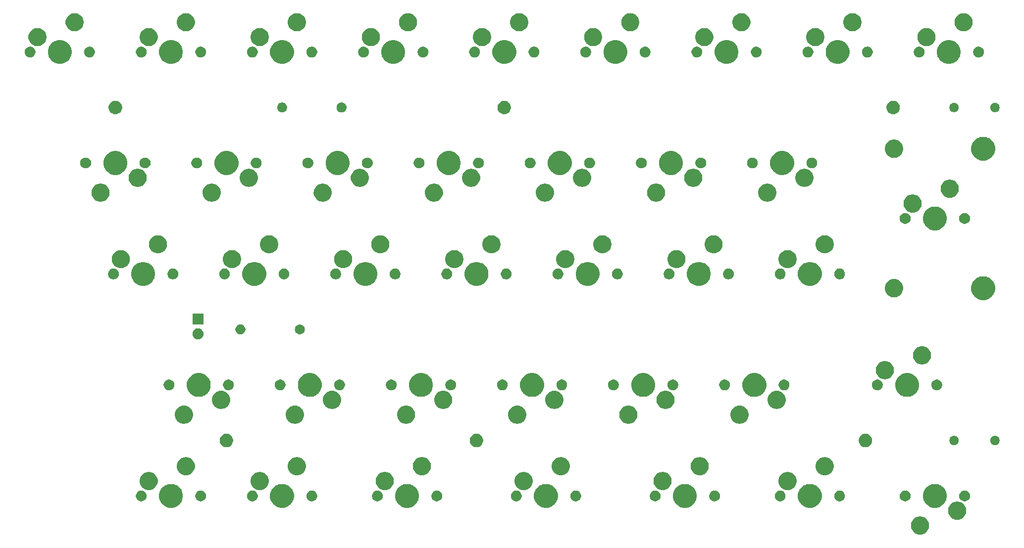
<source format=gts>
G04 #@! TF.GenerationSoftware,KiCad,Pcbnew,5.1.2-f72e74a~84~ubuntu18.04.1*
G04 #@! TF.CreationDate,2019-06-15T15:54:53+09:00*
G04 #@! TF.ProjectId,right-PCB,72696768-742d-4504-9342-2e6b69636164,rev?*
G04 #@! TF.SameCoordinates,Original*
G04 #@! TF.FileFunction,Soldermask,Top*
G04 #@! TF.FilePolarity,Negative*
%FSLAX46Y46*%
G04 Gerber Fmt 4.6, Leading zero omitted, Abs format (unit mm)*
G04 Created by KiCad (PCBNEW 5.1.2-f72e74a~84~ubuntu18.04.1) date 2019-06-15 15:54:53*
%MOMM*%
%LPD*%
G04 APERTURE LIST*
%ADD10C,0.100000*%
G04 APERTURE END LIST*
D10*
G36*
X194887585Y-134183802D02*
G01*
X195037410Y-134213604D01*
X195319674Y-134330521D01*
X195573705Y-134500259D01*
X195789741Y-134716295D01*
X195959479Y-134970326D01*
X196076396Y-135252590D01*
X196136000Y-135552240D01*
X196136000Y-135857760D01*
X196076396Y-136157410D01*
X195959479Y-136439674D01*
X195789741Y-136693705D01*
X195573705Y-136909741D01*
X195319674Y-137079479D01*
X195037410Y-137196396D01*
X194887585Y-137226198D01*
X194737761Y-137256000D01*
X194432239Y-137256000D01*
X194282415Y-137226198D01*
X194132590Y-137196396D01*
X193850326Y-137079479D01*
X193596295Y-136909741D01*
X193380259Y-136693705D01*
X193210521Y-136439674D01*
X193093604Y-136157410D01*
X193034000Y-135857760D01*
X193034000Y-135552240D01*
X193093604Y-135252590D01*
X193210521Y-134970326D01*
X193380259Y-134716295D01*
X193596295Y-134500259D01*
X193850326Y-134330521D01*
X194132590Y-134213604D01*
X194282415Y-134183802D01*
X194432239Y-134154000D01*
X194737761Y-134154000D01*
X194887585Y-134183802D01*
X194887585Y-134183802D01*
G37*
G36*
X201237585Y-131643802D02*
G01*
X201387410Y-131673604D01*
X201669674Y-131790521D01*
X201923705Y-131960259D01*
X202139741Y-132176295D01*
X202309479Y-132430326D01*
X202426396Y-132712590D01*
X202486000Y-133012240D01*
X202486000Y-133317760D01*
X202426396Y-133617410D01*
X202309479Y-133899674D01*
X202139741Y-134153705D01*
X201923705Y-134369741D01*
X201669674Y-134539479D01*
X201387410Y-134656396D01*
X201237585Y-134686198D01*
X201087761Y-134716000D01*
X200782239Y-134716000D01*
X200632415Y-134686198D01*
X200482590Y-134656396D01*
X200200326Y-134539479D01*
X199946295Y-134369741D01*
X199730259Y-134153705D01*
X199560521Y-133899674D01*
X199443604Y-133617410D01*
X199384000Y-133317760D01*
X199384000Y-133012240D01*
X199443604Y-132712590D01*
X199560521Y-132430326D01*
X199730259Y-132176295D01*
X199946295Y-131960259D01*
X200200326Y-131790521D01*
X200482590Y-131673604D01*
X200632415Y-131643802D01*
X200782239Y-131614000D01*
X201087761Y-131614000D01*
X201237585Y-131643802D01*
X201237585Y-131643802D01*
G37*
G36*
X107471474Y-128658684D02*
G01*
X107689474Y-128748983D01*
X107843623Y-128812833D01*
X108178548Y-129036623D01*
X108463377Y-129321452D01*
X108687167Y-129656377D01*
X108719562Y-129734586D01*
X108841316Y-130028526D01*
X108919900Y-130423594D01*
X108919900Y-130826406D01*
X108841316Y-131221474D01*
X108790451Y-131344272D01*
X108687167Y-131593623D01*
X108463377Y-131928548D01*
X108178548Y-132213377D01*
X107843623Y-132437167D01*
X107689474Y-132501017D01*
X107471474Y-132591316D01*
X107076406Y-132669900D01*
X106673594Y-132669900D01*
X106278526Y-132591316D01*
X106060526Y-132501017D01*
X105906377Y-132437167D01*
X105571452Y-132213377D01*
X105286623Y-131928548D01*
X105062833Y-131593623D01*
X104959549Y-131344272D01*
X104908684Y-131221474D01*
X104830100Y-130826406D01*
X104830100Y-130423594D01*
X104908684Y-130028526D01*
X105030438Y-129734586D01*
X105062833Y-129656377D01*
X105286623Y-129321452D01*
X105571452Y-129036623D01*
X105906377Y-128812833D01*
X106060526Y-128748983D01*
X106278526Y-128658684D01*
X106673594Y-128580100D01*
X107076406Y-128580100D01*
X107471474Y-128658684D01*
X107471474Y-128658684D01*
G37*
G36*
X176346474Y-128658684D02*
G01*
X176564474Y-128748983D01*
X176718623Y-128812833D01*
X177053548Y-129036623D01*
X177338377Y-129321452D01*
X177562167Y-129656377D01*
X177594562Y-129734586D01*
X177716316Y-130028526D01*
X177794900Y-130423594D01*
X177794900Y-130826406D01*
X177716316Y-131221474D01*
X177665451Y-131344272D01*
X177562167Y-131593623D01*
X177338377Y-131928548D01*
X177053548Y-132213377D01*
X176718623Y-132437167D01*
X176564474Y-132501017D01*
X176346474Y-132591316D01*
X175951406Y-132669900D01*
X175548594Y-132669900D01*
X175153526Y-132591316D01*
X174935526Y-132501017D01*
X174781377Y-132437167D01*
X174446452Y-132213377D01*
X174161623Y-131928548D01*
X173937833Y-131593623D01*
X173834549Y-131344272D01*
X173783684Y-131221474D01*
X173705100Y-130826406D01*
X173705100Y-130423594D01*
X173783684Y-130028526D01*
X173905438Y-129734586D01*
X173937833Y-129656377D01*
X174161623Y-129321452D01*
X174446452Y-129036623D01*
X174781377Y-128812833D01*
X174935526Y-128748983D01*
X175153526Y-128658684D01*
X175548594Y-128580100D01*
X175951406Y-128580100D01*
X176346474Y-128658684D01*
X176346474Y-128658684D01*
G37*
G36*
X154971474Y-128658684D02*
G01*
X155189474Y-128748983D01*
X155343623Y-128812833D01*
X155678548Y-129036623D01*
X155963377Y-129321452D01*
X156187167Y-129656377D01*
X156219562Y-129734586D01*
X156341316Y-130028526D01*
X156419900Y-130423594D01*
X156419900Y-130826406D01*
X156341316Y-131221474D01*
X156290451Y-131344272D01*
X156187167Y-131593623D01*
X155963377Y-131928548D01*
X155678548Y-132213377D01*
X155343623Y-132437167D01*
X155189474Y-132501017D01*
X154971474Y-132591316D01*
X154576406Y-132669900D01*
X154173594Y-132669900D01*
X153778526Y-132591316D01*
X153560526Y-132501017D01*
X153406377Y-132437167D01*
X153071452Y-132213377D01*
X152786623Y-131928548D01*
X152562833Y-131593623D01*
X152459549Y-131344272D01*
X152408684Y-131221474D01*
X152330100Y-130826406D01*
X152330100Y-130423594D01*
X152408684Y-130028526D01*
X152530438Y-129734586D01*
X152562833Y-129656377D01*
X152786623Y-129321452D01*
X153071452Y-129036623D01*
X153406377Y-128812833D01*
X153560526Y-128748983D01*
X153778526Y-128658684D01*
X154173594Y-128580100D01*
X154576406Y-128580100D01*
X154971474Y-128658684D01*
X154971474Y-128658684D01*
G37*
G36*
X197721474Y-128658684D02*
G01*
X197939474Y-128748983D01*
X198093623Y-128812833D01*
X198428548Y-129036623D01*
X198713377Y-129321452D01*
X198937167Y-129656377D01*
X198969562Y-129734586D01*
X199091316Y-130028526D01*
X199169900Y-130423594D01*
X199169900Y-130826406D01*
X199091316Y-131221474D01*
X199040451Y-131344272D01*
X198937167Y-131593623D01*
X198713377Y-131928548D01*
X198428548Y-132213377D01*
X198093623Y-132437167D01*
X197939474Y-132501017D01*
X197721474Y-132591316D01*
X197326406Y-132669900D01*
X196923594Y-132669900D01*
X196528526Y-132591316D01*
X196310526Y-132501017D01*
X196156377Y-132437167D01*
X195821452Y-132213377D01*
X195536623Y-131928548D01*
X195312833Y-131593623D01*
X195209549Y-131344272D01*
X195158684Y-131221474D01*
X195080100Y-130826406D01*
X195080100Y-130423594D01*
X195158684Y-130028526D01*
X195280438Y-129734586D01*
X195312833Y-129656377D01*
X195536623Y-129321452D01*
X195821452Y-129036623D01*
X196156377Y-128812833D01*
X196310526Y-128748983D01*
X196528526Y-128658684D01*
X196923594Y-128580100D01*
X197326406Y-128580100D01*
X197721474Y-128658684D01*
X197721474Y-128658684D01*
G37*
G36*
X131221474Y-128658684D02*
G01*
X131439474Y-128748983D01*
X131593623Y-128812833D01*
X131928548Y-129036623D01*
X132213377Y-129321452D01*
X132437167Y-129656377D01*
X132469562Y-129734586D01*
X132591316Y-130028526D01*
X132669900Y-130423594D01*
X132669900Y-130826406D01*
X132591316Y-131221474D01*
X132540451Y-131344272D01*
X132437167Y-131593623D01*
X132213377Y-131928548D01*
X131928548Y-132213377D01*
X131593623Y-132437167D01*
X131439474Y-132501017D01*
X131221474Y-132591316D01*
X130826406Y-132669900D01*
X130423594Y-132669900D01*
X130028526Y-132591316D01*
X129810526Y-132501017D01*
X129656377Y-132437167D01*
X129321452Y-132213377D01*
X129036623Y-131928548D01*
X128812833Y-131593623D01*
X128709549Y-131344272D01*
X128658684Y-131221474D01*
X128580100Y-130826406D01*
X128580100Y-130423594D01*
X128658684Y-130028526D01*
X128780438Y-129734586D01*
X128812833Y-129656377D01*
X129036623Y-129321452D01*
X129321452Y-129036623D01*
X129656377Y-128812833D01*
X129810526Y-128748983D01*
X130028526Y-128658684D01*
X130423594Y-128580100D01*
X130826406Y-128580100D01*
X131221474Y-128658684D01*
X131221474Y-128658684D01*
G37*
G36*
X67096474Y-128658684D02*
G01*
X67314474Y-128748983D01*
X67468623Y-128812833D01*
X67803548Y-129036623D01*
X68088377Y-129321452D01*
X68312167Y-129656377D01*
X68344562Y-129734586D01*
X68466316Y-130028526D01*
X68544900Y-130423594D01*
X68544900Y-130826406D01*
X68466316Y-131221474D01*
X68415451Y-131344272D01*
X68312167Y-131593623D01*
X68088377Y-131928548D01*
X67803548Y-132213377D01*
X67468623Y-132437167D01*
X67314474Y-132501017D01*
X67096474Y-132591316D01*
X66701406Y-132669900D01*
X66298594Y-132669900D01*
X65903526Y-132591316D01*
X65685526Y-132501017D01*
X65531377Y-132437167D01*
X65196452Y-132213377D01*
X64911623Y-131928548D01*
X64687833Y-131593623D01*
X64584549Y-131344272D01*
X64533684Y-131221474D01*
X64455100Y-130826406D01*
X64455100Y-130423594D01*
X64533684Y-130028526D01*
X64655438Y-129734586D01*
X64687833Y-129656377D01*
X64911623Y-129321452D01*
X65196452Y-129036623D01*
X65531377Y-128812833D01*
X65685526Y-128748983D01*
X65903526Y-128658684D01*
X66298594Y-128580100D01*
X66701406Y-128580100D01*
X67096474Y-128658684D01*
X67096474Y-128658684D01*
G37*
G36*
X86096474Y-128658684D02*
G01*
X86314474Y-128748983D01*
X86468623Y-128812833D01*
X86803548Y-129036623D01*
X87088377Y-129321452D01*
X87312167Y-129656377D01*
X87344562Y-129734586D01*
X87466316Y-130028526D01*
X87544900Y-130423594D01*
X87544900Y-130826406D01*
X87466316Y-131221474D01*
X87415451Y-131344272D01*
X87312167Y-131593623D01*
X87088377Y-131928548D01*
X86803548Y-132213377D01*
X86468623Y-132437167D01*
X86314474Y-132501017D01*
X86096474Y-132591316D01*
X85701406Y-132669900D01*
X85298594Y-132669900D01*
X84903526Y-132591316D01*
X84685526Y-132501017D01*
X84531377Y-132437167D01*
X84196452Y-132213377D01*
X83911623Y-131928548D01*
X83687833Y-131593623D01*
X83584549Y-131344272D01*
X83533684Y-131221474D01*
X83455100Y-130826406D01*
X83455100Y-130423594D01*
X83533684Y-130028526D01*
X83655438Y-129734586D01*
X83687833Y-129656377D01*
X83911623Y-129321452D01*
X84196452Y-129036623D01*
X84531377Y-128812833D01*
X84685526Y-128748983D01*
X84903526Y-128658684D01*
X85298594Y-128580100D01*
X85701406Y-128580100D01*
X86096474Y-128658684D01*
X86096474Y-128658684D01*
G37*
G36*
X112225104Y-129734585D02*
G01*
X112393626Y-129804389D01*
X112545291Y-129905728D01*
X112674272Y-130034709D01*
X112775611Y-130186374D01*
X112845415Y-130354896D01*
X112881000Y-130533797D01*
X112881000Y-130716203D01*
X112845415Y-130895104D01*
X112775611Y-131063626D01*
X112674272Y-131215291D01*
X112545291Y-131344272D01*
X112393626Y-131445611D01*
X112225104Y-131515415D01*
X112046203Y-131551000D01*
X111863797Y-131551000D01*
X111684896Y-131515415D01*
X111516374Y-131445611D01*
X111364709Y-131344272D01*
X111235728Y-131215291D01*
X111134389Y-131063626D01*
X111064585Y-130895104D01*
X111029000Y-130716203D01*
X111029000Y-130533797D01*
X111064585Y-130354896D01*
X111134389Y-130186374D01*
X111235728Y-130034709D01*
X111364709Y-129905728D01*
X111516374Y-129804389D01*
X111684896Y-129734585D01*
X111863797Y-129699000D01*
X112046203Y-129699000D01*
X112225104Y-129734585D01*
X112225104Y-129734585D01*
G37*
G36*
X61690104Y-129734585D02*
G01*
X61858626Y-129804389D01*
X62010291Y-129905728D01*
X62139272Y-130034709D01*
X62240611Y-130186374D01*
X62310415Y-130354896D01*
X62346000Y-130533797D01*
X62346000Y-130716203D01*
X62310415Y-130895104D01*
X62240611Y-131063626D01*
X62139272Y-131215291D01*
X62010291Y-131344272D01*
X61858626Y-131445611D01*
X61690104Y-131515415D01*
X61511203Y-131551000D01*
X61328797Y-131551000D01*
X61149896Y-131515415D01*
X60981374Y-131445611D01*
X60829709Y-131344272D01*
X60700728Y-131215291D01*
X60599389Y-131063626D01*
X60529585Y-130895104D01*
X60494000Y-130716203D01*
X60494000Y-130533797D01*
X60529585Y-130354896D01*
X60599389Y-130186374D01*
X60700728Y-130034709D01*
X60829709Y-129905728D01*
X60981374Y-129804389D01*
X61149896Y-129734585D01*
X61328797Y-129699000D01*
X61511203Y-129699000D01*
X61690104Y-129734585D01*
X61690104Y-129734585D01*
G37*
G36*
X192315104Y-129734585D02*
G01*
X192483626Y-129804389D01*
X192635291Y-129905728D01*
X192764272Y-130034709D01*
X192865611Y-130186374D01*
X192935415Y-130354896D01*
X192971000Y-130533797D01*
X192971000Y-130716203D01*
X192935415Y-130895104D01*
X192865611Y-131063626D01*
X192764272Y-131215291D01*
X192635291Y-131344272D01*
X192483626Y-131445611D01*
X192315104Y-131515415D01*
X192136203Y-131551000D01*
X191953797Y-131551000D01*
X191774896Y-131515415D01*
X191606374Y-131445611D01*
X191454709Y-131344272D01*
X191325728Y-131215291D01*
X191224389Y-131063626D01*
X191154585Y-130895104D01*
X191119000Y-130716203D01*
X191119000Y-130533797D01*
X191154585Y-130354896D01*
X191224389Y-130186374D01*
X191325728Y-130034709D01*
X191454709Y-129905728D01*
X191606374Y-129804389D01*
X191774896Y-129734585D01*
X191953797Y-129699000D01*
X192136203Y-129699000D01*
X192315104Y-129734585D01*
X192315104Y-129734585D01*
G37*
G36*
X202475104Y-129734585D02*
G01*
X202643626Y-129804389D01*
X202795291Y-129905728D01*
X202924272Y-130034709D01*
X203025611Y-130186374D01*
X203095415Y-130354896D01*
X203131000Y-130533797D01*
X203131000Y-130716203D01*
X203095415Y-130895104D01*
X203025611Y-131063626D01*
X202924272Y-131215291D01*
X202795291Y-131344272D01*
X202643626Y-131445611D01*
X202475104Y-131515415D01*
X202296203Y-131551000D01*
X202113797Y-131551000D01*
X201934896Y-131515415D01*
X201766374Y-131445611D01*
X201614709Y-131344272D01*
X201485728Y-131215291D01*
X201384389Y-131063626D01*
X201314585Y-130895104D01*
X201279000Y-130716203D01*
X201279000Y-130533797D01*
X201314585Y-130354896D01*
X201384389Y-130186374D01*
X201485728Y-130034709D01*
X201614709Y-129905728D01*
X201766374Y-129804389D01*
X201934896Y-129734585D01*
X202113797Y-129699000D01*
X202296203Y-129699000D01*
X202475104Y-129734585D01*
X202475104Y-129734585D01*
G37*
G36*
X181100104Y-129734585D02*
G01*
X181268626Y-129804389D01*
X181420291Y-129905728D01*
X181549272Y-130034709D01*
X181650611Y-130186374D01*
X181720415Y-130354896D01*
X181756000Y-130533797D01*
X181756000Y-130716203D01*
X181720415Y-130895104D01*
X181650611Y-131063626D01*
X181549272Y-131215291D01*
X181420291Y-131344272D01*
X181268626Y-131445611D01*
X181100104Y-131515415D01*
X180921203Y-131551000D01*
X180738797Y-131551000D01*
X180559896Y-131515415D01*
X180391374Y-131445611D01*
X180239709Y-131344272D01*
X180110728Y-131215291D01*
X180009389Y-131063626D01*
X179939585Y-130895104D01*
X179904000Y-130716203D01*
X179904000Y-130533797D01*
X179939585Y-130354896D01*
X180009389Y-130186374D01*
X180110728Y-130034709D01*
X180239709Y-129905728D01*
X180391374Y-129804389D01*
X180559896Y-129734585D01*
X180738797Y-129699000D01*
X180921203Y-129699000D01*
X181100104Y-129734585D01*
X181100104Y-129734585D01*
G37*
G36*
X170940104Y-129734585D02*
G01*
X171108626Y-129804389D01*
X171260291Y-129905728D01*
X171389272Y-130034709D01*
X171490611Y-130186374D01*
X171560415Y-130354896D01*
X171596000Y-130533797D01*
X171596000Y-130716203D01*
X171560415Y-130895104D01*
X171490611Y-131063626D01*
X171389272Y-131215291D01*
X171260291Y-131344272D01*
X171108626Y-131445611D01*
X170940104Y-131515415D01*
X170761203Y-131551000D01*
X170578797Y-131551000D01*
X170399896Y-131515415D01*
X170231374Y-131445611D01*
X170079709Y-131344272D01*
X169950728Y-131215291D01*
X169849389Y-131063626D01*
X169779585Y-130895104D01*
X169744000Y-130716203D01*
X169744000Y-130533797D01*
X169779585Y-130354896D01*
X169849389Y-130186374D01*
X169950728Y-130034709D01*
X170079709Y-129905728D01*
X170231374Y-129804389D01*
X170399896Y-129734585D01*
X170578797Y-129699000D01*
X170761203Y-129699000D01*
X170940104Y-129734585D01*
X170940104Y-129734585D01*
G37*
G36*
X102065104Y-129734585D02*
G01*
X102233626Y-129804389D01*
X102385291Y-129905728D01*
X102514272Y-130034709D01*
X102615611Y-130186374D01*
X102685415Y-130354896D01*
X102721000Y-130533797D01*
X102721000Y-130716203D01*
X102685415Y-130895104D01*
X102615611Y-131063626D01*
X102514272Y-131215291D01*
X102385291Y-131344272D01*
X102233626Y-131445611D01*
X102065104Y-131515415D01*
X101886203Y-131551000D01*
X101703797Y-131551000D01*
X101524896Y-131515415D01*
X101356374Y-131445611D01*
X101204709Y-131344272D01*
X101075728Y-131215291D01*
X100974389Y-131063626D01*
X100904585Y-130895104D01*
X100869000Y-130716203D01*
X100869000Y-130533797D01*
X100904585Y-130354896D01*
X100974389Y-130186374D01*
X101075728Y-130034709D01*
X101204709Y-129905728D01*
X101356374Y-129804389D01*
X101524896Y-129734585D01*
X101703797Y-129699000D01*
X101886203Y-129699000D01*
X102065104Y-129734585D01*
X102065104Y-129734585D01*
G37*
G36*
X90850104Y-129734585D02*
G01*
X91018626Y-129804389D01*
X91170291Y-129905728D01*
X91299272Y-130034709D01*
X91400611Y-130186374D01*
X91470415Y-130354896D01*
X91506000Y-130533797D01*
X91506000Y-130716203D01*
X91470415Y-130895104D01*
X91400611Y-131063626D01*
X91299272Y-131215291D01*
X91170291Y-131344272D01*
X91018626Y-131445611D01*
X90850104Y-131515415D01*
X90671203Y-131551000D01*
X90488797Y-131551000D01*
X90309896Y-131515415D01*
X90141374Y-131445611D01*
X89989709Y-131344272D01*
X89860728Y-131215291D01*
X89759389Y-131063626D01*
X89689585Y-130895104D01*
X89654000Y-130716203D01*
X89654000Y-130533797D01*
X89689585Y-130354896D01*
X89759389Y-130186374D01*
X89860728Y-130034709D01*
X89989709Y-129905728D01*
X90141374Y-129804389D01*
X90309896Y-129734585D01*
X90488797Y-129699000D01*
X90671203Y-129699000D01*
X90850104Y-129734585D01*
X90850104Y-129734585D01*
G37*
G36*
X80690104Y-129734585D02*
G01*
X80858626Y-129804389D01*
X81010291Y-129905728D01*
X81139272Y-130034709D01*
X81240611Y-130186374D01*
X81310415Y-130354896D01*
X81346000Y-130533797D01*
X81346000Y-130716203D01*
X81310415Y-130895104D01*
X81240611Y-131063626D01*
X81139272Y-131215291D01*
X81010291Y-131344272D01*
X80858626Y-131445611D01*
X80690104Y-131515415D01*
X80511203Y-131551000D01*
X80328797Y-131551000D01*
X80149896Y-131515415D01*
X79981374Y-131445611D01*
X79829709Y-131344272D01*
X79700728Y-131215291D01*
X79599389Y-131063626D01*
X79529585Y-130895104D01*
X79494000Y-130716203D01*
X79494000Y-130533797D01*
X79529585Y-130354896D01*
X79599389Y-130186374D01*
X79700728Y-130034709D01*
X79829709Y-129905728D01*
X79981374Y-129804389D01*
X80149896Y-129734585D01*
X80328797Y-129699000D01*
X80511203Y-129699000D01*
X80690104Y-129734585D01*
X80690104Y-129734585D01*
G37*
G36*
X125815104Y-129734585D02*
G01*
X125983626Y-129804389D01*
X126135291Y-129905728D01*
X126264272Y-130034709D01*
X126365611Y-130186374D01*
X126435415Y-130354896D01*
X126471000Y-130533797D01*
X126471000Y-130716203D01*
X126435415Y-130895104D01*
X126365611Y-131063626D01*
X126264272Y-131215291D01*
X126135291Y-131344272D01*
X125983626Y-131445611D01*
X125815104Y-131515415D01*
X125636203Y-131551000D01*
X125453797Y-131551000D01*
X125274896Y-131515415D01*
X125106374Y-131445611D01*
X124954709Y-131344272D01*
X124825728Y-131215291D01*
X124724389Y-131063626D01*
X124654585Y-130895104D01*
X124619000Y-130716203D01*
X124619000Y-130533797D01*
X124654585Y-130354896D01*
X124724389Y-130186374D01*
X124825728Y-130034709D01*
X124954709Y-129905728D01*
X125106374Y-129804389D01*
X125274896Y-129734585D01*
X125453797Y-129699000D01*
X125636203Y-129699000D01*
X125815104Y-129734585D01*
X125815104Y-129734585D01*
G37*
G36*
X159725104Y-129734585D02*
G01*
X159893626Y-129804389D01*
X160045291Y-129905728D01*
X160174272Y-130034709D01*
X160275611Y-130186374D01*
X160345415Y-130354896D01*
X160381000Y-130533797D01*
X160381000Y-130716203D01*
X160345415Y-130895104D01*
X160275611Y-131063626D01*
X160174272Y-131215291D01*
X160045291Y-131344272D01*
X159893626Y-131445611D01*
X159725104Y-131515415D01*
X159546203Y-131551000D01*
X159363797Y-131551000D01*
X159184896Y-131515415D01*
X159016374Y-131445611D01*
X158864709Y-131344272D01*
X158735728Y-131215291D01*
X158634389Y-131063626D01*
X158564585Y-130895104D01*
X158529000Y-130716203D01*
X158529000Y-130533797D01*
X158564585Y-130354896D01*
X158634389Y-130186374D01*
X158735728Y-130034709D01*
X158864709Y-129905728D01*
X159016374Y-129804389D01*
X159184896Y-129734585D01*
X159363797Y-129699000D01*
X159546203Y-129699000D01*
X159725104Y-129734585D01*
X159725104Y-129734585D01*
G37*
G36*
X149565104Y-129734585D02*
G01*
X149733626Y-129804389D01*
X149885291Y-129905728D01*
X150014272Y-130034709D01*
X150115611Y-130186374D01*
X150185415Y-130354896D01*
X150221000Y-130533797D01*
X150221000Y-130716203D01*
X150185415Y-130895104D01*
X150115611Y-131063626D01*
X150014272Y-131215291D01*
X149885291Y-131344272D01*
X149733626Y-131445611D01*
X149565104Y-131515415D01*
X149386203Y-131551000D01*
X149203797Y-131551000D01*
X149024896Y-131515415D01*
X148856374Y-131445611D01*
X148704709Y-131344272D01*
X148575728Y-131215291D01*
X148474389Y-131063626D01*
X148404585Y-130895104D01*
X148369000Y-130716203D01*
X148369000Y-130533797D01*
X148404585Y-130354896D01*
X148474389Y-130186374D01*
X148575728Y-130034709D01*
X148704709Y-129905728D01*
X148856374Y-129804389D01*
X149024896Y-129734585D01*
X149203797Y-129699000D01*
X149386203Y-129699000D01*
X149565104Y-129734585D01*
X149565104Y-129734585D01*
G37*
G36*
X135975104Y-129734585D02*
G01*
X136143626Y-129804389D01*
X136295291Y-129905728D01*
X136424272Y-130034709D01*
X136525611Y-130186374D01*
X136595415Y-130354896D01*
X136631000Y-130533797D01*
X136631000Y-130716203D01*
X136595415Y-130895104D01*
X136525611Y-131063626D01*
X136424272Y-131215291D01*
X136295291Y-131344272D01*
X136143626Y-131445611D01*
X135975104Y-131515415D01*
X135796203Y-131551000D01*
X135613797Y-131551000D01*
X135434896Y-131515415D01*
X135266374Y-131445611D01*
X135114709Y-131344272D01*
X134985728Y-131215291D01*
X134884389Y-131063626D01*
X134814585Y-130895104D01*
X134779000Y-130716203D01*
X134779000Y-130533797D01*
X134814585Y-130354896D01*
X134884389Y-130186374D01*
X134985728Y-130034709D01*
X135114709Y-129905728D01*
X135266374Y-129804389D01*
X135434896Y-129734585D01*
X135613797Y-129699000D01*
X135796203Y-129699000D01*
X135975104Y-129734585D01*
X135975104Y-129734585D01*
G37*
G36*
X71850104Y-129734585D02*
G01*
X72018626Y-129804389D01*
X72170291Y-129905728D01*
X72299272Y-130034709D01*
X72400611Y-130186374D01*
X72470415Y-130354896D01*
X72506000Y-130533797D01*
X72506000Y-130716203D01*
X72470415Y-130895104D01*
X72400611Y-131063626D01*
X72299272Y-131215291D01*
X72170291Y-131344272D01*
X72018626Y-131445611D01*
X71850104Y-131515415D01*
X71671203Y-131551000D01*
X71488797Y-131551000D01*
X71309896Y-131515415D01*
X71141374Y-131445611D01*
X70989709Y-131344272D01*
X70860728Y-131215291D01*
X70759389Y-131063626D01*
X70689585Y-130895104D01*
X70654000Y-130716203D01*
X70654000Y-130533797D01*
X70689585Y-130354896D01*
X70759389Y-130186374D01*
X70860728Y-130034709D01*
X70989709Y-129905728D01*
X71141374Y-129804389D01*
X71309896Y-129734585D01*
X71488797Y-129699000D01*
X71671203Y-129699000D01*
X71850104Y-129734585D01*
X71850104Y-129734585D01*
G37*
G36*
X62992585Y-126563802D02*
G01*
X63142410Y-126593604D01*
X63424674Y-126710521D01*
X63678705Y-126880259D01*
X63894741Y-127096295D01*
X64064479Y-127350326D01*
X64181396Y-127632590D01*
X64241000Y-127932240D01*
X64241000Y-128237760D01*
X64181396Y-128537410D01*
X64064479Y-128819674D01*
X63894741Y-129073705D01*
X63678705Y-129289741D01*
X63424674Y-129459479D01*
X63142410Y-129576396D01*
X62992585Y-129606198D01*
X62842761Y-129636000D01*
X62537239Y-129636000D01*
X62387415Y-129606198D01*
X62237590Y-129576396D01*
X61955326Y-129459479D01*
X61701295Y-129289741D01*
X61485259Y-129073705D01*
X61315521Y-128819674D01*
X61198604Y-128537410D01*
X61139000Y-128237760D01*
X61139000Y-127932240D01*
X61198604Y-127632590D01*
X61315521Y-127350326D01*
X61485259Y-127096295D01*
X61701295Y-126880259D01*
X61955326Y-126710521D01*
X62237590Y-126593604D01*
X62387415Y-126563802D01*
X62537239Y-126534000D01*
X62842761Y-126534000D01*
X62992585Y-126563802D01*
X62992585Y-126563802D01*
G37*
G36*
X172242585Y-126563802D02*
G01*
X172392410Y-126593604D01*
X172674674Y-126710521D01*
X172928705Y-126880259D01*
X173144741Y-127096295D01*
X173314479Y-127350326D01*
X173431396Y-127632590D01*
X173491000Y-127932240D01*
X173491000Y-128237760D01*
X173431396Y-128537410D01*
X173314479Y-128819674D01*
X173144741Y-129073705D01*
X172928705Y-129289741D01*
X172674674Y-129459479D01*
X172392410Y-129576396D01*
X172242585Y-129606198D01*
X172092761Y-129636000D01*
X171787239Y-129636000D01*
X171637415Y-129606198D01*
X171487590Y-129576396D01*
X171205326Y-129459479D01*
X170951295Y-129289741D01*
X170735259Y-129073705D01*
X170565521Y-128819674D01*
X170448604Y-128537410D01*
X170389000Y-128237760D01*
X170389000Y-127932240D01*
X170448604Y-127632590D01*
X170565521Y-127350326D01*
X170735259Y-127096295D01*
X170951295Y-126880259D01*
X171205326Y-126710521D01*
X171487590Y-126593604D01*
X171637415Y-126563802D01*
X171787239Y-126534000D01*
X172092761Y-126534000D01*
X172242585Y-126563802D01*
X172242585Y-126563802D01*
G37*
G36*
X103367585Y-126563802D02*
G01*
X103517410Y-126593604D01*
X103799674Y-126710521D01*
X104053705Y-126880259D01*
X104269741Y-127096295D01*
X104439479Y-127350326D01*
X104556396Y-127632590D01*
X104616000Y-127932240D01*
X104616000Y-128237760D01*
X104556396Y-128537410D01*
X104439479Y-128819674D01*
X104269741Y-129073705D01*
X104053705Y-129289741D01*
X103799674Y-129459479D01*
X103517410Y-129576396D01*
X103367585Y-129606198D01*
X103217761Y-129636000D01*
X102912239Y-129636000D01*
X102762415Y-129606198D01*
X102612590Y-129576396D01*
X102330326Y-129459479D01*
X102076295Y-129289741D01*
X101860259Y-129073705D01*
X101690521Y-128819674D01*
X101573604Y-128537410D01*
X101514000Y-128237760D01*
X101514000Y-127932240D01*
X101573604Y-127632590D01*
X101690521Y-127350326D01*
X101860259Y-127096295D01*
X102076295Y-126880259D01*
X102330326Y-126710521D01*
X102612590Y-126593604D01*
X102762415Y-126563802D01*
X102912239Y-126534000D01*
X103217761Y-126534000D01*
X103367585Y-126563802D01*
X103367585Y-126563802D01*
G37*
G36*
X81992585Y-126563802D02*
G01*
X82142410Y-126593604D01*
X82424674Y-126710521D01*
X82678705Y-126880259D01*
X82894741Y-127096295D01*
X83064479Y-127350326D01*
X83181396Y-127632590D01*
X83241000Y-127932240D01*
X83241000Y-128237760D01*
X83181396Y-128537410D01*
X83064479Y-128819674D01*
X82894741Y-129073705D01*
X82678705Y-129289741D01*
X82424674Y-129459479D01*
X82142410Y-129576396D01*
X81992585Y-129606198D01*
X81842761Y-129636000D01*
X81537239Y-129636000D01*
X81387415Y-129606198D01*
X81237590Y-129576396D01*
X80955326Y-129459479D01*
X80701295Y-129289741D01*
X80485259Y-129073705D01*
X80315521Y-128819674D01*
X80198604Y-128537410D01*
X80139000Y-128237760D01*
X80139000Y-127932240D01*
X80198604Y-127632590D01*
X80315521Y-127350326D01*
X80485259Y-127096295D01*
X80701295Y-126880259D01*
X80955326Y-126710521D01*
X81237590Y-126593604D01*
X81387415Y-126563802D01*
X81537239Y-126534000D01*
X81842761Y-126534000D01*
X81992585Y-126563802D01*
X81992585Y-126563802D01*
G37*
G36*
X150867585Y-126563802D02*
G01*
X151017410Y-126593604D01*
X151299674Y-126710521D01*
X151553705Y-126880259D01*
X151769741Y-127096295D01*
X151939479Y-127350326D01*
X152056396Y-127632590D01*
X152116000Y-127932240D01*
X152116000Y-128237760D01*
X152056396Y-128537410D01*
X151939479Y-128819674D01*
X151769741Y-129073705D01*
X151553705Y-129289741D01*
X151299674Y-129459479D01*
X151017410Y-129576396D01*
X150867585Y-129606198D01*
X150717761Y-129636000D01*
X150412239Y-129636000D01*
X150262415Y-129606198D01*
X150112590Y-129576396D01*
X149830326Y-129459479D01*
X149576295Y-129289741D01*
X149360259Y-129073705D01*
X149190521Y-128819674D01*
X149073604Y-128537410D01*
X149014000Y-128237760D01*
X149014000Y-127932240D01*
X149073604Y-127632590D01*
X149190521Y-127350326D01*
X149360259Y-127096295D01*
X149576295Y-126880259D01*
X149830326Y-126710521D01*
X150112590Y-126593604D01*
X150262415Y-126563802D01*
X150412239Y-126534000D01*
X150717761Y-126534000D01*
X150867585Y-126563802D01*
X150867585Y-126563802D01*
G37*
G36*
X127117585Y-126563802D02*
G01*
X127267410Y-126593604D01*
X127549674Y-126710521D01*
X127803705Y-126880259D01*
X128019741Y-127096295D01*
X128189479Y-127350326D01*
X128306396Y-127632590D01*
X128366000Y-127932240D01*
X128366000Y-128237760D01*
X128306396Y-128537410D01*
X128189479Y-128819674D01*
X128019741Y-129073705D01*
X127803705Y-129289741D01*
X127549674Y-129459479D01*
X127267410Y-129576396D01*
X127117585Y-129606198D01*
X126967761Y-129636000D01*
X126662239Y-129636000D01*
X126512415Y-129606198D01*
X126362590Y-129576396D01*
X126080326Y-129459479D01*
X125826295Y-129289741D01*
X125610259Y-129073705D01*
X125440521Y-128819674D01*
X125323604Y-128537410D01*
X125264000Y-128237760D01*
X125264000Y-127932240D01*
X125323604Y-127632590D01*
X125440521Y-127350326D01*
X125610259Y-127096295D01*
X125826295Y-126880259D01*
X126080326Y-126710521D01*
X126362590Y-126593604D01*
X126512415Y-126563802D01*
X126662239Y-126534000D01*
X126967761Y-126534000D01*
X127117585Y-126563802D01*
X127117585Y-126563802D01*
G37*
G36*
X178592585Y-124023802D02*
G01*
X178742410Y-124053604D01*
X179024674Y-124170521D01*
X179278705Y-124340259D01*
X179494741Y-124556295D01*
X179664479Y-124810326D01*
X179781396Y-125092590D01*
X179841000Y-125392240D01*
X179841000Y-125697760D01*
X179781396Y-125997410D01*
X179664479Y-126279674D01*
X179494741Y-126533705D01*
X179278705Y-126749741D01*
X179024674Y-126919479D01*
X178742410Y-127036396D01*
X178592585Y-127066198D01*
X178442761Y-127096000D01*
X178137239Y-127096000D01*
X177987415Y-127066198D01*
X177837590Y-127036396D01*
X177555326Y-126919479D01*
X177301295Y-126749741D01*
X177085259Y-126533705D01*
X176915521Y-126279674D01*
X176798604Y-125997410D01*
X176739000Y-125697760D01*
X176739000Y-125392240D01*
X176798604Y-125092590D01*
X176915521Y-124810326D01*
X177085259Y-124556295D01*
X177301295Y-124340259D01*
X177555326Y-124170521D01*
X177837590Y-124053604D01*
X177987415Y-124023802D01*
X178137239Y-123994000D01*
X178442761Y-123994000D01*
X178592585Y-124023802D01*
X178592585Y-124023802D01*
G37*
G36*
X133467585Y-124023802D02*
G01*
X133617410Y-124053604D01*
X133899674Y-124170521D01*
X134153705Y-124340259D01*
X134369741Y-124556295D01*
X134539479Y-124810326D01*
X134656396Y-125092590D01*
X134716000Y-125392240D01*
X134716000Y-125697760D01*
X134656396Y-125997410D01*
X134539479Y-126279674D01*
X134369741Y-126533705D01*
X134153705Y-126749741D01*
X133899674Y-126919479D01*
X133617410Y-127036396D01*
X133467585Y-127066198D01*
X133317761Y-127096000D01*
X133012239Y-127096000D01*
X132862415Y-127066198D01*
X132712590Y-127036396D01*
X132430326Y-126919479D01*
X132176295Y-126749741D01*
X131960259Y-126533705D01*
X131790521Y-126279674D01*
X131673604Y-125997410D01*
X131614000Y-125697760D01*
X131614000Y-125392240D01*
X131673604Y-125092590D01*
X131790521Y-124810326D01*
X131960259Y-124556295D01*
X132176295Y-124340259D01*
X132430326Y-124170521D01*
X132712590Y-124053604D01*
X132862415Y-124023802D01*
X133012239Y-123994000D01*
X133317761Y-123994000D01*
X133467585Y-124023802D01*
X133467585Y-124023802D01*
G37*
G36*
X157217585Y-124023802D02*
G01*
X157367410Y-124053604D01*
X157649674Y-124170521D01*
X157903705Y-124340259D01*
X158119741Y-124556295D01*
X158289479Y-124810326D01*
X158406396Y-125092590D01*
X158466000Y-125392240D01*
X158466000Y-125697760D01*
X158406396Y-125997410D01*
X158289479Y-126279674D01*
X158119741Y-126533705D01*
X157903705Y-126749741D01*
X157649674Y-126919479D01*
X157367410Y-127036396D01*
X157217585Y-127066198D01*
X157067761Y-127096000D01*
X156762239Y-127096000D01*
X156612415Y-127066198D01*
X156462590Y-127036396D01*
X156180326Y-126919479D01*
X155926295Y-126749741D01*
X155710259Y-126533705D01*
X155540521Y-126279674D01*
X155423604Y-125997410D01*
X155364000Y-125697760D01*
X155364000Y-125392240D01*
X155423604Y-125092590D01*
X155540521Y-124810326D01*
X155710259Y-124556295D01*
X155926295Y-124340259D01*
X156180326Y-124170521D01*
X156462590Y-124053604D01*
X156612415Y-124023802D01*
X156762239Y-123994000D01*
X157067761Y-123994000D01*
X157217585Y-124023802D01*
X157217585Y-124023802D01*
G37*
G36*
X88342585Y-124023802D02*
G01*
X88492410Y-124053604D01*
X88774674Y-124170521D01*
X89028705Y-124340259D01*
X89244741Y-124556295D01*
X89414479Y-124810326D01*
X89531396Y-125092590D01*
X89591000Y-125392240D01*
X89591000Y-125697760D01*
X89531396Y-125997410D01*
X89414479Y-126279674D01*
X89244741Y-126533705D01*
X89028705Y-126749741D01*
X88774674Y-126919479D01*
X88492410Y-127036396D01*
X88342585Y-127066198D01*
X88192761Y-127096000D01*
X87887239Y-127096000D01*
X87737415Y-127066198D01*
X87587590Y-127036396D01*
X87305326Y-126919479D01*
X87051295Y-126749741D01*
X86835259Y-126533705D01*
X86665521Y-126279674D01*
X86548604Y-125997410D01*
X86489000Y-125697760D01*
X86489000Y-125392240D01*
X86548604Y-125092590D01*
X86665521Y-124810326D01*
X86835259Y-124556295D01*
X87051295Y-124340259D01*
X87305326Y-124170521D01*
X87587590Y-124053604D01*
X87737415Y-124023802D01*
X87887239Y-123994000D01*
X88192761Y-123994000D01*
X88342585Y-124023802D01*
X88342585Y-124023802D01*
G37*
G36*
X109717585Y-124023802D02*
G01*
X109867410Y-124053604D01*
X110149674Y-124170521D01*
X110403705Y-124340259D01*
X110619741Y-124556295D01*
X110789479Y-124810326D01*
X110906396Y-125092590D01*
X110966000Y-125392240D01*
X110966000Y-125697760D01*
X110906396Y-125997410D01*
X110789479Y-126279674D01*
X110619741Y-126533705D01*
X110403705Y-126749741D01*
X110149674Y-126919479D01*
X109867410Y-127036396D01*
X109717585Y-127066198D01*
X109567761Y-127096000D01*
X109262239Y-127096000D01*
X109112415Y-127066198D01*
X108962590Y-127036396D01*
X108680326Y-126919479D01*
X108426295Y-126749741D01*
X108210259Y-126533705D01*
X108040521Y-126279674D01*
X107923604Y-125997410D01*
X107864000Y-125697760D01*
X107864000Y-125392240D01*
X107923604Y-125092590D01*
X108040521Y-124810326D01*
X108210259Y-124556295D01*
X108426295Y-124340259D01*
X108680326Y-124170521D01*
X108962590Y-124053604D01*
X109112415Y-124023802D01*
X109262239Y-123994000D01*
X109567761Y-123994000D01*
X109717585Y-124023802D01*
X109717585Y-124023802D01*
G37*
G36*
X69342585Y-124023802D02*
G01*
X69492410Y-124053604D01*
X69774674Y-124170521D01*
X70028705Y-124340259D01*
X70244741Y-124556295D01*
X70414479Y-124810326D01*
X70531396Y-125092590D01*
X70591000Y-125392240D01*
X70591000Y-125697760D01*
X70531396Y-125997410D01*
X70414479Y-126279674D01*
X70244741Y-126533705D01*
X70028705Y-126749741D01*
X69774674Y-126919479D01*
X69492410Y-127036396D01*
X69342585Y-127066198D01*
X69192761Y-127096000D01*
X68887239Y-127096000D01*
X68737415Y-127066198D01*
X68587590Y-127036396D01*
X68305326Y-126919479D01*
X68051295Y-126749741D01*
X67835259Y-126533705D01*
X67665521Y-126279674D01*
X67548604Y-125997410D01*
X67489000Y-125697760D01*
X67489000Y-125392240D01*
X67548604Y-125092590D01*
X67665521Y-124810326D01*
X67835259Y-124556295D01*
X68051295Y-124340259D01*
X68305326Y-124170521D01*
X68587590Y-124053604D01*
X68737415Y-124023802D01*
X68887239Y-123994000D01*
X69192761Y-123994000D01*
X69342585Y-124023802D01*
X69342585Y-124023802D01*
G37*
G36*
X185474549Y-119996116D02*
G01*
X185585734Y-120018232D01*
X185795203Y-120104997D01*
X185983720Y-120230960D01*
X186144040Y-120391280D01*
X186270003Y-120579797D01*
X186356768Y-120789266D01*
X186401000Y-121011636D01*
X186401000Y-121238364D01*
X186356768Y-121460734D01*
X186270003Y-121670203D01*
X186144040Y-121858720D01*
X185983720Y-122019040D01*
X185795203Y-122145003D01*
X185585734Y-122231768D01*
X185474549Y-122253884D01*
X185363365Y-122276000D01*
X185136635Y-122276000D01*
X185025451Y-122253884D01*
X184914266Y-122231768D01*
X184704797Y-122145003D01*
X184516280Y-122019040D01*
X184355960Y-121858720D01*
X184229997Y-121670203D01*
X184143232Y-121460734D01*
X184099000Y-121238364D01*
X184099000Y-121011636D01*
X184143232Y-120789266D01*
X184229997Y-120579797D01*
X184355960Y-120391280D01*
X184516280Y-120230960D01*
X184704797Y-120104997D01*
X184914266Y-120018232D01*
X185025451Y-119996116D01*
X185136635Y-119974000D01*
X185363365Y-119974000D01*
X185474549Y-119996116D01*
X185474549Y-119996116D01*
G37*
G36*
X118974549Y-119996116D02*
G01*
X119085734Y-120018232D01*
X119295203Y-120104997D01*
X119483720Y-120230960D01*
X119644040Y-120391280D01*
X119770003Y-120579797D01*
X119856768Y-120789266D01*
X119901000Y-121011636D01*
X119901000Y-121238364D01*
X119856768Y-121460734D01*
X119770003Y-121670203D01*
X119644040Y-121858720D01*
X119483720Y-122019040D01*
X119295203Y-122145003D01*
X119085734Y-122231768D01*
X118974549Y-122253884D01*
X118863365Y-122276000D01*
X118636635Y-122276000D01*
X118525451Y-122253884D01*
X118414266Y-122231768D01*
X118204797Y-122145003D01*
X118016280Y-122019040D01*
X117855960Y-121858720D01*
X117729997Y-121670203D01*
X117643232Y-121460734D01*
X117599000Y-121238364D01*
X117599000Y-121011636D01*
X117643232Y-120789266D01*
X117729997Y-120579797D01*
X117855960Y-120391280D01*
X118016280Y-120230960D01*
X118204797Y-120104997D01*
X118414266Y-120018232D01*
X118525451Y-119996116D01*
X118636635Y-119974000D01*
X118863365Y-119974000D01*
X118974549Y-119996116D01*
X118974549Y-119996116D01*
G37*
G36*
X76224549Y-119996116D02*
G01*
X76335734Y-120018232D01*
X76545203Y-120104997D01*
X76733720Y-120230960D01*
X76894040Y-120391280D01*
X77020003Y-120579797D01*
X77106768Y-120789266D01*
X77151000Y-121011636D01*
X77151000Y-121238364D01*
X77106768Y-121460734D01*
X77020003Y-121670203D01*
X76894040Y-121858720D01*
X76733720Y-122019040D01*
X76545203Y-122145003D01*
X76335734Y-122231768D01*
X76224549Y-122253884D01*
X76113365Y-122276000D01*
X75886635Y-122276000D01*
X75775451Y-122253884D01*
X75664266Y-122231768D01*
X75454797Y-122145003D01*
X75266280Y-122019040D01*
X75105960Y-121858720D01*
X74979997Y-121670203D01*
X74893232Y-121460734D01*
X74849000Y-121238364D01*
X74849000Y-121011636D01*
X74893232Y-120789266D01*
X74979997Y-120579797D01*
X75105960Y-120391280D01*
X75266280Y-120230960D01*
X75454797Y-120104997D01*
X75664266Y-120018232D01*
X75775451Y-119996116D01*
X75886635Y-119974000D01*
X76113365Y-119974000D01*
X76224549Y-119996116D01*
X76224549Y-119996116D01*
G37*
G36*
X200633642Y-120354781D02*
G01*
X200721760Y-120391281D01*
X200779416Y-120415163D01*
X200910608Y-120502822D01*
X201022178Y-120614392D01*
X201109837Y-120745584D01*
X201109838Y-120745586D01*
X201170219Y-120891358D01*
X201201000Y-121046107D01*
X201201000Y-121203893D01*
X201170219Y-121358642D01*
X201127931Y-121460733D01*
X201109837Y-121504416D01*
X201022178Y-121635608D01*
X200910608Y-121747178D01*
X200779416Y-121834837D01*
X200779415Y-121834838D01*
X200779414Y-121834838D01*
X200633642Y-121895219D01*
X200478893Y-121926000D01*
X200321107Y-121926000D01*
X200166358Y-121895219D01*
X200020586Y-121834838D01*
X200020585Y-121834838D01*
X200020584Y-121834837D01*
X199889392Y-121747178D01*
X199777822Y-121635608D01*
X199690163Y-121504416D01*
X199672069Y-121460733D01*
X199629781Y-121358642D01*
X199599000Y-121203893D01*
X199599000Y-121046107D01*
X199629781Y-120891358D01*
X199690162Y-120745586D01*
X199690163Y-120745584D01*
X199777822Y-120614392D01*
X199889392Y-120502822D01*
X200020584Y-120415163D01*
X200078240Y-120391281D01*
X200166358Y-120354781D01*
X200321107Y-120324000D01*
X200478893Y-120324000D01*
X200633642Y-120354781D01*
X200633642Y-120354781D01*
G37*
G36*
X207633642Y-120354781D02*
G01*
X207721760Y-120391281D01*
X207779416Y-120415163D01*
X207910608Y-120502822D01*
X208022178Y-120614392D01*
X208109837Y-120745584D01*
X208109838Y-120745586D01*
X208170219Y-120891358D01*
X208201000Y-121046107D01*
X208201000Y-121203893D01*
X208170219Y-121358642D01*
X208127931Y-121460733D01*
X208109837Y-121504416D01*
X208022178Y-121635608D01*
X207910608Y-121747178D01*
X207779416Y-121834837D01*
X207779415Y-121834838D01*
X207779414Y-121834838D01*
X207633642Y-121895219D01*
X207478893Y-121926000D01*
X207321107Y-121926000D01*
X207166358Y-121895219D01*
X207020586Y-121834838D01*
X207020585Y-121834838D01*
X207020584Y-121834837D01*
X206889392Y-121747178D01*
X206777822Y-121635608D01*
X206690163Y-121504416D01*
X206672069Y-121460733D01*
X206629781Y-121358642D01*
X206599000Y-121203893D01*
X206599000Y-121046107D01*
X206629781Y-120891358D01*
X206690162Y-120745586D01*
X206690163Y-120745584D01*
X206777822Y-120614392D01*
X206889392Y-120502822D01*
X207020584Y-120415163D01*
X207078240Y-120391281D01*
X207166358Y-120354781D01*
X207321107Y-120324000D01*
X207478893Y-120324000D01*
X207633642Y-120354781D01*
X207633642Y-120354781D01*
G37*
G36*
X69012585Y-115183802D02*
G01*
X69162410Y-115213604D01*
X69444674Y-115330521D01*
X69698705Y-115500259D01*
X69914741Y-115716295D01*
X70084479Y-115970326D01*
X70201396Y-116252590D01*
X70261000Y-116552240D01*
X70261000Y-116857760D01*
X70201396Y-117157410D01*
X70084479Y-117439674D01*
X69914741Y-117693705D01*
X69698705Y-117909741D01*
X69444674Y-118079479D01*
X69162410Y-118196396D01*
X69012585Y-118226198D01*
X68862761Y-118256000D01*
X68557239Y-118256000D01*
X68407415Y-118226198D01*
X68257590Y-118196396D01*
X67975326Y-118079479D01*
X67721295Y-117909741D01*
X67505259Y-117693705D01*
X67335521Y-117439674D01*
X67218604Y-117157410D01*
X67159000Y-116857760D01*
X67159000Y-116552240D01*
X67218604Y-116252590D01*
X67335521Y-115970326D01*
X67505259Y-115716295D01*
X67721295Y-115500259D01*
X67975326Y-115330521D01*
X68257590Y-115213604D01*
X68407415Y-115183802D01*
X68557239Y-115154000D01*
X68862761Y-115154000D01*
X69012585Y-115183802D01*
X69012585Y-115183802D01*
G37*
G36*
X107012585Y-115183802D02*
G01*
X107162410Y-115213604D01*
X107444674Y-115330521D01*
X107698705Y-115500259D01*
X107914741Y-115716295D01*
X108084479Y-115970326D01*
X108201396Y-116252590D01*
X108261000Y-116552240D01*
X108261000Y-116857760D01*
X108201396Y-117157410D01*
X108084479Y-117439674D01*
X107914741Y-117693705D01*
X107698705Y-117909741D01*
X107444674Y-118079479D01*
X107162410Y-118196396D01*
X107012585Y-118226198D01*
X106862761Y-118256000D01*
X106557239Y-118256000D01*
X106407415Y-118226198D01*
X106257590Y-118196396D01*
X105975326Y-118079479D01*
X105721295Y-117909741D01*
X105505259Y-117693705D01*
X105335521Y-117439674D01*
X105218604Y-117157410D01*
X105159000Y-116857760D01*
X105159000Y-116552240D01*
X105218604Y-116252590D01*
X105335521Y-115970326D01*
X105505259Y-115716295D01*
X105721295Y-115500259D01*
X105975326Y-115330521D01*
X106257590Y-115213604D01*
X106407415Y-115183802D01*
X106557239Y-115154000D01*
X106862761Y-115154000D01*
X107012585Y-115183802D01*
X107012585Y-115183802D01*
G37*
G36*
X164012585Y-115183802D02*
G01*
X164162410Y-115213604D01*
X164444674Y-115330521D01*
X164698705Y-115500259D01*
X164914741Y-115716295D01*
X165084479Y-115970326D01*
X165201396Y-116252590D01*
X165261000Y-116552240D01*
X165261000Y-116857760D01*
X165201396Y-117157410D01*
X165084479Y-117439674D01*
X164914741Y-117693705D01*
X164698705Y-117909741D01*
X164444674Y-118079479D01*
X164162410Y-118196396D01*
X164012585Y-118226198D01*
X163862761Y-118256000D01*
X163557239Y-118256000D01*
X163407415Y-118226198D01*
X163257590Y-118196396D01*
X162975326Y-118079479D01*
X162721295Y-117909741D01*
X162505259Y-117693705D01*
X162335521Y-117439674D01*
X162218604Y-117157410D01*
X162159000Y-116857760D01*
X162159000Y-116552240D01*
X162218604Y-116252590D01*
X162335521Y-115970326D01*
X162505259Y-115716295D01*
X162721295Y-115500259D01*
X162975326Y-115330521D01*
X163257590Y-115213604D01*
X163407415Y-115183802D01*
X163557239Y-115154000D01*
X163862761Y-115154000D01*
X164012585Y-115183802D01*
X164012585Y-115183802D01*
G37*
G36*
X145012585Y-115183802D02*
G01*
X145162410Y-115213604D01*
X145444674Y-115330521D01*
X145698705Y-115500259D01*
X145914741Y-115716295D01*
X146084479Y-115970326D01*
X146201396Y-116252590D01*
X146261000Y-116552240D01*
X146261000Y-116857760D01*
X146201396Y-117157410D01*
X146084479Y-117439674D01*
X145914741Y-117693705D01*
X145698705Y-117909741D01*
X145444674Y-118079479D01*
X145162410Y-118196396D01*
X145012585Y-118226198D01*
X144862761Y-118256000D01*
X144557239Y-118256000D01*
X144407415Y-118226198D01*
X144257590Y-118196396D01*
X143975326Y-118079479D01*
X143721295Y-117909741D01*
X143505259Y-117693705D01*
X143335521Y-117439674D01*
X143218604Y-117157410D01*
X143159000Y-116857760D01*
X143159000Y-116552240D01*
X143218604Y-116252590D01*
X143335521Y-115970326D01*
X143505259Y-115716295D01*
X143721295Y-115500259D01*
X143975326Y-115330521D01*
X144257590Y-115213604D01*
X144407415Y-115183802D01*
X144557239Y-115154000D01*
X144862761Y-115154000D01*
X145012585Y-115183802D01*
X145012585Y-115183802D01*
G37*
G36*
X88012585Y-115183802D02*
G01*
X88162410Y-115213604D01*
X88444674Y-115330521D01*
X88698705Y-115500259D01*
X88914741Y-115716295D01*
X89084479Y-115970326D01*
X89201396Y-116252590D01*
X89261000Y-116552240D01*
X89261000Y-116857760D01*
X89201396Y-117157410D01*
X89084479Y-117439674D01*
X88914741Y-117693705D01*
X88698705Y-117909741D01*
X88444674Y-118079479D01*
X88162410Y-118196396D01*
X88012585Y-118226198D01*
X87862761Y-118256000D01*
X87557239Y-118256000D01*
X87407415Y-118226198D01*
X87257590Y-118196396D01*
X86975326Y-118079479D01*
X86721295Y-117909741D01*
X86505259Y-117693705D01*
X86335521Y-117439674D01*
X86218604Y-117157410D01*
X86159000Y-116857760D01*
X86159000Y-116552240D01*
X86218604Y-116252590D01*
X86335521Y-115970326D01*
X86505259Y-115716295D01*
X86721295Y-115500259D01*
X86975326Y-115330521D01*
X87257590Y-115213604D01*
X87407415Y-115183802D01*
X87557239Y-115154000D01*
X87862761Y-115154000D01*
X88012585Y-115183802D01*
X88012585Y-115183802D01*
G37*
G36*
X126012585Y-115183802D02*
G01*
X126162410Y-115213604D01*
X126444674Y-115330521D01*
X126698705Y-115500259D01*
X126914741Y-115716295D01*
X127084479Y-115970326D01*
X127201396Y-116252590D01*
X127261000Y-116552240D01*
X127261000Y-116857760D01*
X127201396Y-117157410D01*
X127084479Y-117439674D01*
X126914741Y-117693705D01*
X126698705Y-117909741D01*
X126444674Y-118079479D01*
X126162410Y-118196396D01*
X126012585Y-118226198D01*
X125862761Y-118256000D01*
X125557239Y-118256000D01*
X125407415Y-118226198D01*
X125257590Y-118196396D01*
X124975326Y-118079479D01*
X124721295Y-117909741D01*
X124505259Y-117693705D01*
X124335521Y-117439674D01*
X124218604Y-117157410D01*
X124159000Y-116857760D01*
X124159000Y-116552240D01*
X124218604Y-116252590D01*
X124335521Y-115970326D01*
X124505259Y-115716295D01*
X124721295Y-115500259D01*
X124975326Y-115330521D01*
X125257590Y-115213604D01*
X125407415Y-115183802D01*
X125557239Y-115154000D01*
X125862761Y-115154000D01*
X126012585Y-115183802D01*
X126012585Y-115183802D01*
G37*
G36*
X151362585Y-112643802D02*
G01*
X151512410Y-112673604D01*
X151794674Y-112790521D01*
X152048705Y-112960259D01*
X152264741Y-113176295D01*
X152434479Y-113430326D01*
X152551396Y-113712590D01*
X152611000Y-114012240D01*
X152611000Y-114317760D01*
X152551396Y-114617410D01*
X152434479Y-114899674D01*
X152264741Y-115153705D01*
X152048705Y-115369741D01*
X151794674Y-115539479D01*
X151512410Y-115656396D01*
X151362585Y-115686198D01*
X151212761Y-115716000D01*
X150907239Y-115716000D01*
X150757415Y-115686198D01*
X150607590Y-115656396D01*
X150325326Y-115539479D01*
X150071295Y-115369741D01*
X149855259Y-115153705D01*
X149685521Y-114899674D01*
X149568604Y-114617410D01*
X149509000Y-114317760D01*
X149509000Y-114012240D01*
X149568604Y-113712590D01*
X149685521Y-113430326D01*
X149855259Y-113176295D01*
X150071295Y-112960259D01*
X150325326Y-112790521D01*
X150607590Y-112673604D01*
X150757415Y-112643802D01*
X150907239Y-112614000D01*
X151212761Y-112614000D01*
X151362585Y-112643802D01*
X151362585Y-112643802D01*
G37*
G36*
X170362585Y-112643802D02*
G01*
X170512410Y-112673604D01*
X170794674Y-112790521D01*
X171048705Y-112960259D01*
X171264741Y-113176295D01*
X171434479Y-113430326D01*
X171551396Y-113712590D01*
X171611000Y-114012240D01*
X171611000Y-114317760D01*
X171551396Y-114617410D01*
X171434479Y-114899674D01*
X171264741Y-115153705D01*
X171048705Y-115369741D01*
X170794674Y-115539479D01*
X170512410Y-115656396D01*
X170362585Y-115686198D01*
X170212761Y-115716000D01*
X169907239Y-115716000D01*
X169757415Y-115686198D01*
X169607590Y-115656396D01*
X169325326Y-115539479D01*
X169071295Y-115369741D01*
X168855259Y-115153705D01*
X168685521Y-114899674D01*
X168568604Y-114617410D01*
X168509000Y-114317760D01*
X168509000Y-114012240D01*
X168568604Y-113712590D01*
X168685521Y-113430326D01*
X168855259Y-113176295D01*
X169071295Y-112960259D01*
X169325326Y-112790521D01*
X169607590Y-112673604D01*
X169757415Y-112643802D01*
X169907239Y-112614000D01*
X170212761Y-112614000D01*
X170362585Y-112643802D01*
X170362585Y-112643802D01*
G37*
G36*
X75362585Y-112643802D02*
G01*
X75512410Y-112673604D01*
X75794674Y-112790521D01*
X76048705Y-112960259D01*
X76264741Y-113176295D01*
X76434479Y-113430326D01*
X76551396Y-113712590D01*
X76611000Y-114012240D01*
X76611000Y-114317760D01*
X76551396Y-114617410D01*
X76434479Y-114899674D01*
X76264741Y-115153705D01*
X76048705Y-115369741D01*
X75794674Y-115539479D01*
X75512410Y-115656396D01*
X75362585Y-115686198D01*
X75212761Y-115716000D01*
X74907239Y-115716000D01*
X74757415Y-115686198D01*
X74607590Y-115656396D01*
X74325326Y-115539479D01*
X74071295Y-115369741D01*
X73855259Y-115153705D01*
X73685521Y-114899674D01*
X73568604Y-114617410D01*
X73509000Y-114317760D01*
X73509000Y-114012240D01*
X73568604Y-113712590D01*
X73685521Y-113430326D01*
X73855259Y-113176295D01*
X74071295Y-112960259D01*
X74325326Y-112790521D01*
X74607590Y-112673604D01*
X74757415Y-112643802D01*
X74907239Y-112614000D01*
X75212761Y-112614000D01*
X75362585Y-112643802D01*
X75362585Y-112643802D01*
G37*
G36*
X132362585Y-112643802D02*
G01*
X132512410Y-112673604D01*
X132794674Y-112790521D01*
X133048705Y-112960259D01*
X133264741Y-113176295D01*
X133434479Y-113430326D01*
X133551396Y-113712590D01*
X133611000Y-114012240D01*
X133611000Y-114317760D01*
X133551396Y-114617410D01*
X133434479Y-114899674D01*
X133264741Y-115153705D01*
X133048705Y-115369741D01*
X132794674Y-115539479D01*
X132512410Y-115656396D01*
X132362585Y-115686198D01*
X132212761Y-115716000D01*
X131907239Y-115716000D01*
X131757415Y-115686198D01*
X131607590Y-115656396D01*
X131325326Y-115539479D01*
X131071295Y-115369741D01*
X130855259Y-115153705D01*
X130685521Y-114899674D01*
X130568604Y-114617410D01*
X130509000Y-114317760D01*
X130509000Y-114012240D01*
X130568604Y-113712590D01*
X130685521Y-113430326D01*
X130855259Y-113176295D01*
X131071295Y-112960259D01*
X131325326Y-112790521D01*
X131607590Y-112673604D01*
X131757415Y-112643802D01*
X131907239Y-112614000D01*
X132212761Y-112614000D01*
X132362585Y-112643802D01*
X132362585Y-112643802D01*
G37*
G36*
X113362585Y-112643802D02*
G01*
X113512410Y-112673604D01*
X113794674Y-112790521D01*
X114048705Y-112960259D01*
X114264741Y-113176295D01*
X114434479Y-113430326D01*
X114551396Y-113712590D01*
X114611000Y-114012240D01*
X114611000Y-114317760D01*
X114551396Y-114617410D01*
X114434479Y-114899674D01*
X114264741Y-115153705D01*
X114048705Y-115369741D01*
X113794674Y-115539479D01*
X113512410Y-115656396D01*
X113362585Y-115686198D01*
X113212761Y-115716000D01*
X112907239Y-115716000D01*
X112757415Y-115686198D01*
X112607590Y-115656396D01*
X112325326Y-115539479D01*
X112071295Y-115369741D01*
X111855259Y-115153705D01*
X111685521Y-114899674D01*
X111568604Y-114617410D01*
X111509000Y-114317760D01*
X111509000Y-114012240D01*
X111568604Y-113712590D01*
X111685521Y-113430326D01*
X111855259Y-113176295D01*
X112071295Y-112960259D01*
X112325326Y-112790521D01*
X112607590Y-112673604D01*
X112757415Y-112643802D01*
X112907239Y-112614000D01*
X113212761Y-112614000D01*
X113362585Y-112643802D01*
X113362585Y-112643802D01*
G37*
G36*
X94362585Y-112643802D02*
G01*
X94512410Y-112673604D01*
X94794674Y-112790521D01*
X95048705Y-112960259D01*
X95264741Y-113176295D01*
X95434479Y-113430326D01*
X95551396Y-113712590D01*
X95611000Y-114012240D01*
X95611000Y-114317760D01*
X95551396Y-114617410D01*
X95434479Y-114899674D01*
X95264741Y-115153705D01*
X95048705Y-115369741D01*
X94794674Y-115539479D01*
X94512410Y-115656396D01*
X94362585Y-115686198D01*
X94212761Y-115716000D01*
X93907239Y-115716000D01*
X93757415Y-115686198D01*
X93607590Y-115656396D01*
X93325326Y-115539479D01*
X93071295Y-115369741D01*
X92855259Y-115153705D01*
X92685521Y-114899674D01*
X92568604Y-114617410D01*
X92509000Y-114317760D01*
X92509000Y-114012240D01*
X92568604Y-113712590D01*
X92685521Y-113430326D01*
X92855259Y-113176295D01*
X93071295Y-112960259D01*
X93325326Y-112790521D01*
X93607590Y-112673604D01*
X93757415Y-112643802D01*
X93907239Y-112614000D01*
X94212761Y-112614000D01*
X94362585Y-112643802D01*
X94362585Y-112643802D01*
G37*
G36*
X71846474Y-109658684D02*
G01*
X72064474Y-109748983D01*
X72218623Y-109812833D01*
X72553548Y-110036623D01*
X72838377Y-110321452D01*
X73062167Y-110656377D01*
X73094562Y-110734586D01*
X73216316Y-111028526D01*
X73294900Y-111423594D01*
X73294900Y-111826406D01*
X73216316Y-112221474D01*
X73165451Y-112344272D01*
X73062167Y-112593623D01*
X72838377Y-112928548D01*
X72553548Y-113213377D01*
X72218623Y-113437167D01*
X72064474Y-113501017D01*
X71846474Y-113591316D01*
X71451406Y-113669900D01*
X71048594Y-113669900D01*
X70653526Y-113591316D01*
X70435526Y-113501017D01*
X70281377Y-113437167D01*
X69946452Y-113213377D01*
X69661623Y-112928548D01*
X69437833Y-112593623D01*
X69334549Y-112344272D01*
X69283684Y-112221474D01*
X69205100Y-111826406D01*
X69205100Y-111423594D01*
X69283684Y-111028526D01*
X69405438Y-110734586D01*
X69437833Y-110656377D01*
X69661623Y-110321452D01*
X69946452Y-110036623D01*
X70281377Y-109812833D01*
X70435526Y-109748983D01*
X70653526Y-109658684D01*
X71048594Y-109580100D01*
X71451406Y-109580100D01*
X71846474Y-109658684D01*
X71846474Y-109658684D01*
G37*
G36*
X128846474Y-109658684D02*
G01*
X129064474Y-109748983D01*
X129218623Y-109812833D01*
X129553548Y-110036623D01*
X129838377Y-110321452D01*
X130062167Y-110656377D01*
X130094562Y-110734586D01*
X130216316Y-111028526D01*
X130294900Y-111423594D01*
X130294900Y-111826406D01*
X130216316Y-112221474D01*
X130165451Y-112344272D01*
X130062167Y-112593623D01*
X129838377Y-112928548D01*
X129553548Y-113213377D01*
X129218623Y-113437167D01*
X129064474Y-113501017D01*
X128846474Y-113591316D01*
X128451406Y-113669900D01*
X128048594Y-113669900D01*
X127653526Y-113591316D01*
X127435526Y-113501017D01*
X127281377Y-113437167D01*
X126946452Y-113213377D01*
X126661623Y-112928548D01*
X126437833Y-112593623D01*
X126334549Y-112344272D01*
X126283684Y-112221474D01*
X126205100Y-111826406D01*
X126205100Y-111423594D01*
X126283684Y-111028526D01*
X126405438Y-110734586D01*
X126437833Y-110656377D01*
X126661623Y-110321452D01*
X126946452Y-110036623D01*
X127281377Y-109812833D01*
X127435526Y-109748983D01*
X127653526Y-109658684D01*
X128048594Y-109580100D01*
X128451406Y-109580100D01*
X128846474Y-109658684D01*
X128846474Y-109658684D01*
G37*
G36*
X90846474Y-109658684D02*
G01*
X91064474Y-109748983D01*
X91218623Y-109812833D01*
X91553548Y-110036623D01*
X91838377Y-110321452D01*
X92062167Y-110656377D01*
X92094562Y-110734586D01*
X92216316Y-111028526D01*
X92294900Y-111423594D01*
X92294900Y-111826406D01*
X92216316Y-112221474D01*
X92165451Y-112344272D01*
X92062167Y-112593623D01*
X91838377Y-112928548D01*
X91553548Y-113213377D01*
X91218623Y-113437167D01*
X91064474Y-113501017D01*
X90846474Y-113591316D01*
X90451406Y-113669900D01*
X90048594Y-113669900D01*
X89653526Y-113591316D01*
X89435526Y-113501017D01*
X89281377Y-113437167D01*
X88946452Y-113213377D01*
X88661623Y-112928548D01*
X88437833Y-112593623D01*
X88334549Y-112344272D01*
X88283684Y-112221474D01*
X88205100Y-111826406D01*
X88205100Y-111423594D01*
X88283684Y-111028526D01*
X88405438Y-110734586D01*
X88437833Y-110656377D01*
X88661623Y-110321452D01*
X88946452Y-110036623D01*
X89281377Y-109812833D01*
X89435526Y-109748983D01*
X89653526Y-109658684D01*
X90048594Y-109580100D01*
X90451406Y-109580100D01*
X90846474Y-109658684D01*
X90846474Y-109658684D01*
G37*
G36*
X147846474Y-109658684D02*
G01*
X148064474Y-109748983D01*
X148218623Y-109812833D01*
X148553548Y-110036623D01*
X148838377Y-110321452D01*
X149062167Y-110656377D01*
X149094562Y-110734586D01*
X149216316Y-111028526D01*
X149294900Y-111423594D01*
X149294900Y-111826406D01*
X149216316Y-112221474D01*
X149165451Y-112344272D01*
X149062167Y-112593623D01*
X148838377Y-112928548D01*
X148553548Y-113213377D01*
X148218623Y-113437167D01*
X148064474Y-113501017D01*
X147846474Y-113591316D01*
X147451406Y-113669900D01*
X147048594Y-113669900D01*
X146653526Y-113591316D01*
X146435526Y-113501017D01*
X146281377Y-113437167D01*
X145946452Y-113213377D01*
X145661623Y-112928548D01*
X145437833Y-112593623D01*
X145334549Y-112344272D01*
X145283684Y-112221474D01*
X145205100Y-111826406D01*
X145205100Y-111423594D01*
X145283684Y-111028526D01*
X145405438Y-110734586D01*
X145437833Y-110656377D01*
X145661623Y-110321452D01*
X145946452Y-110036623D01*
X146281377Y-109812833D01*
X146435526Y-109748983D01*
X146653526Y-109658684D01*
X147048594Y-109580100D01*
X147451406Y-109580100D01*
X147846474Y-109658684D01*
X147846474Y-109658684D01*
G37*
G36*
X192971474Y-109658684D02*
G01*
X193189474Y-109748983D01*
X193343623Y-109812833D01*
X193678548Y-110036623D01*
X193963377Y-110321452D01*
X194187167Y-110656377D01*
X194219562Y-110734586D01*
X194341316Y-111028526D01*
X194419900Y-111423594D01*
X194419900Y-111826406D01*
X194341316Y-112221474D01*
X194290451Y-112344272D01*
X194187167Y-112593623D01*
X193963377Y-112928548D01*
X193678548Y-113213377D01*
X193343623Y-113437167D01*
X193189474Y-113501017D01*
X192971474Y-113591316D01*
X192576406Y-113669900D01*
X192173594Y-113669900D01*
X191778526Y-113591316D01*
X191560526Y-113501017D01*
X191406377Y-113437167D01*
X191071452Y-113213377D01*
X190786623Y-112928548D01*
X190562833Y-112593623D01*
X190459549Y-112344272D01*
X190408684Y-112221474D01*
X190330100Y-111826406D01*
X190330100Y-111423594D01*
X190408684Y-111028526D01*
X190530438Y-110734586D01*
X190562833Y-110656377D01*
X190786623Y-110321452D01*
X191071452Y-110036623D01*
X191406377Y-109812833D01*
X191560526Y-109748983D01*
X191778526Y-109658684D01*
X192173594Y-109580100D01*
X192576406Y-109580100D01*
X192971474Y-109658684D01*
X192971474Y-109658684D01*
G37*
G36*
X109846474Y-109658684D02*
G01*
X110064474Y-109748983D01*
X110218623Y-109812833D01*
X110553548Y-110036623D01*
X110838377Y-110321452D01*
X111062167Y-110656377D01*
X111094562Y-110734586D01*
X111216316Y-111028526D01*
X111294900Y-111423594D01*
X111294900Y-111826406D01*
X111216316Y-112221474D01*
X111165451Y-112344272D01*
X111062167Y-112593623D01*
X110838377Y-112928548D01*
X110553548Y-113213377D01*
X110218623Y-113437167D01*
X110064474Y-113501017D01*
X109846474Y-113591316D01*
X109451406Y-113669900D01*
X109048594Y-113669900D01*
X108653526Y-113591316D01*
X108435526Y-113501017D01*
X108281377Y-113437167D01*
X107946452Y-113213377D01*
X107661623Y-112928548D01*
X107437833Y-112593623D01*
X107334549Y-112344272D01*
X107283684Y-112221474D01*
X107205100Y-111826406D01*
X107205100Y-111423594D01*
X107283684Y-111028526D01*
X107405438Y-110734586D01*
X107437833Y-110656377D01*
X107661623Y-110321452D01*
X107946452Y-110036623D01*
X108281377Y-109812833D01*
X108435526Y-109748983D01*
X108653526Y-109658684D01*
X109048594Y-109580100D01*
X109451406Y-109580100D01*
X109846474Y-109658684D01*
X109846474Y-109658684D01*
G37*
G36*
X166846474Y-109658684D02*
G01*
X167064474Y-109748983D01*
X167218623Y-109812833D01*
X167553548Y-110036623D01*
X167838377Y-110321452D01*
X168062167Y-110656377D01*
X168094562Y-110734586D01*
X168216316Y-111028526D01*
X168294900Y-111423594D01*
X168294900Y-111826406D01*
X168216316Y-112221474D01*
X168165451Y-112344272D01*
X168062167Y-112593623D01*
X167838377Y-112928548D01*
X167553548Y-113213377D01*
X167218623Y-113437167D01*
X167064474Y-113501017D01*
X166846474Y-113591316D01*
X166451406Y-113669900D01*
X166048594Y-113669900D01*
X165653526Y-113591316D01*
X165435526Y-113501017D01*
X165281377Y-113437167D01*
X164946452Y-113213377D01*
X164661623Y-112928548D01*
X164437833Y-112593623D01*
X164334549Y-112344272D01*
X164283684Y-112221474D01*
X164205100Y-111826406D01*
X164205100Y-111423594D01*
X164283684Y-111028526D01*
X164405438Y-110734586D01*
X164437833Y-110656377D01*
X164661623Y-110321452D01*
X164946452Y-110036623D01*
X165281377Y-109812833D01*
X165435526Y-109748983D01*
X165653526Y-109658684D01*
X166048594Y-109580100D01*
X166451406Y-109580100D01*
X166846474Y-109658684D01*
X166846474Y-109658684D01*
G37*
G36*
X95600104Y-110734585D02*
G01*
X95768626Y-110804389D01*
X95920291Y-110905728D01*
X96049272Y-111034709D01*
X96150611Y-111186374D01*
X96220415Y-111354896D01*
X96256000Y-111533797D01*
X96256000Y-111716203D01*
X96220415Y-111895104D01*
X96150611Y-112063626D01*
X96049272Y-112215291D01*
X95920291Y-112344272D01*
X95768626Y-112445611D01*
X95600104Y-112515415D01*
X95421203Y-112551000D01*
X95238797Y-112551000D01*
X95059896Y-112515415D01*
X94891374Y-112445611D01*
X94739709Y-112344272D01*
X94610728Y-112215291D01*
X94509389Y-112063626D01*
X94439585Y-111895104D01*
X94404000Y-111716203D01*
X94404000Y-111533797D01*
X94439585Y-111354896D01*
X94509389Y-111186374D01*
X94610728Y-111034709D01*
X94739709Y-110905728D01*
X94891374Y-110804389D01*
X95059896Y-110734585D01*
X95238797Y-110699000D01*
X95421203Y-110699000D01*
X95600104Y-110734585D01*
X95600104Y-110734585D01*
G37*
G36*
X76600104Y-110734585D02*
G01*
X76768626Y-110804389D01*
X76920291Y-110905728D01*
X77049272Y-111034709D01*
X77150611Y-111186374D01*
X77220415Y-111354896D01*
X77256000Y-111533797D01*
X77256000Y-111716203D01*
X77220415Y-111895104D01*
X77150611Y-112063626D01*
X77049272Y-112215291D01*
X76920291Y-112344272D01*
X76768626Y-112445611D01*
X76600104Y-112515415D01*
X76421203Y-112551000D01*
X76238797Y-112551000D01*
X76059896Y-112515415D01*
X75891374Y-112445611D01*
X75739709Y-112344272D01*
X75610728Y-112215291D01*
X75509389Y-112063626D01*
X75439585Y-111895104D01*
X75404000Y-111716203D01*
X75404000Y-111533797D01*
X75439585Y-111354896D01*
X75509389Y-111186374D01*
X75610728Y-111034709D01*
X75739709Y-110905728D01*
X75891374Y-110804389D01*
X76059896Y-110734585D01*
X76238797Y-110699000D01*
X76421203Y-110699000D01*
X76600104Y-110734585D01*
X76600104Y-110734585D01*
G37*
G36*
X66440104Y-110734585D02*
G01*
X66608626Y-110804389D01*
X66760291Y-110905728D01*
X66889272Y-111034709D01*
X66990611Y-111186374D01*
X67060415Y-111354896D01*
X67096000Y-111533797D01*
X67096000Y-111716203D01*
X67060415Y-111895104D01*
X66990611Y-112063626D01*
X66889272Y-112215291D01*
X66760291Y-112344272D01*
X66608626Y-112445611D01*
X66440104Y-112515415D01*
X66261203Y-112551000D01*
X66078797Y-112551000D01*
X65899896Y-112515415D01*
X65731374Y-112445611D01*
X65579709Y-112344272D01*
X65450728Y-112215291D01*
X65349389Y-112063626D01*
X65279585Y-111895104D01*
X65244000Y-111716203D01*
X65244000Y-111533797D01*
X65279585Y-111354896D01*
X65349389Y-111186374D01*
X65450728Y-111034709D01*
X65579709Y-110905728D01*
X65731374Y-110804389D01*
X65899896Y-110734585D01*
X66078797Y-110699000D01*
X66261203Y-110699000D01*
X66440104Y-110734585D01*
X66440104Y-110734585D01*
G37*
G36*
X85440104Y-110734585D02*
G01*
X85608626Y-110804389D01*
X85760291Y-110905728D01*
X85889272Y-111034709D01*
X85990611Y-111186374D01*
X86060415Y-111354896D01*
X86096000Y-111533797D01*
X86096000Y-111716203D01*
X86060415Y-111895104D01*
X85990611Y-112063626D01*
X85889272Y-112215291D01*
X85760291Y-112344272D01*
X85608626Y-112445611D01*
X85440104Y-112515415D01*
X85261203Y-112551000D01*
X85078797Y-112551000D01*
X84899896Y-112515415D01*
X84731374Y-112445611D01*
X84579709Y-112344272D01*
X84450728Y-112215291D01*
X84349389Y-112063626D01*
X84279585Y-111895104D01*
X84244000Y-111716203D01*
X84244000Y-111533797D01*
X84279585Y-111354896D01*
X84349389Y-111186374D01*
X84450728Y-111034709D01*
X84579709Y-110905728D01*
X84731374Y-110804389D01*
X84899896Y-110734585D01*
X85078797Y-110699000D01*
X85261203Y-110699000D01*
X85440104Y-110734585D01*
X85440104Y-110734585D01*
G37*
G36*
X114600104Y-110734585D02*
G01*
X114768626Y-110804389D01*
X114920291Y-110905728D01*
X115049272Y-111034709D01*
X115150611Y-111186374D01*
X115220415Y-111354896D01*
X115256000Y-111533797D01*
X115256000Y-111716203D01*
X115220415Y-111895104D01*
X115150611Y-112063626D01*
X115049272Y-112215291D01*
X114920291Y-112344272D01*
X114768626Y-112445611D01*
X114600104Y-112515415D01*
X114421203Y-112551000D01*
X114238797Y-112551000D01*
X114059896Y-112515415D01*
X113891374Y-112445611D01*
X113739709Y-112344272D01*
X113610728Y-112215291D01*
X113509389Y-112063626D01*
X113439585Y-111895104D01*
X113404000Y-111716203D01*
X113404000Y-111533797D01*
X113439585Y-111354896D01*
X113509389Y-111186374D01*
X113610728Y-111034709D01*
X113739709Y-110905728D01*
X113891374Y-110804389D01*
X114059896Y-110734585D01*
X114238797Y-110699000D01*
X114421203Y-110699000D01*
X114600104Y-110734585D01*
X114600104Y-110734585D01*
G37*
G36*
X104440104Y-110734585D02*
G01*
X104608626Y-110804389D01*
X104760291Y-110905728D01*
X104889272Y-111034709D01*
X104990611Y-111186374D01*
X105060415Y-111354896D01*
X105096000Y-111533797D01*
X105096000Y-111716203D01*
X105060415Y-111895104D01*
X104990611Y-112063626D01*
X104889272Y-112215291D01*
X104760291Y-112344272D01*
X104608626Y-112445611D01*
X104440104Y-112515415D01*
X104261203Y-112551000D01*
X104078797Y-112551000D01*
X103899896Y-112515415D01*
X103731374Y-112445611D01*
X103579709Y-112344272D01*
X103450728Y-112215291D01*
X103349389Y-112063626D01*
X103279585Y-111895104D01*
X103244000Y-111716203D01*
X103244000Y-111533797D01*
X103279585Y-111354896D01*
X103349389Y-111186374D01*
X103450728Y-111034709D01*
X103579709Y-110905728D01*
X103731374Y-110804389D01*
X103899896Y-110734585D01*
X104078797Y-110699000D01*
X104261203Y-110699000D01*
X104440104Y-110734585D01*
X104440104Y-110734585D01*
G37*
G36*
X123440104Y-110734585D02*
G01*
X123608626Y-110804389D01*
X123760291Y-110905728D01*
X123889272Y-111034709D01*
X123990611Y-111186374D01*
X124060415Y-111354896D01*
X124096000Y-111533797D01*
X124096000Y-111716203D01*
X124060415Y-111895104D01*
X123990611Y-112063626D01*
X123889272Y-112215291D01*
X123760291Y-112344272D01*
X123608626Y-112445611D01*
X123440104Y-112515415D01*
X123261203Y-112551000D01*
X123078797Y-112551000D01*
X122899896Y-112515415D01*
X122731374Y-112445611D01*
X122579709Y-112344272D01*
X122450728Y-112215291D01*
X122349389Y-112063626D01*
X122279585Y-111895104D01*
X122244000Y-111716203D01*
X122244000Y-111533797D01*
X122279585Y-111354896D01*
X122349389Y-111186374D01*
X122450728Y-111034709D01*
X122579709Y-110905728D01*
X122731374Y-110804389D01*
X122899896Y-110734585D01*
X123078797Y-110699000D01*
X123261203Y-110699000D01*
X123440104Y-110734585D01*
X123440104Y-110734585D01*
G37*
G36*
X197725104Y-110734585D02*
G01*
X197893626Y-110804389D01*
X198045291Y-110905728D01*
X198174272Y-111034709D01*
X198275611Y-111186374D01*
X198345415Y-111354896D01*
X198381000Y-111533797D01*
X198381000Y-111716203D01*
X198345415Y-111895104D01*
X198275611Y-112063626D01*
X198174272Y-112215291D01*
X198045291Y-112344272D01*
X197893626Y-112445611D01*
X197725104Y-112515415D01*
X197546203Y-112551000D01*
X197363797Y-112551000D01*
X197184896Y-112515415D01*
X197016374Y-112445611D01*
X196864709Y-112344272D01*
X196735728Y-112215291D01*
X196634389Y-112063626D01*
X196564585Y-111895104D01*
X196529000Y-111716203D01*
X196529000Y-111533797D01*
X196564585Y-111354896D01*
X196634389Y-111186374D01*
X196735728Y-111034709D01*
X196864709Y-110905728D01*
X197016374Y-110804389D01*
X197184896Y-110734585D01*
X197363797Y-110699000D01*
X197546203Y-110699000D01*
X197725104Y-110734585D01*
X197725104Y-110734585D01*
G37*
G36*
X133600104Y-110734585D02*
G01*
X133768626Y-110804389D01*
X133920291Y-110905728D01*
X134049272Y-111034709D01*
X134150611Y-111186374D01*
X134220415Y-111354896D01*
X134256000Y-111533797D01*
X134256000Y-111716203D01*
X134220415Y-111895104D01*
X134150611Y-112063626D01*
X134049272Y-112215291D01*
X133920291Y-112344272D01*
X133768626Y-112445611D01*
X133600104Y-112515415D01*
X133421203Y-112551000D01*
X133238797Y-112551000D01*
X133059896Y-112515415D01*
X132891374Y-112445611D01*
X132739709Y-112344272D01*
X132610728Y-112215291D01*
X132509389Y-112063626D01*
X132439585Y-111895104D01*
X132404000Y-111716203D01*
X132404000Y-111533797D01*
X132439585Y-111354896D01*
X132509389Y-111186374D01*
X132610728Y-111034709D01*
X132739709Y-110905728D01*
X132891374Y-110804389D01*
X133059896Y-110734585D01*
X133238797Y-110699000D01*
X133421203Y-110699000D01*
X133600104Y-110734585D01*
X133600104Y-110734585D01*
G37*
G36*
X187565104Y-110734585D02*
G01*
X187733626Y-110804389D01*
X187885291Y-110905728D01*
X188014272Y-111034709D01*
X188115611Y-111186374D01*
X188185415Y-111354896D01*
X188221000Y-111533797D01*
X188221000Y-111716203D01*
X188185415Y-111895104D01*
X188115611Y-112063626D01*
X188014272Y-112215291D01*
X187885291Y-112344272D01*
X187733626Y-112445611D01*
X187565104Y-112515415D01*
X187386203Y-112551000D01*
X187203797Y-112551000D01*
X187024896Y-112515415D01*
X186856374Y-112445611D01*
X186704709Y-112344272D01*
X186575728Y-112215291D01*
X186474389Y-112063626D01*
X186404585Y-111895104D01*
X186369000Y-111716203D01*
X186369000Y-111533797D01*
X186404585Y-111354896D01*
X186474389Y-111186374D01*
X186575728Y-111034709D01*
X186704709Y-110905728D01*
X186856374Y-110804389D01*
X187024896Y-110734585D01*
X187203797Y-110699000D01*
X187386203Y-110699000D01*
X187565104Y-110734585D01*
X187565104Y-110734585D01*
G37*
G36*
X152600104Y-110734585D02*
G01*
X152768626Y-110804389D01*
X152920291Y-110905728D01*
X153049272Y-111034709D01*
X153150611Y-111186374D01*
X153220415Y-111354896D01*
X153256000Y-111533797D01*
X153256000Y-111716203D01*
X153220415Y-111895104D01*
X153150611Y-112063626D01*
X153049272Y-112215291D01*
X152920291Y-112344272D01*
X152768626Y-112445611D01*
X152600104Y-112515415D01*
X152421203Y-112551000D01*
X152238797Y-112551000D01*
X152059896Y-112515415D01*
X151891374Y-112445611D01*
X151739709Y-112344272D01*
X151610728Y-112215291D01*
X151509389Y-112063626D01*
X151439585Y-111895104D01*
X151404000Y-111716203D01*
X151404000Y-111533797D01*
X151439585Y-111354896D01*
X151509389Y-111186374D01*
X151610728Y-111034709D01*
X151739709Y-110905728D01*
X151891374Y-110804389D01*
X152059896Y-110734585D01*
X152238797Y-110699000D01*
X152421203Y-110699000D01*
X152600104Y-110734585D01*
X152600104Y-110734585D01*
G37*
G36*
X171600104Y-110734585D02*
G01*
X171768626Y-110804389D01*
X171920291Y-110905728D01*
X172049272Y-111034709D01*
X172150611Y-111186374D01*
X172220415Y-111354896D01*
X172256000Y-111533797D01*
X172256000Y-111716203D01*
X172220415Y-111895104D01*
X172150611Y-112063626D01*
X172049272Y-112215291D01*
X171920291Y-112344272D01*
X171768626Y-112445611D01*
X171600104Y-112515415D01*
X171421203Y-112551000D01*
X171238797Y-112551000D01*
X171059896Y-112515415D01*
X170891374Y-112445611D01*
X170739709Y-112344272D01*
X170610728Y-112215291D01*
X170509389Y-112063626D01*
X170439585Y-111895104D01*
X170404000Y-111716203D01*
X170404000Y-111533797D01*
X170439585Y-111354896D01*
X170509389Y-111186374D01*
X170610728Y-111034709D01*
X170739709Y-110905728D01*
X170891374Y-110804389D01*
X171059896Y-110734585D01*
X171238797Y-110699000D01*
X171421203Y-110699000D01*
X171600104Y-110734585D01*
X171600104Y-110734585D01*
G37*
G36*
X161440104Y-110734585D02*
G01*
X161608626Y-110804389D01*
X161760291Y-110905728D01*
X161889272Y-111034709D01*
X161990611Y-111186374D01*
X162060415Y-111354896D01*
X162096000Y-111533797D01*
X162096000Y-111716203D01*
X162060415Y-111895104D01*
X161990611Y-112063626D01*
X161889272Y-112215291D01*
X161760291Y-112344272D01*
X161608626Y-112445611D01*
X161440104Y-112515415D01*
X161261203Y-112551000D01*
X161078797Y-112551000D01*
X160899896Y-112515415D01*
X160731374Y-112445611D01*
X160579709Y-112344272D01*
X160450728Y-112215291D01*
X160349389Y-112063626D01*
X160279585Y-111895104D01*
X160244000Y-111716203D01*
X160244000Y-111533797D01*
X160279585Y-111354896D01*
X160349389Y-111186374D01*
X160450728Y-111034709D01*
X160579709Y-110905728D01*
X160731374Y-110804389D01*
X160899896Y-110734585D01*
X161078797Y-110699000D01*
X161261203Y-110699000D01*
X161440104Y-110734585D01*
X161440104Y-110734585D01*
G37*
G36*
X142440104Y-110734585D02*
G01*
X142608626Y-110804389D01*
X142760291Y-110905728D01*
X142889272Y-111034709D01*
X142990611Y-111186374D01*
X143060415Y-111354896D01*
X143096000Y-111533797D01*
X143096000Y-111716203D01*
X143060415Y-111895104D01*
X142990611Y-112063626D01*
X142889272Y-112215291D01*
X142760291Y-112344272D01*
X142608626Y-112445611D01*
X142440104Y-112515415D01*
X142261203Y-112551000D01*
X142078797Y-112551000D01*
X141899896Y-112515415D01*
X141731374Y-112445611D01*
X141579709Y-112344272D01*
X141450728Y-112215291D01*
X141349389Y-112063626D01*
X141279585Y-111895104D01*
X141244000Y-111716203D01*
X141244000Y-111533797D01*
X141279585Y-111354896D01*
X141349389Y-111186374D01*
X141450728Y-111034709D01*
X141579709Y-110905728D01*
X141731374Y-110804389D01*
X141899896Y-110734585D01*
X142078797Y-110699000D01*
X142261203Y-110699000D01*
X142440104Y-110734585D01*
X142440104Y-110734585D01*
G37*
G36*
X188867585Y-107563802D02*
G01*
X189017410Y-107593604D01*
X189299674Y-107710521D01*
X189553705Y-107880259D01*
X189769741Y-108096295D01*
X189939479Y-108350326D01*
X190056396Y-108632590D01*
X190116000Y-108932240D01*
X190116000Y-109237760D01*
X190056396Y-109537410D01*
X189939479Y-109819674D01*
X189769741Y-110073705D01*
X189553705Y-110289741D01*
X189299674Y-110459479D01*
X189017410Y-110576396D01*
X188867585Y-110606198D01*
X188717761Y-110636000D01*
X188412239Y-110636000D01*
X188262415Y-110606198D01*
X188112590Y-110576396D01*
X187830326Y-110459479D01*
X187576295Y-110289741D01*
X187360259Y-110073705D01*
X187190521Y-109819674D01*
X187073604Y-109537410D01*
X187014000Y-109237760D01*
X187014000Y-108932240D01*
X187073604Y-108632590D01*
X187190521Y-108350326D01*
X187360259Y-108096295D01*
X187576295Y-107880259D01*
X187830326Y-107710521D01*
X188112590Y-107593604D01*
X188262415Y-107563802D01*
X188412239Y-107534000D01*
X188717761Y-107534000D01*
X188867585Y-107563802D01*
X188867585Y-107563802D01*
G37*
G36*
X195217585Y-105023802D02*
G01*
X195367410Y-105053604D01*
X195649674Y-105170521D01*
X195903705Y-105340259D01*
X196119741Y-105556295D01*
X196289479Y-105810326D01*
X196406396Y-106092590D01*
X196466000Y-106392240D01*
X196466000Y-106697760D01*
X196406396Y-106997410D01*
X196289479Y-107279674D01*
X196119741Y-107533705D01*
X195903705Y-107749741D01*
X195649674Y-107919479D01*
X195367410Y-108036396D01*
X195217585Y-108066198D01*
X195067761Y-108096000D01*
X194762239Y-108096000D01*
X194612415Y-108066198D01*
X194462590Y-108036396D01*
X194180326Y-107919479D01*
X193926295Y-107749741D01*
X193710259Y-107533705D01*
X193540521Y-107279674D01*
X193423604Y-106997410D01*
X193364000Y-106697760D01*
X193364000Y-106392240D01*
X193423604Y-106092590D01*
X193540521Y-105810326D01*
X193710259Y-105556295D01*
X193926295Y-105340259D01*
X194180326Y-105170521D01*
X194462590Y-105053604D01*
X194612415Y-105023802D01*
X194762239Y-104994000D01*
X195067761Y-104994000D01*
X195217585Y-105023802D01*
X195217585Y-105023802D01*
G37*
G36*
X71397395Y-101955546D02*
G01*
X71570466Y-102027234D01*
X71591345Y-102041185D01*
X71726227Y-102131310D01*
X71858690Y-102263773D01*
X71911081Y-102342182D01*
X71962766Y-102419534D01*
X72034454Y-102592605D01*
X72071000Y-102776333D01*
X72071000Y-102963667D01*
X72034454Y-103147395D01*
X71962766Y-103320466D01*
X71962765Y-103320467D01*
X71858690Y-103476227D01*
X71726227Y-103608690D01*
X71647818Y-103661081D01*
X71570466Y-103712766D01*
X71397395Y-103784454D01*
X71213667Y-103821000D01*
X71026333Y-103821000D01*
X70842605Y-103784454D01*
X70669534Y-103712766D01*
X70592182Y-103661081D01*
X70513773Y-103608690D01*
X70381310Y-103476227D01*
X70277235Y-103320467D01*
X70277234Y-103320466D01*
X70205546Y-103147395D01*
X70169000Y-102963667D01*
X70169000Y-102776333D01*
X70205546Y-102592605D01*
X70277234Y-102419534D01*
X70328919Y-102342182D01*
X70381310Y-102263773D01*
X70513773Y-102131310D01*
X70648655Y-102041185D01*
X70669534Y-102027234D01*
X70842605Y-101955546D01*
X71026333Y-101919000D01*
X71213667Y-101919000D01*
X71397395Y-101955546D01*
X71397395Y-101955546D01*
G37*
G36*
X88701823Y-101286313D02*
G01*
X88862242Y-101334976D01*
X88929361Y-101370852D01*
X89010078Y-101413996D01*
X89139659Y-101520341D01*
X89246004Y-101649922D01*
X89246005Y-101649924D01*
X89325024Y-101797758D01*
X89373687Y-101958177D01*
X89390117Y-102125000D01*
X89373687Y-102291823D01*
X89325024Y-102452242D01*
X89284477Y-102528100D01*
X89246004Y-102600078D01*
X89139659Y-102729659D01*
X89010078Y-102836004D01*
X89010076Y-102836005D01*
X88862242Y-102915024D01*
X88701823Y-102963687D01*
X88576804Y-102976000D01*
X88493196Y-102976000D01*
X88368177Y-102963687D01*
X88207758Y-102915024D01*
X88059924Y-102836005D01*
X88059922Y-102836004D01*
X87930341Y-102729659D01*
X87823996Y-102600078D01*
X87785523Y-102528100D01*
X87744976Y-102452242D01*
X87696313Y-102291823D01*
X87679883Y-102125000D01*
X87696313Y-101958177D01*
X87744976Y-101797758D01*
X87823995Y-101649924D01*
X87823996Y-101649922D01*
X87930341Y-101520341D01*
X88059922Y-101413996D01*
X88140639Y-101370852D01*
X88207758Y-101334976D01*
X88368177Y-101286313D01*
X88493196Y-101274000D01*
X88576804Y-101274000D01*
X88701823Y-101286313D01*
X88701823Y-101286313D01*
G37*
G36*
X78623228Y-101306703D02*
G01*
X78778100Y-101370853D01*
X78917481Y-101463985D01*
X79036015Y-101582519D01*
X79129147Y-101721900D01*
X79193297Y-101876772D01*
X79226000Y-102041184D01*
X79226000Y-102208816D01*
X79193297Y-102373228D01*
X79129147Y-102528100D01*
X79036015Y-102667481D01*
X78917481Y-102786015D01*
X78778100Y-102879147D01*
X78623228Y-102943297D01*
X78458816Y-102976000D01*
X78291184Y-102976000D01*
X78126772Y-102943297D01*
X77971900Y-102879147D01*
X77832519Y-102786015D01*
X77713985Y-102667481D01*
X77620853Y-102528100D01*
X77556703Y-102373228D01*
X77524000Y-102208816D01*
X77524000Y-102041184D01*
X77556703Y-101876772D01*
X77620853Y-101721900D01*
X77713985Y-101582519D01*
X77832519Y-101463985D01*
X77971900Y-101370853D01*
X78126772Y-101306703D01*
X78291184Y-101274000D01*
X78458816Y-101274000D01*
X78623228Y-101306703D01*
X78623228Y-101306703D01*
G37*
G36*
X72071000Y-101281000D02*
G01*
X70169000Y-101281000D01*
X70169000Y-99379000D01*
X72071000Y-99379000D01*
X72071000Y-101281000D01*
X72071000Y-101281000D01*
G37*
G36*
X205976474Y-93096684D02*
G01*
X206194474Y-93186983D01*
X206348623Y-93250833D01*
X206683548Y-93474623D01*
X206968377Y-93759452D01*
X207192167Y-94094377D01*
X207192167Y-94094378D01*
X207346316Y-94466526D01*
X207424900Y-94861594D01*
X207424900Y-95264406D01*
X207346316Y-95659474D01*
X207284363Y-95809041D01*
X207192167Y-96031623D01*
X206968377Y-96366548D01*
X206683548Y-96651377D01*
X206348623Y-96875167D01*
X206194474Y-96939017D01*
X205976474Y-97029316D01*
X205581406Y-97107900D01*
X205178594Y-97107900D01*
X204783526Y-97029316D01*
X204565526Y-96939017D01*
X204411377Y-96875167D01*
X204076452Y-96651377D01*
X203791623Y-96366548D01*
X203567833Y-96031623D01*
X203475637Y-95809041D01*
X203413684Y-95659474D01*
X203335100Y-95264406D01*
X203335100Y-94861594D01*
X203413684Y-94466526D01*
X203567833Y-94094378D01*
X203567833Y-94094377D01*
X203791623Y-93759452D01*
X204076452Y-93474623D01*
X204411377Y-93250833D01*
X204565526Y-93186983D01*
X204783526Y-93096684D01*
X205178594Y-93018100D01*
X205581406Y-93018100D01*
X205976474Y-93096684D01*
X205976474Y-93096684D01*
G37*
G36*
X190432945Y-93515414D02*
G01*
X190599411Y-93548526D01*
X190708282Y-93593622D01*
X190886041Y-93667252D01*
X190886042Y-93667253D01*
X191144004Y-93839617D01*
X191363383Y-94058996D01*
X191387024Y-94094378D01*
X191535748Y-94316959D01*
X191654474Y-94603590D01*
X191715000Y-94907875D01*
X191715000Y-95218125D01*
X191654474Y-95522410D01*
X191535748Y-95809041D01*
X191535747Y-95809042D01*
X191363383Y-96067004D01*
X191144004Y-96286383D01*
X191024028Y-96366548D01*
X190886041Y-96458748D01*
X190718137Y-96528296D01*
X190599411Y-96577474D01*
X190447267Y-96607737D01*
X190295125Y-96638000D01*
X189984875Y-96638000D01*
X189832733Y-96607737D01*
X189680589Y-96577474D01*
X189561863Y-96528296D01*
X189393959Y-96458748D01*
X189255972Y-96366548D01*
X189135996Y-96286383D01*
X188916617Y-96067004D01*
X188744253Y-95809042D01*
X188744252Y-95809041D01*
X188625526Y-95522410D01*
X188565000Y-95218125D01*
X188565000Y-94907875D01*
X188625526Y-94603590D01*
X188744252Y-94316959D01*
X188892976Y-94094378D01*
X188916617Y-94058996D01*
X189135996Y-93839617D01*
X189393958Y-93667253D01*
X189393959Y-93667252D01*
X189571718Y-93593622D01*
X189680589Y-93548526D01*
X189847055Y-93515414D01*
X189984875Y-93488000D01*
X190295125Y-93488000D01*
X190432945Y-93515414D01*
X190432945Y-93515414D01*
G37*
G36*
X62346474Y-90658684D02*
G01*
X62564474Y-90748983D01*
X62718623Y-90812833D01*
X63053548Y-91036623D01*
X63338377Y-91321452D01*
X63562167Y-91656377D01*
X63594562Y-91734586D01*
X63716316Y-92028526D01*
X63794900Y-92423594D01*
X63794900Y-92826406D01*
X63716316Y-93221474D01*
X63665451Y-93344272D01*
X63562167Y-93593623D01*
X63338377Y-93928548D01*
X63053548Y-94213377D01*
X62718623Y-94437167D01*
X62564474Y-94501017D01*
X62346474Y-94591316D01*
X61951406Y-94669900D01*
X61548594Y-94669900D01*
X61153526Y-94591316D01*
X60935526Y-94501017D01*
X60781377Y-94437167D01*
X60446452Y-94213377D01*
X60161623Y-93928548D01*
X59937833Y-93593623D01*
X59834549Y-93344272D01*
X59783684Y-93221474D01*
X59705100Y-92826406D01*
X59705100Y-92423594D01*
X59783684Y-92028526D01*
X59905438Y-91734586D01*
X59937833Y-91656377D01*
X60161623Y-91321452D01*
X60446452Y-91036623D01*
X60781377Y-90812833D01*
X60935526Y-90748983D01*
X61153526Y-90658684D01*
X61548594Y-90580100D01*
X61951406Y-90580100D01*
X62346474Y-90658684D01*
X62346474Y-90658684D01*
G37*
G36*
X176346474Y-90658684D02*
G01*
X176564474Y-90748983D01*
X176718623Y-90812833D01*
X177053548Y-91036623D01*
X177338377Y-91321452D01*
X177562167Y-91656377D01*
X177594562Y-91734586D01*
X177716316Y-92028526D01*
X177794900Y-92423594D01*
X177794900Y-92826406D01*
X177716316Y-93221474D01*
X177665451Y-93344272D01*
X177562167Y-93593623D01*
X177338377Y-93928548D01*
X177053548Y-94213377D01*
X176718623Y-94437167D01*
X176564474Y-94501017D01*
X176346474Y-94591316D01*
X175951406Y-94669900D01*
X175548594Y-94669900D01*
X175153526Y-94591316D01*
X174935526Y-94501017D01*
X174781377Y-94437167D01*
X174446452Y-94213377D01*
X174161623Y-93928548D01*
X173937833Y-93593623D01*
X173834549Y-93344272D01*
X173783684Y-93221474D01*
X173705100Y-92826406D01*
X173705100Y-92423594D01*
X173783684Y-92028526D01*
X173905438Y-91734586D01*
X173937833Y-91656377D01*
X174161623Y-91321452D01*
X174446452Y-91036623D01*
X174781377Y-90812833D01*
X174935526Y-90748983D01*
X175153526Y-90658684D01*
X175548594Y-90580100D01*
X175951406Y-90580100D01*
X176346474Y-90658684D01*
X176346474Y-90658684D01*
G37*
G36*
X157346474Y-90658684D02*
G01*
X157564474Y-90748983D01*
X157718623Y-90812833D01*
X158053548Y-91036623D01*
X158338377Y-91321452D01*
X158562167Y-91656377D01*
X158594562Y-91734586D01*
X158716316Y-92028526D01*
X158794900Y-92423594D01*
X158794900Y-92826406D01*
X158716316Y-93221474D01*
X158665451Y-93344272D01*
X158562167Y-93593623D01*
X158338377Y-93928548D01*
X158053548Y-94213377D01*
X157718623Y-94437167D01*
X157564474Y-94501017D01*
X157346474Y-94591316D01*
X156951406Y-94669900D01*
X156548594Y-94669900D01*
X156153526Y-94591316D01*
X155935526Y-94501017D01*
X155781377Y-94437167D01*
X155446452Y-94213377D01*
X155161623Y-93928548D01*
X154937833Y-93593623D01*
X154834549Y-93344272D01*
X154783684Y-93221474D01*
X154705100Y-92826406D01*
X154705100Y-92423594D01*
X154783684Y-92028526D01*
X154905438Y-91734586D01*
X154937833Y-91656377D01*
X155161623Y-91321452D01*
X155446452Y-91036623D01*
X155781377Y-90812833D01*
X155935526Y-90748983D01*
X156153526Y-90658684D01*
X156548594Y-90580100D01*
X156951406Y-90580100D01*
X157346474Y-90658684D01*
X157346474Y-90658684D01*
G37*
G36*
X138346474Y-90658684D02*
G01*
X138564474Y-90748983D01*
X138718623Y-90812833D01*
X139053548Y-91036623D01*
X139338377Y-91321452D01*
X139562167Y-91656377D01*
X139594562Y-91734586D01*
X139716316Y-92028526D01*
X139794900Y-92423594D01*
X139794900Y-92826406D01*
X139716316Y-93221474D01*
X139665451Y-93344272D01*
X139562167Y-93593623D01*
X139338377Y-93928548D01*
X139053548Y-94213377D01*
X138718623Y-94437167D01*
X138564474Y-94501017D01*
X138346474Y-94591316D01*
X137951406Y-94669900D01*
X137548594Y-94669900D01*
X137153526Y-94591316D01*
X136935526Y-94501017D01*
X136781377Y-94437167D01*
X136446452Y-94213377D01*
X136161623Y-93928548D01*
X135937833Y-93593623D01*
X135834549Y-93344272D01*
X135783684Y-93221474D01*
X135705100Y-92826406D01*
X135705100Y-92423594D01*
X135783684Y-92028526D01*
X135905438Y-91734586D01*
X135937833Y-91656377D01*
X136161623Y-91321452D01*
X136446452Y-91036623D01*
X136781377Y-90812833D01*
X136935526Y-90748983D01*
X137153526Y-90658684D01*
X137548594Y-90580100D01*
X137951406Y-90580100D01*
X138346474Y-90658684D01*
X138346474Y-90658684D01*
G37*
G36*
X100346474Y-90658684D02*
G01*
X100564474Y-90748983D01*
X100718623Y-90812833D01*
X101053548Y-91036623D01*
X101338377Y-91321452D01*
X101562167Y-91656377D01*
X101594562Y-91734586D01*
X101716316Y-92028526D01*
X101794900Y-92423594D01*
X101794900Y-92826406D01*
X101716316Y-93221474D01*
X101665451Y-93344272D01*
X101562167Y-93593623D01*
X101338377Y-93928548D01*
X101053548Y-94213377D01*
X100718623Y-94437167D01*
X100564474Y-94501017D01*
X100346474Y-94591316D01*
X99951406Y-94669900D01*
X99548594Y-94669900D01*
X99153526Y-94591316D01*
X98935526Y-94501017D01*
X98781377Y-94437167D01*
X98446452Y-94213377D01*
X98161623Y-93928548D01*
X97937833Y-93593623D01*
X97834549Y-93344272D01*
X97783684Y-93221474D01*
X97705100Y-92826406D01*
X97705100Y-92423594D01*
X97783684Y-92028526D01*
X97905438Y-91734586D01*
X97937833Y-91656377D01*
X98161623Y-91321452D01*
X98446452Y-91036623D01*
X98781377Y-90812833D01*
X98935526Y-90748983D01*
X99153526Y-90658684D01*
X99548594Y-90580100D01*
X99951406Y-90580100D01*
X100346474Y-90658684D01*
X100346474Y-90658684D01*
G37*
G36*
X81346474Y-90658684D02*
G01*
X81564474Y-90748983D01*
X81718623Y-90812833D01*
X82053548Y-91036623D01*
X82338377Y-91321452D01*
X82562167Y-91656377D01*
X82594562Y-91734586D01*
X82716316Y-92028526D01*
X82794900Y-92423594D01*
X82794900Y-92826406D01*
X82716316Y-93221474D01*
X82665451Y-93344272D01*
X82562167Y-93593623D01*
X82338377Y-93928548D01*
X82053548Y-94213377D01*
X81718623Y-94437167D01*
X81564474Y-94501017D01*
X81346474Y-94591316D01*
X80951406Y-94669900D01*
X80548594Y-94669900D01*
X80153526Y-94591316D01*
X79935526Y-94501017D01*
X79781377Y-94437167D01*
X79446452Y-94213377D01*
X79161623Y-93928548D01*
X78937833Y-93593623D01*
X78834549Y-93344272D01*
X78783684Y-93221474D01*
X78705100Y-92826406D01*
X78705100Y-92423594D01*
X78783684Y-92028526D01*
X78905438Y-91734586D01*
X78937833Y-91656377D01*
X79161623Y-91321452D01*
X79446452Y-91036623D01*
X79781377Y-90812833D01*
X79935526Y-90748983D01*
X80153526Y-90658684D01*
X80548594Y-90580100D01*
X80951406Y-90580100D01*
X81346474Y-90658684D01*
X81346474Y-90658684D01*
G37*
G36*
X119346474Y-90658684D02*
G01*
X119564474Y-90748983D01*
X119718623Y-90812833D01*
X120053548Y-91036623D01*
X120338377Y-91321452D01*
X120562167Y-91656377D01*
X120594562Y-91734586D01*
X120716316Y-92028526D01*
X120794900Y-92423594D01*
X120794900Y-92826406D01*
X120716316Y-93221474D01*
X120665451Y-93344272D01*
X120562167Y-93593623D01*
X120338377Y-93928548D01*
X120053548Y-94213377D01*
X119718623Y-94437167D01*
X119564474Y-94501017D01*
X119346474Y-94591316D01*
X118951406Y-94669900D01*
X118548594Y-94669900D01*
X118153526Y-94591316D01*
X117935526Y-94501017D01*
X117781377Y-94437167D01*
X117446452Y-94213377D01*
X117161623Y-93928548D01*
X116937833Y-93593623D01*
X116834549Y-93344272D01*
X116783684Y-93221474D01*
X116705100Y-92826406D01*
X116705100Y-92423594D01*
X116783684Y-92028526D01*
X116905438Y-91734586D01*
X116937833Y-91656377D01*
X117161623Y-91321452D01*
X117446452Y-91036623D01*
X117781377Y-90812833D01*
X117935526Y-90748983D01*
X118153526Y-90658684D01*
X118548594Y-90580100D01*
X118951406Y-90580100D01*
X119346474Y-90658684D01*
X119346474Y-90658684D01*
G37*
G36*
X162100104Y-91734585D02*
G01*
X162268626Y-91804389D01*
X162420291Y-91905728D01*
X162549272Y-92034709D01*
X162650611Y-92186374D01*
X162720415Y-92354896D01*
X162756000Y-92533797D01*
X162756000Y-92716203D01*
X162720415Y-92895104D01*
X162650611Y-93063626D01*
X162549272Y-93215291D01*
X162420291Y-93344272D01*
X162268626Y-93445611D01*
X162100104Y-93515415D01*
X161921203Y-93551000D01*
X161738797Y-93551000D01*
X161559896Y-93515415D01*
X161391374Y-93445611D01*
X161239709Y-93344272D01*
X161110728Y-93215291D01*
X161009389Y-93063626D01*
X160939585Y-92895104D01*
X160904000Y-92716203D01*
X160904000Y-92533797D01*
X160939585Y-92354896D01*
X161009389Y-92186374D01*
X161110728Y-92034709D01*
X161239709Y-91905728D01*
X161391374Y-91804389D01*
X161559896Y-91734585D01*
X161738797Y-91699000D01*
X161921203Y-91699000D01*
X162100104Y-91734585D01*
X162100104Y-91734585D01*
G37*
G36*
X56940104Y-91734585D02*
G01*
X57108626Y-91804389D01*
X57260291Y-91905728D01*
X57389272Y-92034709D01*
X57490611Y-92186374D01*
X57560415Y-92354896D01*
X57596000Y-92533797D01*
X57596000Y-92716203D01*
X57560415Y-92895104D01*
X57490611Y-93063626D01*
X57389272Y-93215291D01*
X57260291Y-93344272D01*
X57108626Y-93445611D01*
X56940104Y-93515415D01*
X56761203Y-93551000D01*
X56578797Y-93551000D01*
X56399896Y-93515415D01*
X56231374Y-93445611D01*
X56079709Y-93344272D01*
X55950728Y-93215291D01*
X55849389Y-93063626D01*
X55779585Y-92895104D01*
X55744000Y-92716203D01*
X55744000Y-92533797D01*
X55779585Y-92354896D01*
X55849389Y-92186374D01*
X55950728Y-92034709D01*
X56079709Y-91905728D01*
X56231374Y-91804389D01*
X56399896Y-91734585D01*
X56578797Y-91699000D01*
X56761203Y-91699000D01*
X56940104Y-91734585D01*
X56940104Y-91734585D01*
G37*
G36*
X67100104Y-91734585D02*
G01*
X67268626Y-91804389D01*
X67420291Y-91905728D01*
X67549272Y-92034709D01*
X67650611Y-92186374D01*
X67720415Y-92354896D01*
X67756000Y-92533797D01*
X67756000Y-92716203D01*
X67720415Y-92895104D01*
X67650611Y-93063626D01*
X67549272Y-93215291D01*
X67420291Y-93344272D01*
X67268626Y-93445611D01*
X67100104Y-93515415D01*
X66921203Y-93551000D01*
X66738797Y-93551000D01*
X66559896Y-93515415D01*
X66391374Y-93445611D01*
X66239709Y-93344272D01*
X66110728Y-93215291D01*
X66009389Y-93063626D01*
X65939585Y-92895104D01*
X65904000Y-92716203D01*
X65904000Y-92533797D01*
X65939585Y-92354896D01*
X66009389Y-92186374D01*
X66110728Y-92034709D01*
X66239709Y-91905728D01*
X66391374Y-91804389D01*
X66559896Y-91734585D01*
X66738797Y-91699000D01*
X66921203Y-91699000D01*
X67100104Y-91734585D01*
X67100104Y-91734585D01*
G37*
G36*
X181100104Y-91734585D02*
G01*
X181268626Y-91804389D01*
X181420291Y-91905728D01*
X181549272Y-92034709D01*
X181650611Y-92186374D01*
X181720415Y-92354896D01*
X181756000Y-92533797D01*
X181756000Y-92716203D01*
X181720415Y-92895104D01*
X181650611Y-93063626D01*
X181549272Y-93215291D01*
X181420291Y-93344272D01*
X181268626Y-93445611D01*
X181100104Y-93515415D01*
X180921203Y-93551000D01*
X180738797Y-93551000D01*
X180559896Y-93515415D01*
X180391374Y-93445611D01*
X180239709Y-93344272D01*
X180110728Y-93215291D01*
X180009389Y-93063626D01*
X179939585Y-92895104D01*
X179904000Y-92716203D01*
X179904000Y-92533797D01*
X179939585Y-92354896D01*
X180009389Y-92186374D01*
X180110728Y-92034709D01*
X180239709Y-91905728D01*
X180391374Y-91804389D01*
X180559896Y-91734585D01*
X180738797Y-91699000D01*
X180921203Y-91699000D01*
X181100104Y-91734585D01*
X181100104Y-91734585D01*
G37*
G36*
X170940104Y-91734585D02*
G01*
X171108626Y-91804389D01*
X171260291Y-91905728D01*
X171389272Y-92034709D01*
X171490611Y-92186374D01*
X171560415Y-92354896D01*
X171596000Y-92533797D01*
X171596000Y-92716203D01*
X171560415Y-92895104D01*
X171490611Y-93063626D01*
X171389272Y-93215291D01*
X171260291Y-93344272D01*
X171108626Y-93445611D01*
X170940104Y-93515415D01*
X170761203Y-93551000D01*
X170578797Y-93551000D01*
X170399896Y-93515415D01*
X170231374Y-93445611D01*
X170079709Y-93344272D01*
X169950728Y-93215291D01*
X169849389Y-93063626D01*
X169779585Y-92895104D01*
X169744000Y-92716203D01*
X169744000Y-92533797D01*
X169779585Y-92354896D01*
X169849389Y-92186374D01*
X169950728Y-92034709D01*
X170079709Y-91905728D01*
X170231374Y-91804389D01*
X170399896Y-91734585D01*
X170578797Y-91699000D01*
X170761203Y-91699000D01*
X170940104Y-91734585D01*
X170940104Y-91734585D01*
G37*
G36*
X75940104Y-91734585D02*
G01*
X76108626Y-91804389D01*
X76260291Y-91905728D01*
X76389272Y-92034709D01*
X76490611Y-92186374D01*
X76560415Y-92354896D01*
X76596000Y-92533797D01*
X76596000Y-92716203D01*
X76560415Y-92895104D01*
X76490611Y-93063626D01*
X76389272Y-93215291D01*
X76260291Y-93344272D01*
X76108626Y-93445611D01*
X75940104Y-93515415D01*
X75761203Y-93551000D01*
X75578797Y-93551000D01*
X75399896Y-93515415D01*
X75231374Y-93445611D01*
X75079709Y-93344272D01*
X74950728Y-93215291D01*
X74849389Y-93063626D01*
X74779585Y-92895104D01*
X74744000Y-92716203D01*
X74744000Y-92533797D01*
X74779585Y-92354896D01*
X74849389Y-92186374D01*
X74950728Y-92034709D01*
X75079709Y-91905728D01*
X75231374Y-91804389D01*
X75399896Y-91734585D01*
X75578797Y-91699000D01*
X75761203Y-91699000D01*
X75940104Y-91734585D01*
X75940104Y-91734585D01*
G37*
G36*
X124100104Y-91734585D02*
G01*
X124268626Y-91804389D01*
X124420291Y-91905728D01*
X124549272Y-92034709D01*
X124650611Y-92186374D01*
X124720415Y-92354896D01*
X124756000Y-92533797D01*
X124756000Y-92716203D01*
X124720415Y-92895104D01*
X124650611Y-93063626D01*
X124549272Y-93215291D01*
X124420291Y-93344272D01*
X124268626Y-93445611D01*
X124100104Y-93515415D01*
X123921203Y-93551000D01*
X123738797Y-93551000D01*
X123559896Y-93515415D01*
X123391374Y-93445611D01*
X123239709Y-93344272D01*
X123110728Y-93215291D01*
X123009389Y-93063626D01*
X122939585Y-92895104D01*
X122904000Y-92716203D01*
X122904000Y-92533797D01*
X122939585Y-92354896D01*
X123009389Y-92186374D01*
X123110728Y-92034709D01*
X123239709Y-91905728D01*
X123391374Y-91804389D01*
X123559896Y-91734585D01*
X123738797Y-91699000D01*
X123921203Y-91699000D01*
X124100104Y-91734585D01*
X124100104Y-91734585D01*
G37*
G36*
X151940104Y-91734585D02*
G01*
X152108626Y-91804389D01*
X152260291Y-91905728D01*
X152389272Y-92034709D01*
X152490611Y-92186374D01*
X152560415Y-92354896D01*
X152596000Y-92533797D01*
X152596000Y-92716203D01*
X152560415Y-92895104D01*
X152490611Y-93063626D01*
X152389272Y-93215291D01*
X152260291Y-93344272D01*
X152108626Y-93445611D01*
X151940104Y-93515415D01*
X151761203Y-93551000D01*
X151578797Y-93551000D01*
X151399896Y-93515415D01*
X151231374Y-93445611D01*
X151079709Y-93344272D01*
X150950728Y-93215291D01*
X150849389Y-93063626D01*
X150779585Y-92895104D01*
X150744000Y-92716203D01*
X150744000Y-92533797D01*
X150779585Y-92354896D01*
X150849389Y-92186374D01*
X150950728Y-92034709D01*
X151079709Y-91905728D01*
X151231374Y-91804389D01*
X151399896Y-91734585D01*
X151578797Y-91699000D01*
X151761203Y-91699000D01*
X151940104Y-91734585D01*
X151940104Y-91734585D01*
G37*
G36*
X113940104Y-91734585D02*
G01*
X114108626Y-91804389D01*
X114260291Y-91905728D01*
X114389272Y-92034709D01*
X114490611Y-92186374D01*
X114560415Y-92354896D01*
X114596000Y-92533797D01*
X114596000Y-92716203D01*
X114560415Y-92895104D01*
X114490611Y-93063626D01*
X114389272Y-93215291D01*
X114260291Y-93344272D01*
X114108626Y-93445611D01*
X113940104Y-93515415D01*
X113761203Y-93551000D01*
X113578797Y-93551000D01*
X113399896Y-93515415D01*
X113231374Y-93445611D01*
X113079709Y-93344272D01*
X112950728Y-93215291D01*
X112849389Y-93063626D01*
X112779585Y-92895104D01*
X112744000Y-92716203D01*
X112744000Y-92533797D01*
X112779585Y-92354896D01*
X112849389Y-92186374D01*
X112950728Y-92034709D01*
X113079709Y-91905728D01*
X113231374Y-91804389D01*
X113399896Y-91734585D01*
X113578797Y-91699000D01*
X113761203Y-91699000D01*
X113940104Y-91734585D01*
X113940104Y-91734585D01*
G37*
G36*
X105100104Y-91734585D02*
G01*
X105268626Y-91804389D01*
X105420291Y-91905728D01*
X105549272Y-92034709D01*
X105650611Y-92186374D01*
X105720415Y-92354896D01*
X105756000Y-92533797D01*
X105756000Y-92716203D01*
X105720415Y-92895104D01*
X105650611Y-93063626D01*
X105549272Y-93215291D01*
X105420291Y-93344272D01*
X105268626Y-93445611D01*
X105100104Y-93515415D01*
X104921203Y-93551000D01*
X104738797Y-93551000D01*
X104559896Y-93515415D01*
X104391374Y-93445611D01*
X104239709Y-93344272D01*
X104110728Y-93215291D01*
X104009389Y-93063626D01*
X103939585Y-92895104D01*
X103904000Y-92716203D01*
X103904000Y-92533797D01*
X103939585Y-92354896D01*
X104009389Y-92186374D01*
X104110728Y-92034709D01*
X104239709Y-91905728D01*
X104391374Y-91804389D01*
X104559896Y-91734585D01*
X104738797Y-91699000D01*
X104921203Y-91699000D01*
X105100104Y-91734585D01*
X105100104Y-91734585D01*
G37*
G36*
X94940104Y-91734585D02*
G01*
X95108626Y-91804389D01*
X95260291Y-91905728D01*
X95389272Y-92034709D01*
X95490611Y-92186374D01*
X95560415Y-92354896D01*
X95596000Y-92533797D01*
X95596000Y-92716203D01*
X95560415Y-92895104D01*
X95490611Y-93063626D01*
X95389272Y-93215291D01*
X95260291Y-93344272D01*
X95108626Y-93445611D01*
X94940104Y-93515415D01*
X94761203Y-93551000D01*
X94578797Y-93551000D01*
X94399896Y-93515415D01*
X94231374Y-93445611D01*
X94079709Y-93344272D01*
X93950728Y-93215291D01*
X93849389Y-93063626D01*
X93779585Y-92895104D01*
X93744000Y-92716203D01*
X93744000Y-92533797D01*
X93779585Y-92354896D01*
X93849389Y-92186374D01*
X93950728Y-92034709D01*
X94079709Y-91905728D01*
X94231374Y-91804389D01*
X94399896Y-91734585D01*
X94578797Y-91699000D01*
X94761203Y-91699000D01*
X94940104Y-91734585D01*
X94940104Y-91734585D01*
G37*
G36*
X143100104Y-91734585D02*
G01*
X143268626Y-91804389D01*
X143420291Y-91905728D01*
X143549272Y-92034709D01*
X143650611Y-92186374D01*
X143720415Y-92354896D01*
X143756000Y-92533797D01*
X143756000Y-92716203D01*
X143720415Y-92895104D01*
X143650611Y-93063626D01*
X143549272Y-93215291D01*
X143420291Y-93344272D01*
X143268626Y-93445611D01*
X143100104Y-93515415D01*
X142921203Y-93551000D01*
X142738797Y-93551000D01*
X142559896Y-93515415D01*
X142391374Y-93445611D01*
X142239709Y-93344272D01*
X142110728Y-93215291D01*
X142009389Y-93063626D01*
X141939585Y-92895104D01*
X141904000Y-92716203D01*
X141904000Y-92533797D01*
X141939585Y-92354896D01*
X142009389Y-92186374D01*
X142110728Y-92034709D01*
X142239709Y-91905728D01*
X142391374Y-91804389D01*
X142559896Y-91734585D01*
X142738797Y-91699000D01*
X142921203Y-91699000D01*
X143100104Y-91734585D01*
X143100104Y-91734585D01*
G37*
G36*
X86100104Y-91734585D02*
G01*
X86268626Y-91804389D01*
X86420291Y-91905728D01*
X86549272Y-92034709D01*
X86650611Y-92186374D01*
X86720415Y-92354896D01*
X86756000Y-92533797D01*
X86756000Y-92716203D01*
X86720415Y-92895104D01*
X86650611Y-93063626D01*
X86549272Y-93215291D01*
X86420291Y-93344272D01*
X86268626Y-93445611D01*
X86100104Y-93515415D01*
X85921203Y-93551000D01*
X85738797Y-93551000D01*
X85559896Y-93515415D01*
X85391374Y-93445611D01*
X85239709Y-93344272D01*
X85110728Y-93215291D01*
X85009389Y-93063626D01*
X84939585Y-92895104D01*
X84904000Y-92716203D01*
X84904000Y-92533797D01*
X84939585Y-92354896D01*
X85009389Y-92186374D01*
X85110728Y-92034709D01*
X85239709Y-91905728D01*
X85391374Y-91804389D01*
X85559896Y-91734585D01*
X85738797Y-91699000D01*
X85921203Y-91699000D01*
X86100104Y-91734585D01*
X86100104Y-91734585D01*
G37*
G36*
X132940104Y-91734585D02*
G01*
X133108626Y-91804389D01*
X133260291Y-91905728D01*
X133389272Y-92034709D01*
X133490611Y-92186374D01*
X133560415Y-92354896D01*
X133596000Y-92533797D01*
X133596000Y-92716203D01*
X133560415Y-92895104D01*
X133490611Y-93063626D01*
X133389272Y-93215291D01*
X133260291Y-93344272D01*
X133108626Y-93445611D01*
X132940104Y-93515415D01*
X132761203Y-93551000D01*
X132578797Y-93551000D01*
X132399896Y-93515415D01*
X132231374Y-93445611D01*
X132079709Y-93344272D01*
X131950728Y-93215291D01*
X131849389Y-93063626D01*
X131779585Y-92895104D01*
X131744000Y-92716203D01*
X131744000Y-92533797D01*
X131779585Y-92354896D01*
X131849389Y-92186374D01*
X131950728Y-92034709D01*
X132079709Y-91905728D01*
X132231374Y-91804389D01*
X132399896Y-91734585D01*
X132578797Y-91699000D01*
X132761203Y-91699000D01*
X132940104Y-91734585D01*
X132940104Y-91734585D01*
G37*
G36*
X96242585Y-88563802D02*
G01*
X96392410Y-88593604D01*
X96674674Y-88710521D01*
X96928705Y-88880259D01*
X97144741Y-89096295D01*
X97314479Y-89350326D01*
X97431396Y-89632590D01*
X97491000Y-89932240D01*
X97491000Y-90237760D01*
X97431396Y-90537410D01*
X97314479Y-90819674D01*
X97144741Y-91073705D01*
X96928705Y-91289741D01*
X96674674Y-91459479D01*
X96392410Y-91576396D01*
X96242585Y-91606198D01*
X96092761Y-91636000D01*
X95787239Y-91636000D01*
X95637415Y-91606198D01*
X95487590Y-91576396D01*
X95205326Y-91459479D01*
X94951295Y-91289741D01*
X94735259Y-91073705D01*
X94565521Y-90819674D01*
X94448604Y-90537410D01*
X94389000Y-90237760D01*
X94389000Y-89932240D01*
X94448604Y-89632590D01*
X94565521Y-89350326D01*
X94735259Y-89096295D01*
X94951295Y-88880259D01*
X95205326Y-88710521D01*
X95487590Y-88593604D01*
X95637415Y-88563802D01*
X95787239Y-88534000D01*
X96092761Y-88534000D01*
X96242585Y-88563802D01*
X96242585Y-88563802D01*
G37*
G36*
X77242585Y-88563802D02*
G01*
X77392410Y-88593604D01*
X77674674Y-88710521D01*
X77928705Y-88880259D01*
X78144741Y-89096295D01*
X78314479Y-89350326D01*
X78431396Y-89632590D01*
X78491000Y-89932240D01*
X78491000Y-90237760D01*
X78431396Y-90537410D01*
X78314479Y-90819674D01*
X78144741Y-91073705D01*
X77928705Y-91289741D01*
X77674674Y-91459479D01*
X77392410Y-91576396D01*
X77242585Y-91606198D01*
X77092761Y-91636000D01*
X76787239Y-91636000D01*
X76637415Y-91606198D01*
X76487590Y-91576396D01*
X76205326Y-91459479D01*
X75951295Y-91289741D01*
X75735259Y-91073705D01*
X75565521Y-90819674D01*
X75448604Y-90537410D01*
X75389000Y-90237760D01*
X75389000Y-89932240D01*
X75448604Y-89632590D01*
X75565521Y-89350326D01*
X75735259Y-89096295D01*
X75951295Y-88880259D01*
X76205326Y-88710521D01*
X76487590Y-88593604D01*
X76637415Y-88563802D01*
X76787239Y-88534000D01*
X77092761Y-88534000D01*
X77242585Y-88563802D01*
X77242585Y-88563802D01*
G37*
G36*
X58242585Y-88563802D02*
G01*
X58392410Y-88593604D01*
X58674674Y-88710521D01*
X58928705Y-88880259D01*
X59144741Y-89096295D01*
X59314479Y-89350326D01*
X59431396Y-89632590D01*
X59491000Y-89932240D01*
X59491000Y-90237760D01*
X59431396Y-90537410D01*
X59314479Y-90819674D01*
X59144741Y-91073705D01*
X58928705Y-91289741D01*
X58674674Y-91459479D01*
X58392410Y-91576396D01*
X58242585Y-91606198D01*
X58092761Y-91636000D01*
X57787239Y-91636000D01*
X57637415Y-91606198D01*
X57487590Y-91576396D01*
X57205326Y-91459479D01*
X56951295Y-91289741D01*
X56735259Y-91073705D01*
X56565521Y-90819674D01*
X56448604Y-90537410D01*
X56389000Y-90237760D01*
X56389000Y-89932240D01*
X56448604Y-89632590D01*
X56565521Y-89350326D01*
X56735259Y-89096295D01*
X56951295Y-88880259D01*
X57205326Y-88710521D01*
X57487590Y-88593604D01*
X57637415Y-88563802D01*
X57787239Y-88534000D01*
X58092761Y-88534000D01*
X58242585Y-88563802D01*
X58242585Y-88563802D01*
G37*
G36*
X115242585Y-88563802D02*
G01*
X115392410Y-88593604D01*
X115674674Y-88710521D01*
X115928705Y-88880259D01*
X116144741Y-89096295D01*
X116314479Y-89350326D01*
X116431396Y-89632590D01*
X116491000Y-89932240D01*
X116491000Y-90237760D01*
X116431396Y-90537410D01*
X116314479Y-90819674D01*
X116144741Y-91073705D01*
X115928705Y-91289741D01*
X115674674Y-91459479D01*
X115392410Y-91576396D01*
X115242585Y-91606198D01*
X115092761Y-91636000D01*
X114787239Y-91636000D01*
X114637415Y-91606198D01*
X114487590Y-91576396D01*
X114205326Y-91459479D01*
X113951295Y-91289741D01*
X113735259Y-91073705D01*
X113565521Y-90819674D01*
X113448604Y-90537410D01*
X113389000Y-90237760D01*
X113389000Y-89932240D01*
X113448604Y-89632590D01*
X113565521Y-89350326D01*
X113735259Y-89096295D01*
X113951295Y-88880259D01*
X114205326Y-88710521D01*
X114487590Y-88593604D01*
X114637415Y-88563802D01*
X114787239Y-88534000D01*
X115092761Y-88534000D01*
X115242585Y-88563802D01*
X115242585Y-88563802D01*
G37*
G36*
X172242585Y-88563802D02*
G01*
X172392410Y-88593604D01*
X172674674Y-88710521D01*
X172928705Y-88880259D01*
X173144741Y-89096295D01*
X173314479Y-89350326D01*
X173431396Y-89632590D01*
X173491000Y-89932240D01*
X173491000Y-90237760D01*
X173431396Y-90537410D01*
X173314479Y-90819674D01*
X173144741Y-91073705D01*
X172928705Y-91289741D01*
X172674674Y-91459479D01*
X172392410Y-91576396D01*
X172242585Y-91606198D01*
X172092761Y-91636000D01*
X171787239Y-91636000D01*
X171637415Y-91606198D01*
X171487590Y-91576396D01*
X171205326Y-91459479D01*
X170951295Y-91289741D01*
X170735259Y-91073705D01*
X170565521Y-90819674D01*
X170448604Y-90537410D01*
X170389000Y-90237760D01*
X170389000Y-89932240D01*
X170448604Y-89632590D01*
X170565521Y-89350326D01*
X170735259Y-89096295D01*
X170951295Y-88880259D01*
X171205326Y-88710521D01*
X171487590Y-88593604D01*
X171637415Y-88563802D01*
X171787239Y-88534000D01*
X172092761Y-88534000D01*
X172242585Y-88563802D01*
X172242585Y-88563802D01*
G37*
G36*
X153242585Y-88563802D02*
G01*
X153392410Y-88593604D01*
X153674674Y-88710521D01*
X153928705Y-88880259D01*
X154144741Y-89096295D01*
X154314479Y-89350326D01*
X154431396Y-89632590D01*
X154491000Y-89932240D01*
X154491000Y-90237760D01*
X154431396Y-90537410D01*
X154314479Y-90819674D01*
X154144741Y-91073705D01*
X153928705Y-91289741D01*
X153674674Y-91459479D01*
X153392410Y-91576396D01*
X153242585Y-91606198D01*
X153092761Y-91636000D01*
X152787239Y-91636000D01*
X152637415Y-91606198D01*
X152487590Y-91576396D01*
X152205326Y-91459479D01*
X151951295Y-91289741D01*
X151735259Y-91073705D01*
X151565521Y-90819674D01*
X151448604Y-90537410D01*
X151389000Y-90237760D01*
X151389000Y-89932240D01*
X151448604Y-89632590D01*
X151565521Y-89350326D01*
X151735259Y-89096295D01*
X151951295Y-88880259D01*
X152205326Y-88710521D01*
X152487590Y-88593604D01*
X152637415Y-88563802D01*
X152787239Y-88534000D01*
X153092761Y-88534000D01*
X153242585Y-88563802D01*
X153242585Y-88563802D01*
G37*
G36*
X134242585Y-88563802D02*
G01*
X134392410Y-88593604D01*
X134674674Y-88710521D01*
X134928705Y-88880259D01*
X135144741Y-89096295D01*
X135314479Y-89350326D01*
X135431396Y-89632590D01*
X135491000Y-89932240D01*
X135491000Y-90237760D01*
X135431396Y-90537410D01*
X135314479Y-90819674D01*
X135144741Y-91073705D01*
X134928705Y-91289741D01*
X134674674Y-91459479D01*
X134392410Y-91576396D01*
X134242585Y-91606198D01*
X134092761Y-91636000D01*
X133787239Y-91636000D01*
X133637415Y-91606198D01*
X133487590Y-91576396D01*
X133205326Y-91459479D01*
X132951295Y-91289741D01*
X132735259Y-91073705D01*
X132565521Y-90819674D01*
X132448604Y-90537410D01*
X132389000Y-90237760D01*
X132389000Y-89932240D01*
X132448604Y-89632590D01*
X132565521Y-89350326D01*
X132735259Y-89096295D01*
X132951295Y-88880259D01*
X133205326Y-88710521D01*
X133487590Y-88593604D01*
X133637415Y-88563802D01*
X133787239Y-88534000D01*
X134092761Y-88534000D01*
X134242585Y-88563802D01*
X134242585Y-88563802D01*
G37*
G36*
X178592585Y-86023802D02*
G01*
X178742410Y-86053604D01*
X179024674Y-86170521D01*
X179278705Y-86340259D01*
X179494741Y-86556295D01*
X179664479Y-86810326D01*
X179781396Y-87092590D01*
X179841000Y-87392240D01*
X179841000Y-87697760D01*
X179781396Y-87997410D01*
X179664479Y-88279674D01*
X179494741Y-88533705D01*
X179278705Y-88749741D01*
X179024674Y-88919479D01*
X178742410Y-89036396D01*
X178592585Y-89066198D01*
X178442761Y-89096000D01*
X178137239Y-89096000D01*
X177987415Y-89066198D01*
X177837590Y-89036396D01*
X177555326Y-88919479D01*
X177301295Y-88749741D01*
X177085259Y-88533705D01*
X176915521Y-88279674D01*
X176798604Y-87997410D01*
X176739000Y-87697760D01*
X176739000Y-87392240D01*
X176798604Y-87092590D01*
X176915521Y-86810326D01*
X177085259Y-86556295D01*
X177301295Y-86340259D01*
X177555326Y-86170521D01*
X177837590Y-86053604D01*
X177987415Y-86023802D01*
X178137239Y-85994000D01*
X178442761Y-85994000D01*
X178592585Y-86023802D01*
X178592585Y-86023802D01*
G37*
G36*
X121592585Y-86023802D02*
G01*
X121742410Y-86053604D01*
X122024674Y-86170521D01*
X122278705Y-86340259D01*
X122494741Y-86556295D01*
X122664479Y-86810326D01*
X122781396Y-87092590D01*
X122841000Y-87392240D01*
X122841000Y-87697760D01*
X122781396Y-87997410D01*
X122664479Y-88279674D01*
X122494741Y-88533705D01*
X122278705Y-88749741D01*
X122024674Y-88919479D01*
X121742410Y-89036396D01*
X121592585Y-89066198D01*
X121442761Y-89096000D01*
X121137239Y-89096000D01*
X120987415Y-89066198D01*
X120837590Y-89036396D01*
X120555326Y-88919479D01*
X120301295Y-88749741D01*
X120085259Y-88533705D01*
X119915521Y-88279674D01*
X119798604Y-87997410D01*
X119739000Y-87697760D01*
X119739000Y-87392240D01*
X119798604Y-87092590D01*
X119915521Y-86810326D01*
X120085259Y-86556295D01*
X120301295Y-86340259D01*
X120555326Y-86170521D01*
X120837590Y-86053604D01*
X120987415Y-86023802D01*
X121137239Y-85994000D01*
X121442761Y-85994000D01*
X121592585Y-86023802D01*
X121592585Y-86023802D01*
G37*
G36*
X102592585Y-86023802D02*
G01*
X102742410Y-86053604D01*
X103024674Y-86170521D01*
X103278705Y-86340259D01*
X103494741Y-86556295D01*
X103664479Y-86810326D01*
X103781396Y-87092590D01*
X103841000Y-87392240D01*
X103841000Y-87697760D01*
X103781396Y-87997410D01*
X103664479Y-88279674D01*
X103494741Y-88533705D01*
X103278705Y-88749741D01*
X103024674Y-88919479D01*
X102742410Y-89036396D01*
X102592585Y-89066198D01*
X102442761Y-89096000D01*
X102137239Y-89096000D01*
X101987415Y-89066198D01*
X101837590Y-89036396D01*
X101555326Y-88919479D01*
X101301295Y-88749741D01*
X101085259Y-88533705D01*
X100915521Y-88279674D01*
X100798604Y-87997410D01*
X100739000Y-87697760D01*
X100739000Y-87392240D01*
X100798604Y-87092590D01*
X100915521Y-86810326D01*
X101085259Y-86556295D01*
X101301295Y-86340259D01*
X101555326Y-86170521D01*
X101837590Y-86053604D01*
X101987415Y-86023802D01*
X102137239Y-85994000D01*
X102442761Y-85994000D01*
X102592585Y-86023802D01*
X102592585Y-86023802D01*
G37*
G36*
X83592585Y-86023802D02*
G01*
X83742410Y-86053604D01*
X84024674Y-86170521D01*
X84278705Y-86340259D01*
X84494741Y-86556295D01*
X84664479Y-86810326D01*
X84781396Y-87092590D01*
X84841000Y-87392240D01*
X84841000Y-87697760D01*
X84781396Y-87997410D01*
X84664479Y-88279674D01*
X84494741Y-88533705D01*
X84278705Y-88749741D01*
X84024674Y-88919479D01*
X83742410Y-89036396D01*
X83592585Y-89066198D01*
X83442761Y-89096000D01*
X83137239Y-89096000D01*
X82987415Y-89066198D01*
X82837590Y-89036396D01*
X82555326Y-88919479D01*
X82301295Y-88749741D01*
X82085259Y-88533705D01*
X81915521Y-88279674D01*
X81798604Y-87997410D01*
X81739000Y-87697760D01*
X81739000Y-87392240D01*
X81798604Y-87092590D01*
X81915521Y-86810326D01*
X82085259Y-86556295D01*
X82301295Y-86340259D01*
X82555326Y-86170521D01*
X82837590Y-86053604D01*
X82987415Y-86023802D01*
X83137239Y-85994000D01*
X83442761Y-85994000D01*
X83592585Y-86023802D01*
X83592585Y-86023802D01*
G37*
G36*
X64592585Y-86023802D02*
G01*
X64742410Y-86053604D01*
X65024674Y-86170521D01*
X65278705Y-86340259D01*
X65494741Y-86556295D01*
X65664479Y-86810326D01*
X65781396Y-87092590D01*
X65841000Y-87392240D01*
X65841000Y-87697760D01*
X65781396Y-87997410D01*
X65664479Y-88279674D01*
X65494741Y-88533705D01*
X65278705Y-88749741D01*
X65024674Y-88919479D01*
X64742410Y-89036396D01*
X64592585Y-89066198D01*
X64442761Y-89096000D01*
X64137239Y-89096000D01*
X63987415Y-89066198D01*
X63837590Y-89036396D01*
X63555326Y-88919479D01*
X63301295Y-88749741D01*
X63085259Y-88533705D01*
X62915521Y-88279674D01*
X62798604Y-87997410D01*
X62739000Y-87697760D01*
X62739000Y-87392240D01*
X62798604Y-87092590D01*
X62915521Y-86810326D01*
X63085259Y-86556295D01*
X63301295Y-86340259D01*
X63555326Y-86170521D01*
X63837590Y-86053604D01*
X63987415Y-86023802D01*
X64137239Y-85994000D01*
X64442761Y-85994000D01*
X64592585Y-86023802D01*
X64592585Y-86023802D01*
G37*
G36*
X159592585Y-86023802D02*
G01*
X159742410Y-86053604D01*
X160024674Y-86170521D01*
X160278705Y-86340259D01*
X160494741Y-86556295D01*
X160664479Y-86810326D01*
X160781396Y-87092590D01*
X160841000Y-87392240D01*
X160841000Y-87697760D01*
X160781396Y-87997410D01*
X160664479Y-88279674D01*
X160494741Y-88533705D01*
X160278705Y-88749741D01*
X160024674Y-88919479D01*
X159742410Y-89036396D01*
X159592585Y-89066198D01*
X159442761Y-89096000D01*
X159137239Y-89096000D01*
X158987415Y-89066198D01*
X158837590Y-89036396D01*
X158555326Y-88919479D01*
X158301295Y-88749741D01*
X158085259Y-88533705D01*
X157915521Y-88279674D01*
X157798604Y-87997410D01*
X157739000Y-87697760D01*
X157739000Y-87392240D01*
X157798604Y-87092590D01*
X157915521Y-86810326D01*
X158085259Y-86556295D01*
X158301295Y-86340259D01*
X158555326Y-86170521D01*
X158837590Y-86053604D01*
X158987415Y-86023802D01*
X159137239Y-85994000D01*
X159442761Y-85994000D01*
X159592585Y-86023802D01*
X159592585Y-86023802D01*
G37*
G36*
X140592585Y-86023802D02*
G01*
X140742410Y-86053604D01*
X141024674Y-86170521D01*
X141278705Y-86340259D01*
X141494741Y-86556295D01*
X141664479Y-86810326D01*
X141781396Y-87092590D01*
X141841000Y-87392240D01*
X141841000Y-87697760D01*
X141781396Y-87997410D01*
X141664479Y-88279674D01*
X141494741Y-88533705D01*
X141278705Y-88749741D01*
X141024674Y-88919479D01*
X140742410Y-89036396D01*
X140592585Y-89066198D01*
X140442761Y-89096000D01*
X140137239Y-89096000D01*
X139987415Y-89066198D01*
X139837590Y-89036396D01*
X139555326Y-88919479D01*
X139301295Y-88749741D01*
X139085259Y-88533705D01*
X138915521Y-88279674D01*
X138798604Y-87997410D01*
X138739000Y-87697760D01*
X138739000Y-87392240D01*
X138798604Y-87092590D01*
X138915521Y-86810326D01*
X139085259Y-86556295D01*
X139301295Y-86340259D01*
X139555326Y-86170521D01*
X139837590Y-86053604D01*
X139987415Y-86023802D01*
X140137239Y-85994000D01*
X140442761Y-85994000D01*
X140592585Y-86023802D01*
X140592585Y-86023802D01*
G37*
G36*
X197721474Y-81158684D02*
G01*
X197939474Y-81248983D01*
X198093623Y-81312833D01*
X198428548Y-81536623D01*
X198713377Y-81821452D01*
X198937167Y-82156377D01*
X198969562Y-82234586D01*
X199091316Y-82528526D01*
X199169900Y-82923594D01*
X199169900Y-83326406D01*
X199091316Y-83721474D01*
X199040451Y-83844272D01*
X198937167Y-84093623D01*
X198713377Y-84428548D01*
X198428548Y-84713377D01*
X198093623Y-84937167D01*
X197939474Y-85001017D01*
X197721474Y-85091316D01*
X197326406Y-85169900D01*
X196923594Y-85169900D01*
X196528526Y-85091316D01*
X196310526Y-85001017D01*
X196156377Y-84937167D01*
X195821452Y-84713377D01*
X195536623Y-84428548D01*
X195312833Y-84093623D01*
X195209549Y-83844272D01*
X195158684Y-83721474D01*
X195080100Y-83326406D01*
X195080100Y-82923594D01*
X195158684Y-82528526D01*
X195280438Y-82234586D01*
X195312833Y-82156377D01*
X195536623Y-81821452D01*
X195821452Y-81536623D01*
X196156377Y-81312833D01*
X196310526Y-81248983D01*
X196528526Y-81158684D01*
X196923594Y-81080100D01*
X197326406Y-81080100D01*
X197721474Y-81158684D01*
X197721474Y-81158684D01*
G37*
G36*
X202475104Y-82234585D02*
G01*
X202643626Y-82304389D01*
X202795291Y-82405728D01*
X202924272Y-82534709D01*
X203025611Y-82686374D01*
X203095415Y-82854896D01*
X203131000Y-83033797D01*
X203131000Y-83216203D01*
X203095415Y-83395104D01*
X203025611Y-83563626D01*
X202924272Y-83715291D01*
X202795291Y-83844272D01*
X202643626Y-83945611D01*
X202475104Y-84015415D01*
X202296203Y-84051000D01*
X202113797Y-84051000D01*
X201934896Y-84015415D01*
X201766374Y-83945611D01*
X201614709Y-83844272D01*
X201485728Y-83715291D01*
X201384389Y-83563626D01*
X201314585Y-83395104D01*
X201279000Y-83216203D01*
X201279000Y-83033797D01*
X201314585Y-82854896D01*
X201384389Y-82686374D01*
X201485728Y-82534709D01*
X201614709Y-82405728D01*
X201766374Y-82304389D01*
X201934896Y-82234585D01*
X202113797Y-82199000D01*
X202296203Y-82199000D01*
X202475104Y-82234585D01*
X202475104Y-82234585D01*
G37*
G36*
X192315104Y-82234585D02*
G01*
X192483626Y-82304389D01*
X192635291Y-82405728D01*
X192764272Y-82534709D01*
X192865611Y-82686374D01*
X192935415Y-82854896D01*
X192971000Y-83033797D01*
X192971000Y-83216203D01*
X192935415Y-83395104D01*
X192865611Y-83563626D01*
X192764272Y-83715291D01*
X192635291Y-83844272D01*
X192483626Y-83945611D01*
X192315104Y-84015415D01*
X192136203Y-84051000D01*
X191953797Y-84051000D01*
X191774896Y-84015415D01*
X191606374Y-83945611D01*
X191454709Y-83844272D01*
X191325728Y-83715291D01*
X191224389Y-83563626D01*
X191154585Y-83395104D01*
X191119000Y-83216203D01*
X191119000Y-83033797D01*
X191154585Y-82854896D01*
X191224389Y-82686374D01*
X191325728Y-82534709D01*
X191454709Y-82405728D01*
X191606374Y-82304389D01*
X191774896Y-82234585D01*
X191953797Y-82199000D01*
X192136203Y-82199000D01*
X192315104Y-82234585D01*
X192315104Y-82234585D01*
G37*
G36*
X193617585Y-79063802D02*
G01*
X193767410Y-79093604D01*
X194049674Y-79210521D01*
X194303705Y-79380259D01*
X194519741Y-79596295D01*
X194689479Y-79850326D01*
X194806396Y-80132590D01*
X194866000Y-80432240D01*
X194866000Y-80737760D01*
X194806396Y-81037410D01*
X194689479Y-81319674D01*
X194519741Y-81573705D01*
X194303705Y-81789741D01*
X194049674Y-81959479D01*
X193767410Y-82076396D01*
X193617585Y-82106198D01*
X193467761Y-82136000D01*
X193162239Y-82136000D01*
X193012415Y-82106198D01*
X192862590Y-82076396D01*
X192580326Y-81959479D01*
X192326295Y-81789741D01*
X192110259Y-81573705D01*
X191940521Y-81319674D01*
X191823604Y-81037410D01*
X191764000Y-80737760D01*
X191764000Y-80432240D01*
X191823604Y-80132590D01*
X191940521Y-79850326D01*
X192110259Y-79596295D01*
X192326295Y-79380259D01*
X192580326Y-79210521D01*
X192862590Y-79093604D01*
X193012415Y-79063802D01*
X193162239Y-79034000D01*
X193467761Y-79034000D01*
X193617585Y-79063802D01*
X193617585Y-79063802D01*
G37*
G36*
X168762585Y-77183802D02*
G01*
X168912410Y-77213604D01*
X169194674Y-77330521D01*
X169448705Y-77500259D01*
X169664741Y-77716295D01*
X169834479Y-77970326D01*
X169928685Y-78197761D01*
X169951396Y-78252591D01*
X170000094Y-78497409D01*
X170011000Y-78552240D01*
X170011000Y-78857760D01*
X169951396Y-79157410D01*
X169834479Y-79439674D01*
X169664741Y-79693705D01*
X169448705Y-79909741D01*
X169194674Y-80079479D01*
X168912410Y-80196396D01*
X168762585Y-80226198D01*
X168612761Y-80256000D01*
X168307239Y-80256000D01*
X168157415Y-80226198D01*
X168007590Y-80196396D01*
X167725326Y-80079479D01*
X167471295Y-79909741D01*
X167255259Y-79693705D01*
X167085521Y-79439674D01*
X166968604Y-79157410D01*
X166909000Y-78857760D01*
X166909000Y-78552240D01*
X166919907Y-78497409D01*
X166968604Y-78252591D01*
X166991315Y-78197761D01*
X167085521Y-77970326D01*
X167255259Y-77716295D01*
X167471295Y-77500259D01*
X167725326Y-77330521D01*
X168007590Y-77213604D01*
X168157415Y-77183802D01*
X168307239Y-77154000D01*
X168612761Y-77154000D01*
X168762585Y-77183802D01*
X168762585Y-77183802D01*
G37*
G36*
X149762585Y-77183802D02*
G01*
X149912410Y-77213604D01*
X150194674Y-77330521D01*
X150448705Y-77500259D01*
X150664741Y-77716295D01*
X150834479Y-77970326D01*
X150928685Y-78197761D01*
X150951396Y-78252591D01*
X151000094Y-78497409D01*
X151011000Y-78552240D01*
X151011000Y-78857760D01*
X150951396Y-79157410D01*
X150834479Y-79439674D01*
X150664741Y-79693705D01*
X150448705Y-79909741D01*
X150194674Y-80079479D01*
X149912410Y-80196396D01*
X149762585Y-80226198D01*
X149612761Y-80256000D01*
X149307239Y-80256000D01*
X149157415Y-80226198D01*
X149007590Y-80196396D01*
X148725326Y-80079479D01*
X148471295Y-79909741D01*
X148255259Y-79693705D01*
X148085521Y-79439674D01*
X147968604Y-79157410D01*
X147909000Y-78857760D01*
X147909000Y-78552240D01*
X147919907Y-78497409D01*
X147968604Y-78252591D01*
X147991315Y-78197761D01*
X148085521Y-77970326D01*
X148255259Y-77716295D01*
X148471295Y-77500259D01*
X148725326Y-77330521D01*
X149007590Y-77213604D01*
X149157415Y-77183802D01*
X149307239Y-77154000D01*
X149612761Y-77154000D01*
X149762585Y-77183802D01*
X149762585Y-77183802D01*
G37*
G36*
X54762585Y-77183802D02*
G01*
X54912410Y-77213604D01*
X55194674Y-77330521D01*
X55448705Y-77500259D01*
X55664741Y-77716295D01*
X55834479Y-77970326D01*
X55928685Y-78197761D01*
X55951396Y-78252591D01*
X56000094Y-78497409D01*
X56011000Y-78552240D01*
X56011000Y-78857760D01*
X55951396Y-79157410D01*
X55834479Y-79439674D01*
X55664741Y-79693705D01*
X55448705Y-79909741D01*
X55194674Y-80079479D01*
X54912410Y-80196396D01*
X54762585Y-80226198D01*
X54612761Y-80256000D01*
X54307239Y-80256000D01*
X54157415Y-80226198D01*
X54007590Y-80196396D01*
X53725326Y-80079479D01*
X53471295Y-79909741D01*
X53255259Y-79693705D01*
X53085521Y-79439674D01*
X52968604Y-79157410D01*
X52909000Y-78857760D01*
X52909000Y-78552240D01*
X52919907Y-78497409D01*
X52968604Y-78252591D01*
X52991315Y-78197761D01*
X53085521Y-77970326D01*
X53255259Y-77716295D01*
X53471295Y-77500259D01*
X53725326Y-77330521D01*
X54007590Y-77213604D01*
X54157415Y-77183802D01*
X54307239Y-77154000D01*
X54612761Y-77154000D01*
X54762585Y-77183802D01*
X54762585Y-77183802D01*
G37*
G36*
X130762585Y-77183802D02*
G01*
X130912410Y-77213604D01*
X131194674Y-77330521D01*
X131448705Y-77500259D01*
X131664741Y-77716295D01*
X131834479Y-77970326D01*
X131928685Y-78197761D01*
X131951396Y-78252591D01*
X132000094Y-78497409D01*
X132011000Y-78552240D01*
X132011000Y-78857760D01*
X131951396Y-79157410D01*
X131834479Y-79439674D01*
X131664741Y-79693705D01*
X131448705Y-79909741D01*
X131194674Y-80079479D01*
X130912410Y-80196396D01*
X130762585Y-80226198D01*
X130612761Y-80256000D01*
X130307239Y-80256000D01*
X130157415Y-80226198D01*
X130007590Y-80196396D01*
X129725326Y-80079479D01*
X129471295Y-79909741D01*
X129255259Y-79693705D01*
X129085521Y-79439674D01*
X128968604Y-79157410D01*
X128909000Y-78857760D01*
X128909000Y-78552240D01*
X128919907Y-78497409D01*
X128968604Y-78252591D01*
X128991315Y-78197761D01*
X129085521Y-77970326D01*
X129255259Y-77716295D01*
X129471295Y-77500259D01*
X129725326Y-77330521D01*
X130007590Y-77213604D01*
X130157415Y-77183802D01*
X130307239Y-77154000D01*
X130612761Y-77154000D01*
X130762585Y-77183802D01*
X130762585Y-77183802D01*
G37*
G36*
X92762585Y-77183802D02*
G01*
X92912410Y-77213604D01*
X93194674Y-77330521D01*
X93448705Y-77500259D01*
X93664741Y-77716295D01*
X93834479Y-77970326D01*
X93928685Y-78197761D01*
X93951396Y-78252591D01*
X94000094Y-78497409D01*
X94011000Y-78552240D01*
X94011000Y-78857760D01*
X93951396Y-79157410D01*
X93834479Y-79439674D01*
X93664741Y-79693705D01*
X93448705Y-79909741D01*
X93194674Y-80079479D01*
X92912410Y-80196396D01*
X92762585Y-80226198D01*
X92612761Y-80256000D01*
X92307239Y-80256000D01*
X92157415Y-80226198D01*
X92007590Y-80196396D01*
X91725326Y-80079479D01*
X91471295Y-79909741D01*
X91255259Y-79693705D01*
X91085521Y-79439674D01*
X90968604Y-79157410D01*
X90909000Y-78857760D01*
X90909000Y-78552240D01*
X90919907Y-78497409D01*
X90968604Y-78252591D01*
X90991315Y-78197761D01*
X91085521Y-77970326D01*
X91255259Y-77716295D01*
X91471295Y-77500259D01*
X91725326Y-77330521D01*
X92007590Y-77213604D01*
X92157415Y-77183802D01*
X92307239Y-77154000D01*
X92612761Y-77154000D01*
X92762585Y-77183802D01*
X92762585Y-77183802D01*
G37*
G36*
X73762585Y-77183802D02*
G01*
X73912410Y-77213604D01*
X74194674Y-77330521D01*
X74448705Y-77500259D01*
X74664741Y-77716295D01*
X74834479Y-77970326D01*
X74928685Y-78197761D01*
X74951396Y-78252591D01*
X75000094Y-78497409D01*
X75011000Y-78552240D01*
X75011000Y-78857760D01*
X74951396Y-79157410D01*
X74834479Y-79439674D01*
X74664741Y-79693705D01*
X74448705Y-79909741D01*
X74194674Y-80079479D01*
X73912410Y-80196396D01*
X73762585Y-80226198D01*
X73612761Y-80256000D01*
X73307239Y-80256000D01*
X73157415Y-80226198D01*
X73007590Y-80196396D01*
X72725326Y-80079479D01*
X72471295Y-79909741D01*
X72255259Y-79693705D01*
X72085521Y-79439674D01*
X71968604Y-79157410D01*
X71909000Y-78857760D01*
X71909000Y-78552240D01*
X71919907Y-78497409D01*
X71968604Y-78252591D01*
X71991315Y-78197761D01*
X72085521Y-77970326D01*
X72255259Y-77716295D01*
X72471295Y-77500259D01*
X72725326Y-77330521D01*
X73007590Y-77213604D01*
X73157415Y-77183802D01*
X73307239Y-77154000D01*
X73612761Y-77154000D01*
X73762585Y-77183802D01*
X73762585Y-77183802D01*
G37*
G36*
X111762585Y-77183802D02*
G01*
X111912410Y-77213604D01*
X112194674Y-77330521D01*
X112448705Y-77500259D01*
X112664741Y-77716295D01*
X112834479Y-77970326D01*
X112928685Y-78197761D01*
X112951396Y-78252591D01*
X113000094Y-78497409D01*
X113011000Y-78552240D01*
X113011000Y-78857760D01*
X112951396Y-79157410D01*
X112834479Y-79439674D01*
X112664741Y-79693705D01*
X112448705Y-79909741D01*
X112194674Y-80079479D01*
X111912410Y-80196396D01*
X111762585Y-80226198D01*
X111612761Y-80256000D01*
X111307239Y-80256000D01*
X111157415Y-80226198D01*
X111007590Y-80196396D01*
X110725326Y-80079479D01*
X110471295Y-79909741D01*
X110255259Y-79693705D01*
X110085521Y-79439674D01*
X109968604Y-79157410D01*
X109909000Y-78857760D01*
X109909000Y-78552240D01*
X109919907Y-78497409D01*
X109968604Y-78252591D01*
X109991315Y-78197761D01*
X110085521Y-77970326D01*
X110255259Y-77716295D01*
X110471295Y-77500259D01*
X110725326Y-77330521D01*
X111007590Y-77213604D01*
X111157415Y-77183802D01*
X111307239Y-77154000D01*
X111612761Y-77154000D01*
X111762585Y-77183802D01*
X111762585Y-77183802D01*
G37*
G36*
X199967585Y-76523802D02*
G01*
X200117410Y-76553604D01*
X200399674Y-76670521D01*
X200653705Y-76840259D01*
X200869741Y-77056295D01*
X201039479Y-77310326D01*
X201156396Y-77592590D01*
X201156396Y-77592591D01*
X201216000Y-77892239D01*
X201216000Y-78197761D01*
X201186198Y-78347585D01*
X201156396Y-78497410D01*
X201039479Y-78779674D01*
X200869741Y-79033705D01*
X200653705Y-79249741D01*
X200399674Y-79419479D01*
X200117410Y-79536396D01*
X199967585Y-79566198D01*
X199817761Y-79596000D01*
X199512239Y-79596000D01*
X199362415Y-79566198D01*
X199212590Y-79536396D01*
X198930326Y-79419479D01*
X198676295Y-79249741D01*
X198460259Y-79033705D01*
X198290521Y-78779674D01*
X198173604Y-78497410D01*
X198143802Y-78347585D01*
X198114000Y-78197761D01*
X198114000Y-77892239D01*
X198173604Y-77592591D01*
X198173604Y-77592590D01*
X198290521Y-77310326D01*
X198460259Y-77056295D01*
X198676295Y-76840259D01*
X198930326Y-76670521D01*
X199212590Y-76553604D01*
X199362415Y-76523802D01*
X199512239Y-76494000D01*
X199817761Y-76494000D01*
X199967585Y-76523802D01*
X199967585Y-76523802D01*
G37*
G36*
X61112585Y-74643802D02*
G01*
X61262410Y-74673604D01*
X61544674Y-74790521D01*
X61798705Y-74960259D01*
X62014741Y-75176295D01*
X62184479Y-75430326D01*
X62301396Y-75712590D01*
X62361000Y-76012240D01*
X62361000Y-76317760D01*
X62301396Y-76617410D01*
X62184479Y-76899674D01*
X62014741Y-77153705D01*
X61798705Y-77369741D01*
X61544674Y-77539479D01*
X61262410Y-77656396D01*
X61112585Y-77686198D01*
X60962761Y-77716000D01*
X60657239Y-77716000D01*
X60507415Y-77686198D01*
X60357590Y-77656396D01*
X60075326Y-77539479D01*
X59821295Y-77369741D01*
X59605259Y-77153705D01*
X59435521Y-76899674D01*
X59318604Y-76617410D01*
X59259000Y-76317760D01*
X59259000Y-76012240D01*
X59318604Y-75712590D01*
X59435521Y-75430326D01*
X59605259Y-75176295D01*
X59821295Y-74960259D01*
X60075326Y-74790521D01*
X60357590Y-74673604D01*
X60507415Y-74643802D01*
X60657239Y-74614000D01*
X60962761Y-74614000D01*
X61112585Y-74643802D01*
X61112585Y-74643802D01*
G37*
G36*
X175112585Y-74643802D02*
G01*
X175262410Y-74673604D01*
X175544674Y-74790521D01*
X175798705Y-74960259D01*
X176014741Y-75176295D01*
X176184479Y-75430326D01*
X176301396Y-75712590D01*
X176361000Y-76012240D01*
X176361000Y-76317760D01*
X176301396Y-76617410D01*
X176184479Y-76899674D01*
X176014741Y-77153705D01*
X175798705Y-77369741D01*
X175544674Y-77539479D01*
X175262410Y-77656396D01*
X175112585Y-77686198D01*
X174962761Y-77716000D01*
X174657239Y-77716000D01*
X174507415Y-77686198D01*
X174357590Y-77656396D01*
X174075326Y-77539479D01*
X173821295Y-77369741D01*
X173605259Y-77153705D01*
X173435521Y-76899674D01*
X173318604Y-76617410D01*
X173259000Y-76317760D01*
X173259000Y-76012240D01*
X173318604Y-75712590D01*
X173435521Y-75430326D01*
X173605259Y-75176295D01*
X173821295Y-74960259D01*
X174075326Y-74790521D01*
X174357590Y-74673604D01*
X174507415Y-74643802D01*
X174657239Y-74614000D01*
X174962761Y-74614000D01*
X175112585Y-74643802D01*
X175112585Y-74643802D01*
G37*
G36*
X99112585Y-74643802D02*
G01*
X99262410Y-74673604D01*
X99544674Y-74790521D01*
X99798705Y-74960259D01*
X100014741Y-75176295D01*
X100184479Y-75430326D01*
X100301396Y-75712590D01*
X100361000Y-76012240D01*
X100361000Y-76317760D01*
X100301396Y-76617410D01*
X100184479Y-76899674D01*
X100014741Y-77153705D01*
X99798705Y-77369741D01*
X99544674Y-77539479D01*
X99262410Y-77656396D01*
X99112585Y-77686198D01*
X98962761Y-77716000D01*
X98657239Y-77716000D01*
X98507415Y-77686198D01*
X98357590Y-77656396D01*
X98075326Y-77539479D01*
X97821295Y-77369741D01*
X97605259Y-77153705D01*
X97435521Y-76899674D01*
X97318604Y-76617410D01*
X97259000Y-76317760D01*
X97259000Y-76012240D01*
X97318604Y-75712590D01*
X97435521Y-75430326D01*
X97605259Y-75176295D01*
X97821295Y-74960259D01*
X98075326Y-74790521D01*
X98357590Y-74673604D01*
X98507415Y-74643802D01*
X98657239Y-74614000D01*
X98962761Y-74614000D01*
X99112585Y-74643802D01*
X99112585Y-74643802D01*
G37*
G36*
X156112585Y-74643802D02*
G01*
X156262410Y-74673604D01*
X156544674Y-74790521D01*
X156798705Y-74960259D01*
X157014741Y-75176295D01*
X157184479Y-75430326D01*
X157301396Y-75712590D01*
X157361000Y-76012240D01*
X157361000Y-76317760D01*
X157301396Y-76617410D01*
X157184479Y-76899674D01*
X157014741Y-77153705D01*
X156798705Y-77369741D01*
X156544674Y-77539479D01*
X156262410Y-77656396D01*
X156112585Y-77686198D01*
X155962761Y-77716000D01*
X155657239Y-77716000D01*
X155507415Y-77686198D01*
X155357590Y-77656396D01*
X155075326Y-77539479D01*
X154821295Y-77369741D01*
X154605259Y-77153705D01*
X154435521Y-76899674D01*
X154318604Y-76617410D01*
X154259000Y-76317760D01*
X154259000Y-76012240D01*
X154318604Y-75712590D01*
X154435521Y-75430326D01*
X154605259Y-75176295D01*
X154821295Y-74960259D01*
X155075326Y-74790521D01*
X155357590Y-74673604D01*
X155507415Y-74643802D01*
X155657239Y-74614000D01*
X155962761Y-74614000D01*
X156112585Y-74643802D01*
X156112585Y-74643802D01*
G37*
G36*
X118112585Y-74643802D02*
G01*
X118262410Y-74673604D01*
X118544674Y-74790521D01*
X118798705Y-74960259D01*
X119014741Y-75176295D01*
X119184479Y-75430326D01*
X119301396Y-75712590D01*
X119361000Y-76012240D01*
X119361000Y-76317760D01*
X119301396Y-76617410D01*
X119184479Y-76899674D01*
X119014741Y-77153705D01*
X118798705Y-77369741D01*
X118544674Y-77539479D01*
X118262410Y-77656396D01*
X118112585Y-77686198D01*
X117962761Y-77716000D01*
X117657239Y-77716000D01*
X117507415Y-77686198D01*
X117357590Y-77656396D01*
X117075326Y-77539479D01*
X116821295Y-77369741D01*
X116605259Y-77153705D01*
X116435521Y-76899674D01*
X116318604Y-76617410D01*
X116259000Y-76317760D01*
X116259000Y-76012240D01*
X116318604Y-75712590D01*
X116435521Y-75430326D01*
X116605259Y-75176295D01*
X116821295Y-74960259D01*
X117075326Y-74790521D01*
X117357590Y-74673604D01*
X117507415Y-74643802D01*
X117657239Y-74614000D01*
X117962761Y-74614000D01*
X118112585Y-74643802D01*
X118112585Y-74643802D01*
G37*
G36*
X137112585Y-74643802D02*
G01*
X137262410Y-74673604D01*
X137544674Y-74790521D01*
X137798705Y-74960259D01*
X138014741Y-75176295D01*
X138184479Y-75430326D01*
X138301396Y-75712590D01*
X138361000Y-76012240D01*
X138361000Y-76317760D01*
X138301396Y-76617410D01*
X138184479Y-76899674D01*
X138014741Y-77153705D01*
X137798705Y-77369741D01*
X137544674Y-77539479D01*
X137262410Y-77656396D01*
X137112585Y-77686198D01*
X136962761Y-77716000D01*
X136657239Y-77716000D01*
X136507415Y-77686198D01*
X136357590Y-77656396D01*
X136075326Y-77539479D01*
X135821295Y-77369741D01*
X135605259Y-77153705D01*
X135435521Y-76899674D01*
X135318604Y-76617410D01*
X135259000Y-76317760D01*
X135259000Y-76012240D01*
X135318604Y-75712590D01*
X135435521Y-75430326D01*
X135605259Y-75176295D01*
X135821295Y-74960259D01*
X136075326Y-74790521D01*
X136357590Y-74673604D01*
X136507415Y-74643802D01*
X136657239Y-74614000D01*
X136962761Y-74614000D01*
X137112585Y-74643802D01*
X137112585Y-74643802D01*
G37*
G36*
X80112585Y-74643802D02*
G01*
X80262410Y-74673604D01*
X80544674Y-74790521D01*
X80798705Y-74960259D01*
X81014741Y-75176295D01*
X81184479Y-75430326D01*
X81301396Y-75712590D01*
X81361000Y-76012240D01*
X81361000Y-76317760D01*
X81301396Y-76617410D01*
X81184479Y-76899674D01*
X81014741Y-77153705D01*
X80798705Y-77369741D01*
X80544674Y-77539479D01*
X80262410Y-77656396D01*
X80112585Y-77686198D01*
X79962761Y-77716000D01*
X79657239Y-77716000D01*
X79507415Y-77686198D01*
X79357590Y-77656396D01*
X79075326Y-77539479D01*
X78821295Y-77369741D01*
X78605259Y-77153705D01*
X78435521Y-76899674D01*
X78318604Y-76617410D01*
X78259000Y-76317760D01*
X78259000Y-76012240D01*
X78318604Y-75712590D01*
X78435521Y-75430326D01*
X78605259Y-75176295D01*
X78821295Y-74960259D01*
X79075326Y-74790521D01*
X79357590Y-74673604D01*
X79507415Y-74643802D01*
X79657239Y-74614000D01*
X79962761Y-74614000D01*
X80112585Y-74643802D01*
X80112585Y-74643802D01*
G37*
G36*
X95596474Y-71658684D02*
G01*
X95814474Y-71748983D01*
X95968623Y-71812833D01*
X96303548Y-72036623D01*
X96588377Y-72321452D01*
X96812167Y-72656377D01*
X96844562Y-72734586D01*
X96966316Y-73028526D01*
X97044900Y-73423594D01*
X97044900Y-73826406D01*
X96966316Y-74221474D01*
X96915451Y-74344272D01*
X96812167Y-74593623D01*
X96588377Y-74928548D01*
X96303548Y-75213377D01*
X95968623Y-75437167D01*
X95814474Y-75501017D01*
X95596474Y-75591316D01*
X95201406Y-75669900D01*
X94798594Y-75669900D01*
X94403526Y-75591316D01*
X94185526Y-75501017D01*
X94031377Y-75437167D01*
X93696452Y-75213377D01*
X93411623Y-74928548D01*
X93187833Y-74593623D01*
X93084549Y-74344272D01*
X93033684Y-74221474D01*
X92955100Y-73826406D01*
X92955100Y-73423594D01*
X93033684Y-73028526D01*
X93155438Y-72734586D01*
X93187833Y-72656377D01*
X93411623Y-72321452D01*
X93696452Y-72036623D01*
X94031377Y-71812833D01*
X94185526Y-71748983D01*
X94403526Y-71658684D01*
X94798594Y-71580100D01*
X95201406Y-71580100D01*
X95596474Y-71658684D01*
X95596474Y-71658684D01*
G37*
G36*
X171596474Y-71658684D02*
G01*
X171814474Y-71748983D01*
X171968623Y-71812833D01*
X172303548Y-72036623D01*
X172588377Y-72321452D01*
X172812167Y-72656377D01*
X172844562Y-72734586D01*
X172966316Y-73028526D01*
X173044900Y-73423594D01*
X173044900Y-73826406D01*
X172966316Y-74221474D01*
X172915451Y-74344272D01*
X172812167Y-74593623D01*
X172588377Y-74928548D01*
X172303548Y-75213377D01*
X171968623Y-75437167D01*
X171814474Y-75501017D01*
X171596474Y-75591316D01*
X171201406Y-75669900D01*
X170798594Y-75669900D01*
X170403526Y-75591316D01*
X170185526Y-75501017D01*
X170031377Y-75437167D01*
X169696452Y-75213377D01*
X169411623Y-74928548D01*
X169187833Y-74593623D01*
X169084549Y-74344272D01*
X169033684Y-74221474D01*
X168955100Y-73826406D01*
X168955100Y-73423594D01*
X169033684Y-73028526D01*
X169155438Y-72734586D01*
X169187833Y-72656377D01*
X169411623Y-72321452D01*
X169696452Y-72036623D01*
X170031377Y-71812833D01*
X170185526Y-71748983D01*
X170403526Y-71658684D01*
X170798594Y-71580100D01*
X171201406Y-71580100D01*
X171596474Y-71658684D01*
X171596474Y-71658684D01*
G37*
G36*
X57596474Y-71658684D02*
G01*
X57814474Y-71748983D01*
X57968623Y-71812833D01*
X58303548Y-72036623D01*
X58588377Y-72321452D01*
X58812167Y-72656377D01*
X58844562Y-72734586D01*
X58966316Y-73028526D01*
X59044900Y-73423594D01*
X59044900Y-73826406D01*
X58966316Y-74221474D01*
X58915451Y-74344272D01*
X58812167Y-74593623D01*
X58588377Y-74928548D01*
X58303548Y-75213377D01*
X57968623Y-75437167D01*
X57814474Y-75501017D01*
X57596474Y-75591316D01*
X57201406Y-75669900D01*
X56798594Y-75669900D01*
X56403526Y-75591316D01*
X56185526Y-75501017D01*
X56031377Y-75437167D01*
X55696452Y-75213377D01*
X55411623Y-74928548D01*
X55187833Y-74593623D01*
X55084549Y-74344272D01*
X55033684Y-74221474D01*
X54955100Y-73826406D01*
X54955100Y-73423594D01*
X55033684Y-73028526D01*
X55155438Y-72734586D01*
X55187833Y-72656377D01*
X55411623Y-72321452D01*
X55696452Y-72036623D01*
X56031377Y-71812833D01*
X56185526Y-71748983D01*
X56403526Y-71658684D01*
X56798594Y-71580100D01*
X57201406Y-71580100D01*
X57596474Y-71658684D01*
X57596474Y-71658684D01*
G37*
G36*
X114596474Y-71658684D02*
G01*
X114814474Y-71748983D01*
X114968623Y-71812833D01*
X115303548Y-72036623D01*
X115588377Y-72321452D01*
X115812167Y-72656377D01*
X115844562Y-72734586D01*
X115966316Y-73028526D01*
X116044900Y-73423594D01*
X116044900Y-73826406D01*
X115966316Y-74221474D01*
X115915451Y-74344272D01*
X115812167Y-74593623D01*
X115588377Y-74928548D01*
X115303548Y-75213377D01*
X114968623Y-75437167D01*
X114814474Y-75501017D01*
X114596474Y-75591316D01*
X114201406Y-75669900D01*
X113798594Y-75669900D01*
X113403526Y-75591316D01*
X113185526Y-75501017D01*
X113031377Y-75437167D01*
X112696452Y-75213377D01*
X112411623Y-74928548D01*
X112187833Y-74593623D01*
X112084549Y-74344272D01*
X112033684Y-74221474D01*
X111955100Y-73826406D01*
X111955100Y-73423594D01*
X112033684Y-73028526D01*
X112155438Y-72734586D01*
X112187833Y-72656377D01*
X112411623Y-72321452D01*
X112696452Y-72036623D01*
X113031377Y-71812833D01*
X113185526Y-71748983D01*
X113403526Y-71658684D01*
X113798594Y-71580100D01*
X114201406Y-71580100D01*
X114596474Y-71658684D01*
X114596474Y-71658684D01*
G37*
G36*
X76596474Y-71658684D02*
G01*
X76814474Y-71748983D01*
X76968623Y-71812833D01*
X77303548Y-72036623D01*
X77588377Y-72321452D01*
X77812167Y-72656377D01*
X77844562Y-72734586D01*
X77966316Y-73028526D01*
X78044900Y-73423594D01*
X78044900Y-73826406D01*
X77966316Y-74221474D01*
X77915451Y-74344272D01*
X77812167Y-74593623D01*
X77588377Y-74928548D01*
X77303548Y-75213377D01*
X76968623Y-75437167D01*
X76814474Y-75501017D01*
X76596474Y-75591316D01*
X76201406Y-75669900D01*
X75798594Y-75669900D01*
X75403526Y-75591316D01*
X75185526Y-75501017D01*
X75031377Y-75437167D01*
X74696452Y-75213377D01*
X74411623Y-74928548D01*
X74187833Y-74593623D01*
X74084549Y-74344272D01*
X74033684Y-74221474D01*
X73955100Y-73826406D01*
X73955100Y-73423594D01*
X74033684Y-73028526D01*
X74155438Y-72734586D01*
X74187833Y-72656377D01*
X74411623Y-72321452D01*
X74696452Y-72036623D01*
X75031377Y-71812833D01*
X75185526Y-71748983D01*
X75403526Y-71658684D01*
X75798594Y-71580100D01*
X76201406Y-71580100D01*
X76596474Y-71658684D01*
X76596474Y-71658684D01*
G37*
G36*
X133596474Y-71658684D02*
G01*
X133814474Y-71748983D01*
X133968623Y-71812833D01*
X134303548Y-72036623D01*
X134588377Y-72321452D01*
X134812167Y-72656377D01*
X134844562Y-72734586D01*
X134966316Y-73028526D01*
X135044900Y-73423594D01*
X135044900Y-73826406D01*
X134966316Y-74221474D01*
X134915451Y-74344272D01*
X134812167Y-74593623D01*
X134588377Y-74928548D01*
X134303548Y-75213377D01*
X133968623Y-75437167D01*
X133814474Y-75501017D01*
X133596474Y-75591316D01*
X133201406Y-75669900D01*
X132798594Y-75669900D01*
X132403526Y-75591316D01*
X132185526Y-75501017D01*
X132031377Y-75437167D01*
X131696452Y-75213377D01*
X131411623Y-74928548D01*
X131187833Y-74593623D01*
X131084549Y-74344272D01*
X131033684Y-74221474D01*
X130955100Y-73826406D01*
X130955100Y-73423594D01*
X131033684Y-73028526D01*
X131155438Y-72734586D01*
X131187833Y-72656377D01*
X131411623Y-72321452D01*
X131696452Y-72036623D01*
X132031377Y-71812833D01*
X132185526Y-71748983D01*
X132403526Y-71658684D01*
X132798594Y-71580100D01*
X133201406Y-71580100D01*
X133596474Y-71658684D01*
X133596474Y-71658684D01*
G37*
G36*
X152596474Y-71658684D02*
G01*
X152814474Y-71748983D01*
X152968623Y-71812833D01*
X153303548Y-72036623D01*
X153588377Y-72321452D01*
X153812167Y-72656377D01*
X153844562Y-72734586D01*
X153966316Y-73028526D01*
X154044900Y-73423594D01*
X154044900Y-73826406D01*
X153966316Y-74221474D01*
X153915451Y-74344272D01*
X153812167Y-74593623D01*
X153588377Y-74928548D01*
X153303548Y-75213377D01*
X152968623Y-75437167D01*
X152814474Y-75501017D01*
X152596474Y-75591316D01*
X152201406Y-75669900D01*
X151798594Y-75669900D01*
X151403526Y-75591316D01*
X151185526Y-75501017D01*
X151031377Y-75437167D01*
X150696452Y-75213377D01*
X150411623Y-74928548D01*
X150187833Y-74593623D01*
X150084549Y-74344272D01*
X150033684Y-74221474D01*
X149955100Y-73826406D01*
X149955100Y-73423594D01*
X150033684Y-73028526D01*
X150155438Y-72734586D01*
X150187833Y-72656377D01*
X150411623Y-72321452D01*
X150696452Y-72036623D01*
X151031377Y-71812833D01*
X151185526Y-71748983D01*
X151403526Y-71658684D01*
X151798594Y-71580100D01*
X152201406Y-71580100D01*
X152596474Y-71658684D01*
X152596474Y-71658684D01*
G37*
G36*
X166190104Y-72734585D02*
G01*
X166358626Y-72804389D01*
X166510291Y-72905728D01*
X166639272Y-73034709D01*
X166740611Y-73186374D01*
X166810415Y-73354896D01*
X166846000Y-73533797D01*
X166846000Y-73716203D01*
X166810415Y-73895104D01*
X166740611Y-74063626D01*
X166639272Y-74215291D01*
X166510291Y-74344272D01*
X166358626Y-74445611D01*
X166190104Y-74515415D01*
X166011203Y-74551000D01*
X165828797Y-74551000D01*
X165649896Y-74515415D01*
X165481374Y-74445611D01*
X165329709Y-74344272D01*
X165200728Y-74215291D01*
X165099389Y-74063626D01*
X165029585Y-73895104D01*
X164994000Y-73716203D01*
X164994000Y-73533797D01*
X165029585Y-73354896D01*
X165099389Y-73186374D01*
X165200728Y-73034709D01*
X165329709Y-72905728D01*
X165481374Y-72804389D01*
X165649896Y-72734585D01*
X165828797Y-72699000D01*
X166011203Y-72699000D01*
X166190104Y-72734585D01*
X166190104Y-72734585D01*
G37*
G36*
X157350104Y-72734585D02*
G01*
X157518626Y-72804389D01*
X157670291Y-72905728D01*
X157799272Y-73034709D01*
X157900611Y-73186374D01*
X157970415Y-73354896D01*
X158006000Y-73533797D01*
X158006000Y-73716203D01*
X157970415Y-73895104D01*
X157900611Y-74063626D01*
X157799272Y-74215291D01*
X157670291Y-74344272D01*
X157518626Y-74445611D01*
X157350104Y-74515415D01*
X157171203Y-74551000D01*
X156988797Y-74551000D01*
X156809896Y-74515415D01*
X156641374Y-74445611D01*
X156489709Y-74344272D01*
X156360728Y-74215291D01*
X156259389Y-74063626D01*
X156189585Y-73895104D01*
X156154000Y-73716203D01*
X156154000Y-73533797D01*
X156189585Y-73354896D01*
X156259389Y-73186374D01*
X156360728Y-73034709D01*
X156489709Y-72905728D01*
X156641374Y-72804389D01*
X156809896Y-72734585D01*
X156988797Y-72699000D01*
X157171203Y-72699000D01*
X157350104Y-72734585D01*
X157350104Y-72734585D01*
G37*
G36*
X147190104Y-72734585D02*
G01*
X147358626Y-72804389D01*
X147510291Y-72905728D01*
X147639272Y-73034709D01*
X147740611Y-73186374D01*
X147810415Y-73354896D01*
X147846000Y-73533797D01*
X147846000Y-73716203D01*
X147810415Y-73895104D01*
X147740611Y-74063626D01*
X147639272Y-74215291D01*
X147510291Y-74344272D01*
X147358626Y-74445611D01*
X147190104Y-74515415D01*
X147011203Y-74551000D01*
X146828797Y-74551000D01*
X146649896Y-74515415D01*
X146481374Y-74445611D01*
X146329709Y-74344272D01*
X146200728Y-74215291D01*
X146099389Y-74063626D01*
X146029585Y-73895104D01*
X145994000Y-73716203D01*
X145994000Y-73533797D01*
X146029585Y-73354896D01*
X146099389Y-73186374D01*
X146200728Y-73034709D01*
X146329709Y-72905728D01*
X146481374Y-72804389D01*
X146649896Y-72734585D01*
X146828797Y-72699000D01*
X147011203Y-72699000D01*
X147190104Y-72734585D01*
X147190104Y-72734585D01*
G37*
G36*
X138350104Y-72734585D02*
G01*
X138518626Y-72804389D01*
X138670291Y-72905728D01*
X138799272Y-73034709D01*
X138900611Y-73186374D01*
X138970415Y-73354896D01*
X139006000Y-73533797D01*
X139006000Y-73716203D01*
X138970415Y-73895104D01*
X138900611Y-74063626D01*
X138799272Y-74215291D01*
X138670291Y-74344272D01*
X138518626Y-74445611D01*
X138350104Y-74515415D01*
X138171203Y-74551000D01*
X137988797Y-74551000D01*
X137809896Y-74515415D01*
X137641374Y-74445611D01*
X137489709Y-74344272D01*
X137360728Y-74215291D01*
X137259389Y-74063626D01*
X137189585Y-73895104D01*
X137154000Y-73716203D01*
X137154000Y-73533797D01*
X137189585Y-73354896D01*
X137259389Y-73186374D01*
X137360728Y-73034709D01*
X137489709Y-72905728D01*
X137641374Y-72804389D01*
X137809896Y-72734585D01*
X137988797Y-72699000D01*
X138171203Y-72699000D01*
X138350104Y-72734585D01*
X138350104Y-72734585D01*
G37*
G36*
X109190104Y-72734585D02*
G01*
X109358626Y-72804389D01*
X109510291Y-72905728D01*
X109639272Y-73034709D01*
X109740611Y-73186374D01*
X109810415Y-73354896D01*
X109846000Y-73533797D01*
X109846000Y-73716203D01*
X109810415Y-73895104D01*
X109740611Y-74063626D01*
X109639272Y-74215291D01*
X109510291Y-74344272D01*
X109358626Y-74445611D01*
X109190104Y-74515415D01*
X109011203Y-74551000D01*
X108828797Y-74551000D01*
X108649896Y-74515415D01*
X108481374Y-74445611D01*
X108329709Y-74344272D01*
X108200728Y-74215291D01*
X108099389Y-74063626D01*
X108029585Y-73895104D01*
X107994000Y-73716203D01*
X107994000Y-73533797D01*
X108029585Y-73354896D01*
X108099389Y-73186374D01*
X108200728Y-73034709D01*
X108329709Y-72905728D01*
X108481374Y-72804389D01*
X108649896Y-72734585D01*
X108828797Y-72699000D01*
X109011203Y-72699000D01*
X109190104Y-72734585D01*
X109190104Y-72734585D01*
G37*
G36*
X119350104Y-72734585D02*
G01*
X119518626Y-72804389D01*
X119670291Y-72905728D01*
X119799272Y-73034709D01*
X119900611Y-73186374D01*
X119970415Y-73354896D01*
X120006000Y-73533797D01*
X120006000Y-73716203D01*
X119970415Y-73895104D01*
X119900611Y-74063626D01*
X119799272Y-74215291D01*
X119670291Y-74344272D01*
X119518626Y-74445611D01*
X119350104Y-74515415D01*
X119171203Y-74551000D01*
X118988797Y-74551000D01*
X118809896Y-74515415D01*
X118641374Y-74445611D01*
X118489709Y-74344272D01*
X118360728Y-74215291D01*
X118259389Y-74063626D01*
X118189585Y-73895104D01*
X118154000Y-73716203D01*
X118154000Y-73533797D01*
X118189585Y-73354896D01*
X118259389Y-73186374D01*
X118360728Y-73034709D01*
X118489709Y-72905728D01*
X118641374Y-72804389D01*
X118809896Y-72734585D01*
X118988797Y-72699000D01*
X119171203Y-72699000D01*
X119350104Y-72734585D01*
X119350104Y-72734585D01*
G37*
G36*
X90190104Y-72734585D02*
G01*
X90358626Y-72804389D01*
X90510291Y-72905728D01*
X90639272Y-73034709D01*
X90740611Y-73186374D01*
X90810415Y-73354896D01*
X90846000Y-73533797D01*
X90846000Y-73716203D01*
X90810415Y-73895104D01*
X90740611Y-74063626D01*
X90639272Y-74215291D01*
X90510291Y-74344272D01*
X90358626Y-74445611D01*
X90190104Y-74515415D01*
X90011203Y-74551000D01*
X89828797Y-74551000D01*
X89649896Y-74515415D01*
X89481374Y-74445611D01*
X89329709Y-74344272D01*
X89200728Y-74215291D01*
X89099389Y-74063626D01*
X89029585Y-73895104D01*
X88994000Y-73716203D01*
X88994000Y-73533797D01*
X89029585Y-73354896D01*
X89099389Y-73186374D01*
X89200728Y-73034709D01*
X89329709Y-72905728D01*
X89481374Y-72804389D01*
X89649896Y-72734585D01*
X89828797Y-72699000D01*
X90011203Y-72699000D01*
X90190104Y-72734585D01*
X90190104Y-72734585D01*
G37*
G36*
X100350104Y-72734585D02*
G01*
X100518626Y-72804389D01*
X100670291Y-72905728D01*
X100799272Y-73034709D01*
X100900611Y-73186374D01*
X100970415Y-73354896D01*
X101006000Y-73533797D01*
X101006000Y-73716203D01*
X100970415Y-73895104D01*
X100900611Y-74063626D01*
X100799272Y-74215291D01*
X100670291Y-74344272D01*
X100518626Y-74445611D01*
X100350104Y-74515415D01*
X100171203Y-74551000D01*
X99988797Y-74551000D01*
X99809896Y-74515415D01*
X99641374Y-74445611D01*
X99489709Y-74344272D01*
X99360728Y-74215291D01*
X99259389Y-74063626D01*
X99189585Y-73895104D01*
X99154000Y-73716203D01*
X99154000Y-73533797D01*
X99189585Y-73354896D01*
X99259389Y-73186374D01*
X99360728Y-73034709D01*
X99489709Y-72905728D01*
X99641374Y-72804389D01*
X99809896Y-72734585D01*
X99988797Y-72699000D01*
X100171203Y-72699000D01*
X100350104Y-72734585D01*
X100350104Y-72734585D01*
G37*
G36*
X71190104Y-72734585D02*
G01*
X71358626Y-72804389D01*
X71510291Y-72905728D01*
X71639272Y-73034709D01*
X71740611Y-73186374D01*
X71810415Y-73354896D01*
X71846000Y-73533797D01*
X71846000Y-73716203D01*
X71810415Y-73895104D01*
X71740611Y-74063626D01*
X71639272Y-74215291D01*
X71510291Y-74344272D01*
X71358626Y-74445611D01*
X71190104Y-74515415D01*
X71011203Y-74551000D01*
X70828797Y-74551000D01*
X70649896Y-74515415D01*
X70481374Y-74445611D01*
X70329709Y-74344272D01*
X70200728Y-74215291D01*
X70099389Y-74063626D01*
X70029585Y-73895104D01*
X69994000Y-73716203D01*
X69994000Y-73533797D01*
X70029585Y-73354896D01*
X70099389Y-73186374D01*
X70200728Y-73034709D01*
X70329709Y-72905728D01*
X70481374Y-72804389D01*
X70649896Y-72734585D01*
X70828797Y-72699000D01*
X71011203Y-72699000D01*
X71190104Y-72734585D01*
X71190104Y-72734585D01*
G37*
G36*
X81350104Y-72734585D02*
G01*
X81518626Y-72804389D01*
X81670291Y-72905728D01*
X81799272Y-73034709D01*
X81900611Y-73186374D01*
X81970415Y-73354896D01*
X82006000Y-73533797D01*
X82006000Y-73716203D01*
X81970415Y-73895104D01*
X81900611Y-74063626D01*
X81799272Y-74215291D01*
X81670291Y-74344272D01*
X81518626Y-74445611D01*
X81350104Y-74515415D01*
X81171203Y-74551000D01*
X80988797Y-74551000D01*
X80809896Y-74515415D01*
X80641374Y-74445611D01*
X80489709Y-74344272D01*
X80360728Y-74215291D01*
X80259389Y-74063626D01*
X80189585Y-73895104D01*
X80154000Y-73716203D01*
X80154000Y-73533797D01*
X80189585Y-73354896D01*
X80259389Y-73186374D01*
X80360728Y-73034709D01*
X80489709Y-72905728D01*
X80641374Y-72804389D01*
X80809896Y-72734585D01*
X80988797Y-72699000D01*
X81171203Y-72699000D01*
X81350104Y-72734585D01*
X81350104Y-72734585D01*
G37*
G36*
X52190104Y-72734585D02*
G01*
X52358626Y-72804389D01*
X52510291Y-72905728D01*
X52639272Y-73034709D01*
X52740611Y-73186374D01*
X52810415Y-73354896D01*
X52846000Y-73533797D01*
X52846000Y-73716203D01*
X52810415Y-73895104D01*
X52740611Y-74063626D01*
X52639272Y-74215291D01*
X52510291Y-74344272D01*
X52358626Y-74445611D01*
X52190104Y-74515415D01*
X52011203Y-74551000D01*
X51828797Y-74551000D01*
X51649896Y-74515415D01*
X51481374Y-74445611D01*
X51329709Y-74344272D01*
X51200728Y-74215291D01*
X51099389Y-74063626D01*
X51029585Y-73895104D01*
X50994000Y-73716203D01*
X50994000Y-73533797D01*
X51029585Y-73354896D01*
X51099389Y-73186374D01*
X51200728Y-73034709D01*
X51329709Y-72905728D01*
X51481374Y-72804389D01*
X51649896Y-72734585D01*
X51828797Y-72699000D01*
X52011203Y-72699000D01*
X52190104Y-72734585D01*
X52190104Y-72734585D01*
G37*
G36*
X176350104Y-72734585D02*
G01*
X176518626Y-72804389D01*
X176670291Y-72905728D01*
X176799272Y-73034709D01*
X176900611Y-73186374D01*
X176970415Y-73354896D01*
X177006000Y-73533797D01*
X177006000Y-73716203D01*
X176970415Y-73895104D01*
X176900611Y-74063626D01*
X176799272Y-74215291D01*
X176670291Y-74344272D01*
X176518626Y-74445611D01*
X176350104Y-74515415D01*
X176171203Y-74551000D01*
X175988797Y-74551000D01*
X175809896Y-74515415D01*
X175641374Y-74445611D01*
X175489709Y-74344272D01*
X175360728Y-74215291D01*
X175259389Y-74063626D01*
X175189585Y-73895104D01*
X175154000Y-73716203D01*
X175154000Y-73533797D01*
X175189585Y-73354896D01*
X175259389Y-73186374D01*
X175360728Y-73034709D01*
X175489709Y-72905728D01*
X175641374Y-72804389D01*
X175809896Y-72734585D01*
X175988797Y-72699000D01*
X176171203Y-72699000D01*
X176350104Y-72734585D01*
X176350104Y-72734585D01*
G37*
G36*
X128190104Y-72734585D02*
G01*
X128358626Y-72804389D01*
X128510291Y-72905728D01*
X128639272Y-73034709D01*
X128740611Y-73186374D01*
X128810415Y-73354896D01*
X128846000Y-73533797D01*
X128846000Y-73716203D01*
X128810415Y-73895104D01*
X128740611Y-74063626D01*
X128639272Y-74215291D01*
X128510291Y-74344272D01*
X128358626Y-74445611D01*
X128190104Y-74515415D01*
X128011203Y-74551000D01*
X127828797Y-74551000D01*
X127649896Y-74515415D01*
X127481374Y-74445611D01*
X127329709Y-74344272D01*
X127200728Y-74215291D01*
X127099389Y-74063626D01*
X127029585Y-73895104D01*
X126994000Y-73716203D01*
X126994000Y-73533797D01*
X127029585Y-73354896D01*
X127099389Y-73186374D01*
X127200728Y-73034709D01*
X127329709Y-72905728D01*
X127481374Y-72804389D01*
X127649896Y-72734585D01*
X127828797Y-72699000D01*
X128011203Y-72699000D01*
X128190104Y-72734585D01*
X128190104Y-72734585D01*
G37*
G36*
X62350104Y-72734585D02*
G01*
X62518626Y-72804389D01*
X62670291Y-72905728D01*
X62799272Y-73034709D01*
X62900611Y-73186374D01*
X62970415Y-73354896D01*
X63006000Y-73533797D01*
X63006000Y-73716203D01*
X62970415Y-73895104D01*
X62900611Y-74063626D01*
X62799272Y-74215291D01*
X62670291Y-74344272D01*
X62518626Y-74445611D01*
X62350104Y-74515415D01*
X62171203Y-74551000D01*
X61988797Y-74551000D01*
X61809896Y-74515415D01*
X61641374Y-74445611D01*
X61489709Y-74344272D01*
X61360728Y-74215291D01*
X61259389Y-74063626D01*
X61189585Y-73895104D01*
X61154000Y-73716203D01*
X61154000Y-73533797D01*
X61189585Y-73354896D01*
X61259389Y-73186374D01*
X61360728Y-73034709D01*
X61489709Y-72905728D01*
X61641374Y-72804389D01*
X61809896Y-72734585D01*
X61988797Y-72699000D01*
X62171203Y-72699000D01*
X62350104Y-72734585D01*
X62350104Y-72734585D01*
G37*
G36*
X205976474Y-69220684D02*
G01*
X206194474Y-69310983D01*
X206348623Y-69374833D01*
X206683548Y-69598623D01*
X206968377Y-69883452D01*
X207192167Y-70218377D01*
X207192167Y-70218378D01*
X207346316Y-70590526D01*
X207424900Y-70985594D01*
X207424900Y-71388406D01*
X207346316Y-71783474D01*
X207334155Y-71812833D01*
X207192167Y-72155623D01*
X206968377Y-72490548D01*
X206683548Y-72775377D01*
X206348623Y-72999167D01*
X206262814Y-73034710D01*
X205976474Y-73153316D01*
X205581406Y-73231900D01*
X205178594Y-73231900D01*
X204783526Y-73153316D01*
X204497186Y-73034710D01*
X204411377Y-72999167D01*
X204076452Y-72775377D01*
X203791623Y-72490548D01*
X203567833Y-72155623D01*
X203425845Y-71812833D01*
X203413684Y-71783474D01*
X203335100Y-71388406D01*
X203335100Y-70985594D01*
X203413684Y-70590526D01*
X203567833Y-70218378D01*
X203567833Y-70218377D01*
X203791623Y-69883452D01*
X204076452Y-69598623D01*
X204411377Y-69374833D01*
X204565526Y-69310983D01*
X204783526Y-69220684D01*
X205178594Y-69142100D01*
X205581406Y-69142100D01*
X205976474Y-69220684D01*
X205976474Y-69220684D01*
G37*
G36*
X190599411Y-69672526D02*
G01*
X190718137Y-69721704D01*
X190886041Y-69791252D01*
X190886042Y-69791253D01*
X191144004Y-69963617D01*
X191363383Y-70182996D01*
X191387024Y-70218378D01*
X191535748Y-70440959D01*
X191654474Y-70727590D01*
X191715000Y-71031875D01*
X191715000Y-71342125D01*
X191654474Y-71646410D01*
X191535748Y-71933041D01*
X191535747Y-71933042D01*
X191363383Y-72191004D01*
X191144004Y-72410383D01*
X191024028Y-72490548D01*
X190886041Y-72582748D01*
X190718137Y-72652296D01*
X190599411Y-72701474D01*
X190447267Y-72731737D01*
X190295125Y-72762000D01*
X189984875Y-72762000D01*
X189680589Y-72701474D01*
X189561863Y-72652296D01*
X189393959Y-72582748D01*
X189255972Y-72490548D01*
X189135996Y-72410383D01*
X188916617Y-72191004D01*
X188744253Y-71933042D01*
X188744252Y-71933041D01*
X188625526Y-71646410D01*
X188565000Y-71342125D01*
X188565000Y-71031875D01*
X188625526Y-70727590D01*
X188744252Y-70440959D01*
X188892976Y-70218378D01*
X188916617Y-70182996D01*
X189135996Y-69963617D01*
X189393958Y-69791253D01*
X189393959Y-69791252D01*
X189561863Y-69721704D01*
X189680589Y-69672526D01*
X189984875Y-69612000D01*
X190295125Y-69612000D01*
X190599411Y-69672526D01*
X190599411Y-69672526D01*
G37*
G36*
X123724549Y-62996116D02*
G01*
X123835734Y-63018232D01*
X124045203Y-63104997D01*
X124233720Y-63230960D01*
X124394040Y-63391280D01*
X124520003Y-63579797D01*
X124520004Y-63579799D01*
X124606768Y-63789267D01*
X124651000Y-64011635D01*
X124651000Y-64238365D01*
X124606768Y-64460733D01*
X124521131Y-64667481D01*
X124520003Y-64670203D01*
X124394040Y-64858720D01*
X124233720Y-65019040D01*
X124045203Y-65145003D01*
X123835734Y-65231768D01*
X123724549Y-65253884D01*
X123613365Y-65276000D01*
X123386635Y-65276000D01*
X123275451Y-65253884D01*
X123164266Y-65231768D01*
X122954797Y-65145003D01*
X122766280Y-65019040D01*
X122605960Y-64858720D01*
X122479997Y-64670203D01*
X122478870Y-64667481D01*
X122393232Y-64460733D01*
X122349000Y-64238365D01*
X122349000Y-64011635D01*
X122393232Y-63789267D01*
X122479996Y-63579799D01*
X122479997Y-63579797D01*
X122605960Y-63391280D01*
X122766280Y-63230960D01*
X122954797Y-63104997D01*
X123164266Y-63018232D01*
X123275451Y-62996116D01*
X123386635Y-62974000D01*
X123613365Y-62974000D01*
X123724549Y-62996116D01*
X123724549Y-62996116D01*
G37*
G36*
X57224549Y-62996116D02*
G01*
X57335734Y-63018232D01*
X57545203Y-63104997D01*
X57733720Y-63230960D01*
X57894040Y-63391280D01*
X58020003Y-63579797D01*
X58020004Y-63579799D01*
X58106768Y-63789267D01*
X58151000Y-64011635D01*
X58151000Y-64238365D01*
X58106768Y-64460733D01*
X58021131Y-64667481D01*
X58020003Y-64670203D01*
X57894040Y-64858720D01*
X57733720Y-65019040D01*
X57545203Y-65145003D01*
X57335734Y-65231768D01*
X57224549Y-65253884D01*
X57113365Y-65276000D01*
X56886635Y-65276000D01*
X56775451Y-65253884D01*
X56664266Y-65231768D01*
X56454797Y-65145003D01*
X56266280Y-65019040D01*
X56105960Y-64858720D01*
X55979997Y-64670203D01*
X55978870Y-64667481D01*
X55893232Y-64460733D01*
X55849000Y-64238365D01*
X55849000Y-64011635D01*
X55893232Y-63789267D01*
X55979996Y-63579799D01*
X55979997Y-63579797D01*
X56105960Y-63391280D01*
X56266280Y-63230960D01*
X56454797Y-63104997D01*
X56664266Y-63018232D01*
X56775451Y-62996116D01*
X56886635Y-62974000D01*
X57113365Y-62974000D01*
X57224549Y-62996116D01*
X57224549Y-62996116D01*
G37*
G36*
X190224549Y-62996116D02*
G01*
X190335734Y-63018232D01*
X190545203Y-63104997D01*
X190733720Y-63230960D01*
X190894040Y-63391280D01*
X191020003Y-63579797D01*
X191020004Y-63579799D01*
X191106768Y-63789267D01*
X191151000Y-64011635D01*
X191151000Y-64238365D01*
X191106768Y-64460733D01*
X191021131Y-64667481D01*
X191020003Y-64670203D01*
X190894040Y-64858720D01*
X190733720Y-65019040D01*
X190545203Y-65145003D01*
X190335734Y-65231768D01*
X190224549Y-65253884D01*
X190113365Y-65276000D01*
X189886635Y-65276000D01*
X189775451Y-65253884D01*
X189664266Y-65231768D01*
X189454797Y-65145003D01*
X189266280Y-65019040D01*
X189105960Y-64858720D01*
X188979997Y-64670203D01*
X188978870Y-64667481D01*
X188893232Y-64460733D01*
X188849000Y-64238365D01*
X188849000Y-64011635D01*
X188893232Y-63789267D01*
X188979996Y-63579799D01*
X188979997Y-63579797D01*
X189105960Y-63391280D01*
X189266280Y-63230960D01*
X189454797Y-63104997D01*
X189664266Y-63018232D01*
X189775451Y-62996116D01*
X189886635Y-62974000D01*
X190113365Y-62974000D01*
X190224549Y-62996116D01*
X190224549Y-62996116D01*
G37*
G36*
X85748228Y-63306703D02*
G01*
X85903100Y-63370853D01*
X86042481Y-63463985D01*
X86161015Y-63582519D01*
X86254147Y-63721900D01*
X86318297Y-63876772D01*
X86351000Y-64041184D01*
X86351000Y-64208816D01*
X86318297Y-64373228D01*
X86254147Y-64528100D01*
X86161015Y-64667481D01*
X86042481Y-64786015D01*
X85903100Y-64879147D01*
X85748228Y-64943297D01*
X85583816Y-64976000D01*
X85416184Y-64976000D01*
X85251772Y-64943297D01*
X85096900Y-64879147D01*
X84957519Y-64786015D01*
X84838985Y-64667481D01*
X84745853Y-64528100D01*
X84681703Y-64373228D01*
X84649000Y-64208816D01*
X84649000Y-64041184D01*
X84681703Y-63876772D01*
X84745853Y-63721900D01*
X84838985Y-63582519D01*
X84957519Y-63463985D01*
X85096900Y-63370853D01*
X85251772Y-63306703D01*
X85416184Y-63274000D01*
X85583816Y-63274000D01*
X85748228Y-63306703D01*
X85748228Y-63306703D01*
G37*
G36*
X95826823Y-63286313D02*
G01*
X95987242Y-63334976D01*
X96024296Y-63354782D01*
X96135078Y-63413996D01*
X96264659Y-63520341D01*
X96371004Y-63649922D01*
X96371005Y-63649924D01*
X96450024Y-63797758D01*
X96498687Y-63958177D01*
X96515117Y-64125000D01*
X96498687Y-64291823D01*
X96450024Y-64452242D01*
X96409477Y-64528100D01*
X96371004Y-64600078D01*
X96264659Y-64729659D01*
X96135078Y-64836004D01*
X96135076Y-64836005D01*
X95987242Y-64915024D01*
X95826823Y-64963687D01*
X95701804Y-64976000D01*
X95618196Y-64976000D01*
X95493177Y-64963687D01*
X95332758Y-64915024D01*
X95184924Y-64836005D01*
X95184922Y-64836004D01*
X95055341Y-64729659D01*
X94948996Y-64600078D01*
X94910523Y-64528100D01*
X94869976Y-64452242D01*
X94821313Y-64291823D01*
X94804883Y-64125000D01*
X94821313Y-63958177D01*
X94869976Y-63797758D01*
X94948995Y-63649924D01*
X94948996Y-63649922D01*
X95055341Y-63520341D01*
X95184922Y-63413996D01*
X95295704Y-63354782D01*
X95332758Y-63334976D01*
X95493177Y-63286313D01*
X95618196Y-63274000D01*
X95701804Y-63274000D01*
X95826823Y-63286313D01*
X95826823Y-63286313D01*
G37*
G36*
X200633642Y-63354781D02*
G01*
X200776599Y-63413996D01*
X200779416Y-63415163D01*
X200910608Y-63502822D01*
X201022178Y-63614392D01*
X201094012Y-63721900D01*
X201109838Y-63745586D01*
X201170219Y-63891358D01*
X201201000Y-64046107D01*
X201201000Y-64203893D01*
X201170219Y-64358642D01*
X201131448Y-64452242D01*
X201109837Y-64504416D01*
X201022178Y-64635608D01*
X200910608Y-64747178D01*
X200779416Y-64834837D01*
X200779415Y-64834838D01*
X200779414Y-64834838D01*
X200633642Y-64895219D01*
X200478893Y-64926000D01*
X200321107Y-64926000D01*
X200166358Y-64895219D01*
X200020586Y-64834838D01*
X200020585Y-64834838D01*
X200020584Y-64834837D01*
X199889392Y-64747178D01*
X199777822Y-64635608D01*
X199690163Y-64504416D01*
X199668552Y-64452242D01*
X199629781Y-64358642D01*
X199599000Y-64203893D01*
X199599000Y-64046107D01*
X199629781Y-63891358D01*
X199690162Y-63745586D01*
X199705988Y-63721900D01*
X199777822Y-63614392D01*
X199889392Y-63502822D01*
X200020584Y-63415163D01*
X200023401Y-63413996D01*
X200166358Y-63354781D01*
X200321107Y-63324000D01*
X200478893Y-63324000D01*
X200633642Y-63354781D01*
X200633642Y-63354781D01*
G37*
G36*
X207633642Y-63354781D02*
G01*
X207776599Y-63413996D01*
X207779416Y-63415163D01*
X207910608Y-63502822D01*
X208022178Y-63614392D01*
X208094012Y-63721900D01*
X208109838Y-63745586D01*
X208170219Y-63891358D01*
X208201000Y-64046107D01*
X208201000Y-64203893D01*
X208170219Y-64358642D01*
X208131448Y-64452242D01*
X208109837Y-64504416D01*
X208022178Y-64635608D01*
X207910608Y-64747178D01*
X207779416Y-64834837D01*
X207779415Y-64834838D01*
X207779414Y-64834838D01*
X207633642Y-64895219D01*
X207478893Y-64926000D01*
X207321107Y-64926000D01*
X207166358Y-64895219D01*
X207020586Y-64834838D01*
X207020585Y-64834838D01*
X207020584Y-64834837D01*
X206889392Y-64747178D01*
X206777822Y-64635608D01*
X206690163Y-64504416D01*
X206668552Y-64452242D01*
X206629781Y-64358642D01*
X206599000Y-64203893D01*
X206599000Y-64046107D01*
X206629781Y-63891358D01*
X206690162Y-63745586D01*
X206705988Y-63721900D01*
X206777822Y-63614392D01*
X206889392Y-63502822D01*
X207020584Y-63415163D01*
X207023401Y-63413996D01*
X207166358Y-63354781D01*
X207321107Y-63324000D01*
X207478893Y-63324000D01*
X207633642Y-63354781D01*
X207633642Y-63354781D01*
G37*
G36*
X105096474Y-52658684D02*
G01*
X105314474Y-52748983D01*
X105468623Y-52812833D01*
X105803548Y-53036623D01*
X106088377Y-53321452D01*
X106312167Y-53656377D01*
X106344562Y-53734586D01*
X106466316Y-54028526D01*
X106544900Y-54423594D01*
X106544900Y-54826406D01*
X106466316Y-55221474D01*
X106415451Y-55344272D01*
X106312167Y-55593623D01*
X106088377Y-55928548D01*
X105803548Y-56213377D01*
X105468623Y-56437167D01*
X105314474Y-56501017D01*
X105096474Y-56591316D01*
X104701406Y-56669900D01*
X104298594Y-56669900D01*
X103903526Y-56591316D01*
X103685526Y-56501017D01*
X103531377Y-56437167D01*
X103196452Y-56213377D01*
X102911623Y-55928548D01*
X102687833Y-55593623D01*
X102584549Y-55344272D01*
X102533684Y-55221474D01*
X102455100Y-54826406D01*
X102455100Y-54423594D01*
X102533684Y-54028526D01*
X102655438Y-53734586D01*
X102687833Y-53656377D01*
X102911623Y-53321452D01*
X103196452Y-53036623D01*
X103531377Y-52812833D01*
X103685526Y-52748983D01*
X103903526Y-52658684D01*
X104298594Y-52580100D01*
X104701406Y-52580100D01*
X105096474Y-52658684D01*
X105096474Y-52658684D01*
G37*
G36*
X48096474Y-52658684D02*
G01*
X48314474Y-52748983D01*
X48468623Y-52812833D01*
X48803548Y-53036623D01*
X49088377Y-53321452D01*
X49312167Y-53656377D01*
X49344562Y-53734586D01*
X49466316Y-54028526D01*
X49544900Y-54423594D01*
X49544900Y-54826406D01*
X49466316Y-55221474D01*
X49415451Y-55344272D01*
X49312167Y-55593623D01*
X49088377Y-55928548D01*
X48803548Y-56213377D01*
X48468623Y-56437167D01*
X48314474Y-56501017D01*
X48096474Y-56591316D01*
X47701406Y-56669900D01*
X47298594Y-56669900D01*
X46903526Y-56591316D01*
X46685526Y-56501017D01*
X46531377Y-56437167D01*
X46196452Y-56213377D01*
X45911623Y-55928548D01*
X45687833Y-55593623D01*
X45584549Y-55344272D01*
X45533684Y-55221474D01*
X45455100Y-54826406D01*
X45455100Y-54423594D01*
X45533684Y-54028526D01*
X45655438Y-53734586D01*
X45687833Y-53656377D01*
X45911623Y-53321452D01*
X46196452Y-53036623D01*
X46531377Y-52812833D01*
X46685526Y-52748983D01*
X46903526Y-52658684D01*
X47298594Y-52580100D01*
X47701406Y-52580100D01*
X48096474Y-52658684D01*
X48096474Y-52658684D01*
G37*
G36*
X86096474Y-52658684D02*
G01*
X86314474Y-52748983D01*
X86468623Y-52812833D01*
X86803548Y-53036623D01*
X87088377Y-53321452D01*
X87312167Y-53656377D01*
X87344562Y-53734586D01*
X87466316Y-54028526D01*
X87544900Y-54423594D01*
X87544900Y-54826406D01*
X87466316Y-55221474D01*
X87415451Y-55344272D01*
X87312167Y-55593623D01*
X87088377Y-55928548D01*
X86803548Y-56213377D01*
X86468623Y-56437167D01*
X86314474Y-56501017D01*
X86096474Y-56591316D01*
X85701406Y-56669900D01*
X85298594Y-56669900D01*
X84903526Y-56591316D01*
X84685526Y-56501017D01*
X84531377Y-56437167D01*
X84196452Y-56213377D01*
X83911623Y-55928548D01*
X83687833Y-55593623D01*
X83584549Y-55344272D01*
X83533684Y-55221474D01*
X83455100Y-54826406D01*
X83455100Y-54423594D01*
X83533684Y-54028526D01*
X83655438Y-53734586D01*
X83687833Y-53656377D01*
X83911623Y-53321452D01*
X84196452Y-53036623D01*
X84531377Y-52812833D01*
X84685526Y-52748983D01*
X84903526Y-52658684D01*
X85298594Y-52580100D01*
X85701406Y-52580100D01*
X86096474Y-52658684D01*
X86096474Y-52658684D01*
G37*
G36*
X200096474Y-52658684D02*
G01*
X200314474Y-52748983D01*
X200468623Y-52812833D01*
X200803548Y-53036623D01*
X201088377Y-53321452D01*
X201312167Y-53656377D01*
X201344562Y-53734586D01*
X201466316Y-54028526D01*
X201544900Y-54423594D01*
X201544900Y-54826406D01*
X201466316Y-55221474D01*
X201415451Y-55344272D01*
X201312167Y-55593623D01*
X201088377Y-55928548D01*
X200803548Y-56213377D01*
X200468623Y-56437167D01*
X200314474Y-56501017D01*
X200096474Y-56591316D01*
X199701406Y-56669900D01*
X199298594Y-56669900D01*
X198903526Y-56591316D01*
X198685526Y-56501017D01*
X198531377Y-56437167D01*
X198196452Y-56213377D01*
X197911623Y-55928548D01*
X197687833Y-55593623D01*
X197584549Y-55344272D01*
X197533684Y-55221474D01*
X197455100Y-54826406D01*
X197455100Y-54423594D01*
X197533684Y-54028526D01*
X197655438Y-53734586D01*
X197687833Y-53656377D01*
X197911623Y-53321452D01*
X198196452Y-53036623D01*
X198531377Y-52812833D01*
X198685526Y-52748983D01*
X198903526Y-52658684D01*
X199298594Y-52580100D01*
X199701406Y-52580100D01*
X200096474Y-52658684D01*
X200096474Y-52658684D01*
G37*
G36*
X181096474Y-52658684D02*
G01*
X181314474Y-52748983D01*
X181468623Y-52812833D01*
X181803548Y-53036623D01*
X182088377Y-53321452D01*
X182312167Y-53656377D01*
X182344562Y-53734586D01*
X182466316Y-54028526D01*
X182544900Y-54423594D01*
X182544900Y-54826406D01*
X182466316Y-55221474D01*
X182415451Y-55344272D01*
X182312167Y-55593623D01*
X182088377Y-55928548D01*
X181803548Y-56213377D01*
X181468623Y-56437167D01*
X181314474Y-56501017D01*
X181096474Y-56591316D01*
X180701406Y-56669900D01*
X180298594Y-56669900D01*
X179903526Y-56591316D01*
X179685526Y-56501017D01*
X179531377Y-56437167D01*
X179196452Y-56213377D01*
X178911623Y-55928548D01*
X178687833Y-55593623D01*
X178584549Y-55344272D01*
X178533684Y-55221474D01*
X178455100Y-54826406D01*
X178455100Y-54423594D01*
X178533684Y-54028526D01*
X178655438Y-53734586D01*
X178687833Y-53656377D01*
X178911623Y-53321452D01*
X179196452Y-53036623D01*
X179531377Y-52812833D01*
X179685526Y-52748983D01*
X179903526Y-52658684D01*
X180298594Y-52580100D01*
X180701406Y-52580100D01*
X181096474Y-52658684D01*
X181096474Y-52658684D01*
G37*
G36*
X67096474Y-52658684D02*
G01*
X67314474Y-52748983D01*
X67468623Y-52812833D01*
X67803548Y-53036623D01*
X68088377Y-53321452D01*
X68312167Y-53656377D01*
X68344562Y-53734586D01*
X68466316Y-54028526D01*
X68544900Y-54423594D01*
X68544900Y-54826406D01*
X68466316Y-55221474D01*
X68415451Y-55344272D01*
X68312167Y-55593623D01*
X68088377Y-55928548D01*
X67803548Y-56213377D01*
X67468623Y-56437167D01*
X67314474Y-56501017D01*
X67096474Y-56591316D01*
X66701406Y-56669900D01*
X66298594Y-56669900D01*
X65903526Y-56591316D01*
X65685526Y-56501017D01*
X65531377Y-56437167D01*
X65196452Y-56213377D01*
X64911623Y-55928548D01*
X64687833Y-55593623D01*
X64584549Y-55344272D01*
X64533684Y-55221474D01*
X64455100Y-54826406D01*
X64455100Y-54423594D01*
X64533684Y-54028526D01*
X64655438Y-53734586D01*
X64687833Y-53656377D01*
X64911623Y-53321452D01*
X65196452Y-53036623D01*
X65531377Y-52812833D01*
X65685526Y-52748983D01*
X65903526Y-52658684D01*
X66298594Y-52580100D01*
X66701406Y-52580100D01*
X67096474Y-52658684D01*
X67096474Y-52658684D01*
G37*
G36*
X143096474Y-52658684D02*
G01*
X143314474Y-52748983D01*
X143468623Y-52812833D01*
X143803548Y-53036623D01*
X144088377Y-53321452D01*
X144312167Y-53656377D01*
X144344562Y-53734586D01*
X144466316Y-54028526D01*
X144544900Y-54423594D01*
X144544900Y-54826406D01*
X144466316Y-55221474D01*
X144415451Y-55344272D01*
X144312167Y-55593623D01*
X144088377Y-55928548D01*
X143803548Y-56213377D01*
X143468623Y-56437167D01*
X143314474Y-56501017D01*
X143096474Y-56591316D01*
X142701406Y-56669900D01*
X142298594Y-56669900D01*
X141903526Y-56591316D01*
X141685526Y-56501017D01*
X141531377Y-56437167D01*
X141196452Y-56213377D01*
X140911623Y-55928548D01*
X140687833Y-55593623D01*
X140584549Y-55344272D01*
X140533684Y-55221474D01*
X140455100Y-54826406D01*
X140455100Y-54423594D01*
X140533684Y-54028526D01*
X140655438Y-53734586D01*
X140687833Y-53656377D01*
X140911623Y-53321452D01*
X141196452Y-53036623D01*
X141531377Y-52812833D01*
X141685526Y-52748983D01*
X141903526Y-52658684D01*
X142298594Y-52580100D01*
X142701406Y-52580100D01*
X143096474Y-52658684D01*
X143096474Y-52658684D01*
G37*
G36*
X124096474Y-52658684D02*
G01*
X124314474Y-52748983D01*
X124468623Y-52812833D01*
X124803548Y-53036623D01*
X125088377Y-53321452D01*
X125312167Y-53656377D01*
X125344562Y-53734586D01*
X125466316Y-54028526D01*
X125544900Y-54423594D01*
X125544900Y-54826406D01*
X125466316Y-55221474D01*
X125415451Y-55344272D01*
X125312167Y-55593623D01*
X125088377Y-55928548D01*
X124803548Y-56213377D01*
X124468623Y-56437167D01*
X124314474Y-56501017D01*
X124096474Y-56591316D01*
X123701406Y-56669900D01*
X123298594Y-56669900D01*
X122903526Y-56591316D01*
X122685526Y-56501017D01*
X122531377Y-56437167D01*
X122196452Y-56213377D01*
X121911623Y-55928548D01*
X121687833Y-55593623D01*
X121584549Y-55344272D01*
X121533684Y-55221474D01*
X121455100Y-54826406D01*
X121455100Y-54423594D01*
X121533684Y-54028526D01*
X121655438Y-53734586D01*
X121687833Y-53656377D01*
X121911623Y-53321452D01*
X122196452Y-53036623D01*
X122531377Y-52812833D01*
X122685526Y-52748983D01*
X122903526Y-52658684D01*
X123298594Y-52580100D01*
X123701406Y-52580100D01*
X124096474Y-52658684D01*
X124096474Y-52658684D01*
G37*
G36*
X162096474Y-52658684D02*
G01*
X162314474Y-52748983D01*
X162468623Y-52812833D01*
X162803548Y-53036623D01*
X163088377Y-53321452D01*
X163312167Y-53656377D01*
X163344562Y-53734586D01*
X163466316Y-54028526D01*
X163544900Y-54423594D01*
X163544900Y-54826406D01*
X163466316Y-55221474D01*
X163415451Y-55344272D01*
X163312167Y-55593623D01*
X163088377Y-55928548D01*
X162803548Y-56213377D01*
X162468623Y-56437167D01*
X162314474Y-56501017D01*
X162096474Y-56591316D01*
X161701406Y-56669900D01*
X161298594Y-56669900D01*
X160903526Y-56591316D01*
X160685526Y-56501017D01*
X160531377Y-56437167D01*
X160196452Y-56213377D01*
X159911623Y-55928548D01*
X159687833Y-55593623D01*
X159584549Y-55344272D01*
X159533684Y-55221474D01*
X159455100Y-54826406D01*
X159455100Y-54423594D01*
X159533684Y-54028526D01*
X159655438Y-53734586D01*
X159687833Y-53656377D01*
X159911623Y-53321452D01*
X160196452Y-53036623D01*
X160531377Y-52812833D01*
X160685526Y-52748983D01*
X160903526Y-52658684D01*
X161298594Y-52580100D01*
X161701406Y-52580100D01*
X162096474Y-52658684D01*
X162096474Y-52658684D01*
G37*
G36*
X185850104Y-53734585D02*
G01*
X186018626Y-53804389D01*
X186170291Y-53905728D01*
X186299272Y-54034709D01*
X186400611Y-54186374D01*
X186470415Y-54354896D01*
X186506000Y-54533797D01*
X186506000Y-54716203D01*
X186470415Y-54895104D01*
X186400611Y-55063626D01*
X186299272Y-55215291D01*
X186170291Y-55344272D01*
X186018626Y-55445611D01*
X185850104Y-55515415D01*
X185671203Y-55551000D01*
X185488797Y-55551000D01*
X185309896Y-55515415D01*
X185141374Y-55445611D01*
X184989709Y-55344272D01*
X184860728Y-55215291D01*
X184759389Y-55063626D01*
X184689585Y-54895104D01*
X184654000Y-54716203D01*
X184654000Y-54533797D01*
X184689585Y-54354896D01*
X184759389Y-54186374D01*
X184860728Y-54034709D01*
X184989709Y-53905728D01*
X185141374Y-53804389D01*
X185309896Y-53734585D01*
X185488797Y-53699000D01*
X185671203Y-53699000D01*
X185850104Y-53734585D01*
X185850104Y-53734585D01*
G37*
G36*
X128850104Y-53734585D02*
G01*
X129018626Y-53804389D01*
X129170291Y-53905728D01*
X129299272Y-54034709D01*
X129400611Y-54186374D01*
X129470415Y-54354896D01*
X129506000Y-54533797D01*
X129506000Y-54716203D01*
X129470415Y-54895104D01*
X129400611Y-55063626D01*
X129299272Y-55215291D01*
X129170291Y-55344272D01*
X129018626Y-55445611D01*
X128850104Y-55515415D01*
X128671203Y-55551000D01*
X128488797Y-55551000D01*
X128309896Y-55515415D01*
X128141374Y-55445611D01*
X127989709Y-55344272D01*
X127860728Y-55215291D01*
X127759389Y-55063626D01*
X127689585Y-54895104D01*
X127654000Y-54716203D01*
X127654000Y-54533797D01*
X127689585Y-54354896D01*
X127759389Y-54186374D01*
X127860728Y-54034709D01*
X127989709Y-53905728D01*
X128141374Y-53804389D01*
X128309896Y-53734585D01*
X128488797Y-53699000D01*
X128671203Y-53699000D01*
X128850104Y-53734585D01*
X128850104Y-53734585D01*
G37*
G36*
X118690104Y-53734585D02*
G01*
X118858626Y-53804389D01*
X119010291Y-53905728D01*
X119139272Y-54034709D01*
X119240611Y-54186374D01*
X119310415Y-54354896D01*
X119346000Y-54533797D01*
X119346000Y-54716203D01*
X119310415Y-54895104D01*
X119240611Y-55063626D01*
X119139272Y-55215291D01*
X119010291Y-55344272D01*
X118858626Y-55445611D01*
X118690104Y-55515415D01*
X118511203Y-55551000D01*
X118328797Y-55551000D01*
X118149896Y-55515415D01*
X117981374Y-55445611D01*
X117829709Y-55344272D01*
X117700728Y-55215291D01*
X117599389Y-55063626D01*
X117529585Y-54895104D01*
X117494000Y-54716203D01*
X117494000Y-54533797D01*
X117529585Y-54354896D01*
X117599389Y-54186374D01*
X117700728Y-54034709D01*
X117829709Y-53905728D01*
X117981374Y-53804389D01*
X118149896Y-53734585D01*
X118328797Y-53699000D01*
X118511203Y-53699000D01*
X118690104Y-53734585D01*
X118690104Y-53734585D01*
G37*
G36*
X147850104Y-53734585D02*
G01*
X148018626Y-53804389D01*
X148170291Y-53905728D01*
X148299272Y-54034709D01*
X148400611Y-54186374D01*
X148470415Y-54354896D01*
X148506000Y-54533797D01*
X148506000Y-54716203D01*
X148470415Y-54895104D01*
X148400611Y-55063626D01*
X148299272Y-55215291D01*
X148170291Y-55344272D01*
X148018626Y-55445611D01*
X147850104Y-55515415D01*
X147671203Y-55551000D01*
X147488797Y-55551000D01*
X147309896Y-55515415D01*
X147141374Y-55445611D01*
X146989709Y-55344272D01*
X146860728Y-55215291D01*
X146759389Y-55063626D01*
X146689585Y-54895104D01*
X146654000Y-54716203D01*
X146654000Y-54533797D01*
X146689585Y-54354896D01*
X146759389Y-54186374D01*
X146860728Y-54034709D01*
X146989709Y-53905728D01*
X147141374Y-53804389D01*
X147309896Y-53734585D01*
X147488797Y-53699000D01*
X147671203Y-53699000D01*
X147850104Y-53734585D01*
X147850104Y-53734585D01*
G37*
G36*
X137690104Y-53734585D02*
G01*
X137858626Y-53804389D01*
X138010291Y-53905728D01*
X138139272Y-54034709D01*
X138240611Y-54186374D01*
X138310415Y-54354896D01*
X138346000Y-54533797D01*
X138346000Y-54716203D01*
X138310415Y-54895104D01*
X138240611Y-55063626D01*
X138139272Y-55215291D01*
X138010291Y-55344272D01*
X137858626Y-55445611D01*
X137690104Y-55515415D01*
X137511203Y-55551000D01*
X137328797Y-55551000D01*
X137149896Y-55515415D01*
X136981374Y-55445611D01*
X136829709Y-55344272D01*
X136700728Y-55215291D01*
X136599389Y-55063626D01*
X136529585Y-54895104D01*
X136494000Y-54716203D01*
X136494000Y-54533797D01*
X136529585Y-54354896D01*
X136599389Y-54186374D01*
X136700728Y-54034709D01*
X136829709Y-53905728D01*
X136981374Y-53804389D01*
X137149896Y-53734585D01*
X137328797Y-53699000D01*
X137511203Y-53699000D01*
X137690104Y-53734585D01*
X137690104Y-53734585D01*
G37*
G36*
X109850104Y-53734585D02*
G01*
X110018626Y-53804389D01*
X110170291Y-53905728D01*
X110299272Y-54034709D01*
X110400611Y-54186374D01*
X110470415Y-54354896D01*
X110506000Y-54533797D01*
X110506000Y-54716203D01*
X110470415Y-54895104D01*
X110400611Y-55063626D01*
X110299272Y-55215291D01*
X110170291Y-55344272D01*
X110018626Y-55445611D01*
X109850104Y-55515415D01*
X109671203Y-55551000D01*
X109488797Y-55551000D01*
X109309896Y-55515415D01*
X109141374Y-55445611D01*
X108989709Y-55344272D01*
X108860728Y-55215291D01*
X108759389Y-55063626D01*
X108689585Y-54895104D01*
X108654000Y-54716203D01*
X108654000Y-54533797D01*
X108689585Y-54354896D01*
X108759389Y-54186374D01*
X108860728Y-54034709D01*
X108989709Y-53905728D01*
X109141374Y-53804389D01*
X109309896Y-53734585D01*
X109488797Y-53699000D01*
X109671203Y-53699000D01*
X109850104Y-53734585D01*
X109850104Y-53734585D01*
G37*
G36*
X175690104Y-53734585D02*
G01*
X175858626Y-53804389D01*
X176010291Y-53905728D01*
X176139272Y-54034709D01*
X176240611Y-54186374D01*
X176310415Y-54354896D01*
X176346000Y-54533797D01*
X176346000Y-54716203D01*
X176310415Y-54895104D01*
X176240611Y-55063626D01*
X176139272Y-55215291D01*
X176010291Y-55344272D01*
X175858626Y-55445611D01*
X175690104Y-55515415D01*
X175511203Y-55551000D01*
X175328797Y-55551000D01*
X175149896Y-55515415D01*
X174981374Y-55445611D01*
X174829709Y-55344272D01*
X174700728Y-55215291D01*
X174599389Y-55063626D01*
X174529585Y-54895104D01*
X174494000Y-54716203D01*
X174494000Y-54533797D01*
X174529585Y-54354896D01*
X174599389Y-54186374D01*
X174700728Y-54034709D01*
X174829709Y-53905728D01*
X174981374Y-53804389D01*
X175149896Y-53734585D01*
X175328797Y-53699000D01*
X175511203Y-53699000D01*
X175690104Y-53734585D01*
X175690104Y-53734585D01*
G37*
G36*
X204850104Y-53734585D02*
G01*
X205018626Y-53804389D01*
X205170291Y-53905728D01*
X205299272Y-54034709D01*
X205400611Y-54186374D01*
X205470415Y-54354896D01*
X205506000Y-54533797D01*
X205506000Y-54716203D01*
X205470415Y-54895104D01*
X205400611Y-55063626D01*
X205299272Y-55215291D01*
X205170291Y-55344272D01*
X205018626Y-55445611D01*
X204850104Y-55515415D01*
X204671203Y-55551000D01*
X204488797Y-55551000D01*
X204309896Y-55515415D01*
X204141374Y-55445611D01*
X203989709Y-55344272D01*
X203860728Y-55215291D01*
X203759389Y-55063626D01*
X203689585Y-54895104D01*
X203654000Y-54716203D01*
X203654000Y-54533797D01*
X203689585Y-54354896D01*
X203759389Y-54186374D01*
X203860728Y-54034709D01*
X203989709Y-53905728D01*
X204141374Y-53804389D01*
X204309896Y-53734585D01*
X204488797Y-53699000D01*
X204671203Y-53699000D01*
X204850104Y-53734585D01*
X204850104Y-53734585D01*
G37*
G36*
X99690104Y-53734585D02*
G01*
X99858626Y-53804389D01*
X100010291Y-53905728D01*
X100139272Y-54034709D01*
X100240611Y-54186374D01*
X100310415Y-54354896D01*
X100346000Y-54533797D01*
X100346000Y-54716203D01*
X100310415Y-54895104D01*
X100240611Y-55063626D01*
X100139272Y-55215291D01*
X100010291Y-55344272D01*
X99858626Y-55445611D01*
X99690104Y-55515415D01*
X99511203Y-55551000D01*
X99328797Y-55551000D01*
X99149896Y-55515415D01*
X98981374Y-55445611D01*
X98829709Y-55344272D01*
X98700728Y-55215291D01*
X98599389Y-55063626D01*
X98529585Y-54895104D01*
X98494000Y-54716203D01*
X98494000Y-54533797D01*
X98529585Y-54354896D01*
X98599389Y-54186374D01*
X98700728Y-54034709D01*
X98829709Y-53905728D01*
X98981374Y-53804389D01*
X99149896Y-53734585D01*
X99328797Y-53699000D01*
X99511203Y-53699000D01*
X99690104Y-53734585D01*
X99690104Y-53734585D01*
G37*
G36*
X61690104Y-53734585D02*
G01*
X61858626Y-53804389D01*
X62010291Y-53905728D01*
X62139272Y-54034709D01*
X62240611Y-54186374D01*
X62310415Y-54354896D01*
X62346000Y-54533797D01*
X62346000Y-54716203D01*
X62310415Y-54895104D01*
X62240611Y-55063626D01*
X62139272Y-55215291D01*
X62010291Y-55344272D01*
X61858626Y-55445611D01*
X61690104Y-55515415D01*
X61511203Y-55551000D01*
X61328797Y-55551000D01*
X61149896Y-55515415D01*
X60981374Y-55445611D01*
X60829709Y-55344272D01*
X60700728Y-55215291D01*
X60599389Y-55063626D01*
X60529585Y-54895104D01*
X60494000Y-54716203D01*
X60494000Y-54533797D01*
X60529585Y-54354896D01*
X60599389Y-54186374D01*
X60700728Y-54034709D01*
X60829709Y-53905728D01*
X60981374Y-53804389D01*
X61149896Y-53734585D01*
X61328797Y-53699000D01*
X61511203Y-53699000D01*
X61690104Y-53734585D01*
X61690104Y-53734585D01*
G37*
G36*
X71850104Y-53734585D02*
G01*
X72018626Y-53804389D01*
X72170291Y-53905728D01*
X72299272Y-54034709D01*
X72400611Y-54186374D01*
X72470415Y-54354896D01*
X72506000Y-54533797D01*
X72506000Y-54716203D01*
X72470415Y-54895104D01*
X72400611Y-55063626D01*
X72299272Y-55215291D01*
X72170291Y-55344272D01*
X72018626Y-55445611D01*
X71850104Y-55515415D01*
X71671203Y-55551000D01*
X71488797Y-55551000D01*
X71309896Y-55515415D01*
X71141374Y-55445611D01*
X70989709Y-55344272D01*
X70860728Y-55215291D01*
X70759389Y-55063626D01*
X70689585Y-54895104D01*
X70654000Y-54716203D01*
X70654000Y-54533797D01*
X70689585Y-54354896D01*
X70759389Y-54186374D01*
X70860728Y-54034709D01*
X70989709Y-53905728D01*
X71141374Y-53804389D01*
X71309896Y-53734585D01*
X71488797Y-53699000D01*
X71671203Y-53699000D01*
X71850104Y-53734585D01*
X71850104Y-53734585D01*
G37*
G36*
X80690104Y-53734585D02*
G01*
X80858626Y-53804389D01*
X81010291Y-53905728D01*
X81139272Y-54034709D01*
X81240611Y-54186374D01*
X81310415Y-54354896D01*
X81346000Y-54533797D01*
X81346000Y-54716203D01*
X81310415Y-54895104D01*
X81240611Y-55063626D01*
X81139272Y-55215291D01*
X81010291Y-55344272D01*
X80858626Y-55445611D01*
X80690104Y-55515415D01*
X80511203Y-55551000D01*
X80328797Y-55551000D01*
X80149896Y-55515415D01*
X79981374Y-55445611D01*
X79829709Y-55344272D01*
X79700728Y-55215291D01*
X79599389Y-55063626D01*
X79529585Y-54895104D01*
X79494000Y-54716203D01*
X79494000Y-54533797D01*
X79529585Y-54354896D01*
X79599389Y-54186374D01*
X79700728Y-54034709D01*
X79829709Y-53905728D01*
X79981374Y-53804389D01*
X80149896Y-53734585D01*
X80328797Y-53699000D01*
X80511203Y-53699000D01*
X80690104Y-53734585D01*
X80690104Y-53734585D01*
G37*
G36*
X90850104Y-53734585D02*
G01*
X91018626Y-53804389D01*
X91170291Y-53905728D01*
X91299272Y-54034709D01*
X91400611Y-54186374D01*
X91470415Y-54354896D01*
X91506000Y-54533797D01*
X91506000Y-54716203D01*
X91470415Y-54895104D01*
X91400611Y-55063626D01*
X91299272Y-55215291D01*
X91170291Y-55344272D01*
X91018626Y-55445611D01*
X90850104Y-55515415D01*
X90671203Y-55551000D01*
X90488797Y-55551000D01*
X90309896Y-55515415D01*
X90141374Y-55445611D01*
X89989709Y-55344272D01*
X89860728Y-55215291D01*
X89759389Y-55063626D01*
X89689585Y-54895104D01*
X89654000Y-54716203D01*
X89654000Y-54533797D01*
X89689585Y-54354896D01*
X89759389Y-54186374D01*
X89860728Y-54034709D01*
X89989709Y-53905728D01*
X90141374Y-53804389D01*
X90309896Y-53734585D01*
X90488797Y-53699000D01*
X90671203Y-53699000D01*
X90850104Y-53734585D01*
X90850104Y-53734585D01*
G37*
G36*
X156690104Y-53734585D02*
G01*
X156858626Y-53804389D01*
X157010291Y-53905728D01*
X157139272Y-54034709D01*
X157240611Y-54186374D01*
X157310415Y-54354896D01*
X157346000Y-54533797D01*
X157346000Y-54716203D01*
X157310415Y-54895104D01*
X157240611Y-55063626D01*
X157139272Y-55215291D01*
X157010291Y-55344272D01*
X156858626Y-55445611D01*
X156690104Y-55515415D01*
X156511203Y-55551000D01*
X156328797Y-55551000D01*
X156149896Y-55515415D01*
X155981374Y-55445611D01*
X155829709Y-55344272D01*
X155700728Y-55215291D01*
X155599389Y-55063626D01*
X155529585Y-54895104D01*
X155494000Y-54716203D01*
X155494000Y-54533797D01*
X155529585Y-54354896D01*
X155599389Y-54186374D01*
X155700728Y-54034709D01*
X155829709Y-53905728D01*
X155981374Y-53804389D01*
X156149896Y-53734585D01*
X156328797Y-53699000D01*
X156511203Y-53699000D01*
X156690104Y-53734585D01*
X156690104Y-53734585D01*
G37*
G36*
X166850104Y-53734585D02*
G01*
X167018626Y-53804389D01*
X167170291Y-53905728D01*
X167299272Y-54034709D01*
X167400611Y-54186374D01*
X167470415Y-54354896D01*
X167506000Y-54533797D01*
X167506000Y-54716203D01*
X167470415Y-54895104D01*
X167400611Y-55063626D01*
X167299272Y-55215291D01*
X167170291Y-55344272D01*
X167018626Y-55445611D01*
X166850104Y-55515415D01*
X166671203Y-55551000D01*
X166488797Y-55551000D01*
X166309896Y-55515415D01*
X166141374Y-55445611D01*
X165989709Y-55344272D01*
X165860728Y-55215291D01*
X165759389Y-55063626D01*
X165689585Y-54895104D01*
X165654000Y-54716203D01*
X165654000Y-54533797D01*
X165689585Y-54354896D01*
X165759389Y-54186374D01*
X165860728Y-54034709D01*
X165989709Y-53905728D01*
X166141374Y-53804389D01*
X166309896Y-53734585D01*
X166488797Y-53699000D01*
X166671203Y-53699000D01*
X166850104Y-53734585D01*
X166850104Y-53734585D01*
G37*
G36*
X42690104Y-53734585D02*
G01*
X42858626Y-53804389D01*
X43010291Y-53905728D01*
X43139272Y-54034709D01*
X43240611Y-54186374D01*
X43310415Y-54354896D01*
X43346000Y-54533797D01*
X43346000Y-54716203D01*
X43310415Y-54895104D01*
X43240611Y-55063626D01*
X43139272Y-55215291D01*
X43010291Y-55344272D01*
X42858626Y-55445611D01*
X42690104Y-55515415D01*
X42511203Y-55551000D01*
X42328797Y-55551000D01*
X42149896Y-55515415D01*
X41981374Y-55445611D01*
X41829709Y-55344272D01*
X41700728Y-55215291D01*
X41599389Y-55063626D01*
X41529585Y-54895104D01*
X41494000Y-54716203D01*
X41494000Y-54533797D01*
X41529585Y-54354896D01*
X41599389Y-54186374D01*
X41700728Y-54034709D01*
X41829709Y-53905728D01*
X41981374Y-53804389D01*
X42149896Y-53734585D01*
X42328797Y-53699000D01*
X42511203Y-53699000D01*
X42690104Y-53734585D01*
X42690104Y-53734585D01*
G37*
G36*
X194690104Y-53734585D02*
G01*
X194858626Y-53804389D01*
X195010291Y-53905728D01*
X195139272Y-54034709D01*
X195240611Y-54186374D01*
X195310415Y-54354896D01*
X195346000Y-54533797D01*
X195346000Y-54716203D01*
X195310415Y-54895104D01*
X195240611Y-55063626D01*
X195139272Y-55215291D01*
X195010291Y-55344272D01*
X194858626Y-55445611D01*
X194690104Y-55515415D01*
X194511203Y-55551000D01*
X194328797Y-55551000D01*
X194149896Y-55515415D01*
X193981374Y-55445611D01*
X193829709Y-55344272D01*
X193700728Y-55215291D01*
X193599389Y-55063626D01*
X193529585Y-54895104D01*
X193494000Y-54716203D01*
X193494000Y-54533797D01*
X193529585Y-54354896D01*
X193599389Y-54186374D01*
X193700728Y-54034709D01*
X193829709Y-53905728D01*
X193981374Y-53804389D01*
X194149896Y-53734585D01*
X194328797Y-53699000D01*
X194511203Y-53699000D01*
X194690104Y-53734585D01*
X194690104Y-53734585D01*
G37*
G36*
X52850104Y-53734585D02*
G01*
X53018626Y-53804389D01*
X53170291Y-53905728D01*
X53299272Y-54034709D01*
X53400611Y-54186374D01*
X53470415Y-54354896D01*
X53506000Y-54533797D01*
X53506000Y-54716203D01*
X53470415Y-54895104D01*
X53400611Y-55063626D01*
X53299272Y-55215291D01*
X53170291Y-55344272D01*
X53018626Y-55445611D01*
X52850104Y-55515415D01*
X52671203Y-55551000D01*
X52488797Y-55551000D01*
X52309896Y-55515415D01*
X52141374Y-55445611D01*
X51989709Y-55344272D01*
X51860728Y-55215291D01*
X51759389Y-55063626D01*
X51689585Y-54895104D01*
X51654000Y-54716203D01*
X51654000Y-54533797D01*
X51689585Y-54354896D01*
X51759389Y-54186374D01*
X51860728Y-54034709D01*
X51989709Y-53905728D01*
X52141374Y-53804389D01*
X52309896Y-53734585D01*
X52488797Y-53699000D01*
X52671203Y-53699000D01*
X52850104Y-53734585D01*
X52850104Y-53734585D01*
G37*
G36*
X176992585Y-50563802D02*
G01*
X177142410Y-50593604D01*
X177424674Y-50710521D01*
X177678705Y-50880259D01*
X177894741Y-51096295D01*
X178064479Y-51350326D01*
X178181396Y-51632590D01*
X178241000Y-51932240D01*
X178241000Y-52237760D01*
X178181396Y-52537410D01*
X178064479Y-52819674D01*
X177894741Y-53073705D01*
X177678705Y-53289741D01*
X177424674Y-53459479D01*
X177142410Y-53576396D01*
X176992585Y-53606198D01*
X176842761Y-53636000D01*
X176537239Y-53636000D01*
X176387415Y-53606198D01*
X176237590Y-53576396D01*
X175955326Y-53459479D01*
X175701295Y-53289741D01*
X175485259Y-53073705D01*
X175315521Y-52819674D01*
X175198604Y-52537410D01*
X175139000Y-52237760D01*
X175139000Y-51932240D01*
X175198604Y-51632590D01*
X175315521Y-51350326D01*
X175485259Y-51096295D01*
X175701295Y-50880259D01*
X175955326Y-50710521D01*
X176237590Y-50593604D01*
X176387415Y-50563802D01*
X176537239Y-50534000D01*
X176842761Y-50534000D01*
X176992585Y-50563802D01*
X176992585Y-50563802D01*
G37*
G36*
X81992585Y-50563802D02*
G01*
X82142410Y-50593604D01*
X82424674Y-50710521D01*
X82678705Y-50880259D01*
X82894741Y-51096295D01*
X83064479Y-51350326D01*
X83181396Y-51632590D01*
X83241000Y-51932240D01*
X83241000Y-52237760D01*
X83181396Y-52537410D01*
X83064479Y-52819674D01*
X82894741Y-53073705D01*
X82678705Y-53289741D01*
X82424674Y-53459479D01*
X82142410Y-53576396D01*
X81992585Y-53606198D01*
X81842761Y-53636000D01*
X81537239Y-53636000D01*
X81387415Y-53606198D01*
X81237590Y-53576396D01*
X80955326Y-53459479D01*
X80701295Y-53289741D01*
X80485259Y-53073705D01*
X80315521Y-52819674D01*
X80198604Y-52537410D01*
X80139000Y-52237760D01*
X80139000Y-51932240D01*
X80198604Y-51632590D01*
X80315521Y-51350326D01*
X80485259Y-51096295D01*
X80701295Y-50880259D01*
X80955326Y-50710521D01*
X81237590Y-50593604D01*
X81387415Y-50563802D01*
X81537239Y-50534000D01*
X81842761Y-50534000D01*
X81992585Y-50563802D01*
X81992585Y-50563802D01*
G37*
G36*
X157992585Y-50563802D02*
G01*
X158142410Y-50593604D01*
X158424674Y-50710521D01*
X158678705Y-50880259D01*
X158894741Y-51096295D01*
X159064479Y-51350326D01*
X159181396Y-51632590D01*
X159241000Y-51932240D01*
X159241000Y-52237760D01*
X159181396Y-52537410D01*
X159064479Y-52819674D01*
X158894741Y-53073705D01*
X158678705Y-53289741D01*
X158424674Y-53459479D01*
X158142410Y-53576396D01*
X157992585Y-53606198D01*
X157842761Y-53636000D01*
X157537239Y-53636000D01*
X157387415Y-53606198D01*
X157237590Y-53576396D01*
X156955326Y-53459479D01*
X156701295Y-53289741D01*
X156485259Y-53073705D01*
X156315521Y-52819674D01*
X156198604Y-52537410D01*
X156139000Y-52237760D01*
X156139000Y-51932240D01*
X156198604Y-51632590D01*
X156315521Y-51350326D01*
X156485259Y-51096295D01*
X156701295Y-50880259D01*
X156955326Y-50710521D01*
X157237590Y-50593604D01*
X157387415Y-50563802D01*
X157537239Y-50534000D01*
X157842761Y-50534000D01*
X157992585Y-50563802D01*
X157992585Y-50563802D01*
G37*
G36*
X119992585Y-50563802D02*
G01*
X120142410Y-50593604D01*
X120424674Y-50710521D01*
X120678705Y-50880259D01*
X120894741Y-51096295D01*
X121064479Y-51350326D01*
X121181396Y-51632590D01*
X121241000Y-51932240D01*
X121241000Y-52237760D01*
X121181396Y-52537410D01*
X121064479Y-52819674D01*
X120894741Y-53073705D01*
X120678705Y-53289741D01*
X120424674Y-53459479D01*
X120142410Y-53576396D01*
X119992585Y-53606198D01*
X119842761Y-53636000D01*
X119537239Y-53636000D01*
X119387415Y-53606198D01*
X119237590Y-53576396D01*
X118955326Y-53459479D01*
X118701295Y-53289741D01*
X118485259Y-53073705D01*
X118315521Y-52819674D01*
X118198604Y-52537410D01*
X118139000Y-52237760D01*
X118139000Y-51932240D01*
X118198604Y-51632590D01*
X118315521Y-51350326D01*
X118485259Y-51096295D01*
X118701295Y-50880259D01*
X118955326Y-50710521D01*
X119237590Y-50593604D01*
X119387415Y-50563802D01*
X119537239Y-50534000D01*
X119842761Y-50534000D01*
X119992585Y-50563802D01*
X119992585Y-50563802D01*
G37*
G36*
X138992585Y-50563802D02*
G01*
X139142410Y-50593604D01*
X139424674Y-50710521D01*
X139678705Y-50880259D01*
X139894741Y-51096295D01*
X140064479Y-51350326D01*
X140181396Y-51632590D01*
X140241000Y-51932240D01*
X140241000Y-52237760D01*
X140181396Y-52537410D01*
X140064479Y-52819674D01*
X139894741Y-53073705D01*
X139678705Y-53289741D01*
X139424674Y-53459479D01*
X139142410Y-53576396D01*
X138992585Y-53606198D01*
X138842761Y-53636000D01*
X138537239Y-53636000D01*
X138387415Y-53606198D01*
X138237590Y-53576396D01*
X137955326Y-53459479D01*
X137701295Y-53289741D01*
X137485259Y-53073705D01*
X137315521Y-52819674D01*
X137198604Y-52537410D01*
X137139000Y-52237760D01*
X137139000Y-51932240D01*
X137198604Y-51632590D01*
X137315521Y-51350326D01*
X137485259Y-51096295D01*
X137701295Y-50880259D01*
X137955326Y-50710521D01*
X138237590Y-50593604D01*
X138387415Y-50563802D01*
X138537239Y-50534000D01*
X138842761Y-50534000D01*
X138992585Y-50563802D01*
X138992585Y-50563802D01*
G37*
G36*
X195992585Y-50563802D02*
G01*
X196142410Y-50593604D01*
X196424674Y-50710521D01*
X196678705Y-50880259D01*
X196894741Y-51096295D01*
X197064479Y-51350326D01*
X197181396Y-51632590D01*
X197241000Y-51932240D01*
X197241000Y-52237760D01*
X197181396Y-52537410D01*
X197064479Y-52819674D01*
X196894741Y-53073705D01*
X196678705Y-53289741D01*
X196424674Y-53459479D01*
X196142410Y-53576396D01*
X195992585Y-53606198D01*
X195842761Y-53636000D01*
X195537239Y-53636000D01*
X195387415Y-53606198D01*
X195237590Y-53576396D01*
X194955326Y-53459479D01*
X194701295Y-53289741D01*
X194485259Y-53073705D01*
X194315521Y-52819674D01*
X194198604Y-52537410D01*
X194139000Y-52237760D01*
X194139000Y-51932240D01*
X194198604Y-51632590D01*
X194315521Y-51350326D01*
X194485259Y-51096295D01*
X194701295Y-50880259D01*
X194955326Y-50710521D01*
X195237590Y-50593604D01*
X195387415Y-50563802D01*
X195537239Y-50534000D01*
X195842761Y-50534000D01*
X195992585Y-50563802D01*
X195992585Y-50563802D01*
G37*
G36*
X100992585Y-50563802D02*
G01*
X101142410Y-50593604D01*
X101424674Y-50710521D01*
X101678705Y-50880259D01*
X101894741Y-51096295D01*
X102064479Y-51350326D01*
X102181396Y-51632590D01*
X102241000Y-51932240D01*
X102241000Y-52237760D01*
X102181396Y-52537410D01*
X102064479Y-52819674D01*
X101894741Y-53073705D01*
X101678705Y-53289741D01*
X101424674Y-53459479D01*
X101142410Y-53576396D01*
X100992585Y-53606198D01*
X100842761Y-53636000D01*
X100537239Y-53636000D01*
X100387415Y-53606198D01*
X100237590Y-53576396D01*
X99955326Y-53459479D01*
X99701295Y-53289741D01*
X99485259Y-53073705D01*
X99315521Y-52819674D01*
X99198604Y-52537410D01*
X99139000Y-52237760D01*
X99139000Y-51932240D01*
X99198604Y-51632590D01*
X99315521Y-51350326D01*
X99485259Y-51096295D01*
X99701295Y-50880259D01*
X99955326Y-50710521D01*
X100237590Y-50593604D01*
X100387415Y-50563802D01*
X100537239Y-50534000D01*
X100842761Y-50534000D01*
X100992585Y-50563802D01*
X100992585Y-50563802D01*
G37*
G36*
X43992585Y-50563802D02*
G01*
X44142410Y-50593604D01*
X44424674Y-50710521D01*
X44678705Y-50880259D01*
X44894741Y-51096295D01*
X45064479Y-51350326D01*
X45181396Y-51632590D01*
X45241000Y-51932240D01*
X45241000Y-52237760D01*
X45181396Y-52537410D01*
X45064479Y-52819674D01*
X44894741Y-53073705D01*
X44678705Y-53289741D01*
X44424674Y-53459479D01*
X44142410Y-53576396D01*
X43992585Y-53606198D01*
X43842761Y-53636000D01*
X43537239Y-53636000D01*
X43387415Y-53606198D01*
X43237590Y-53576396D01*
X42955326Y-53459479D01*
X42701295Y-53289741D01*
X42485259Y-53073705D01*
X42315521Y-52819674D01*
X42198604Y-52537410D01*
X42139000Y-52237760D01*
X42139000Y-51932240D01*
X42198604Y-51632590D01*
X42315521Y-51350326D01*
X42485259Y-51096295D01*
X42701295Y-50880259D01*
X42955326Y-50710521D01*
X43237590Y-50593604D01*
X43387415Y-50563802D01*
X43537239Y-50534000D01*
X43842761Y-50534000D01*
X43992585Y-50563802D01*
X43992585Y-50563802D01*
G37*
G36*
X62992585Y-50563802D02*
G01*
X63142410Y-50593604D01*
X63424674Y-50710521D01*
X63678705Y-50880259D01*
X63894741Y-51096295D01*
X64064479Y-51350326D01*
X64181396Y-51632590D01*
X64241000Y-51932240D01*
X64241000Y-52237760D01*
X64181396Y-52537410D01*
X64064479Y-52819674D01*
X63894741Y-53073705D01*
X63678705Y-53289741D01*
X63424674Y-53459479D01*
X63142410Y-53576396D01*
X62992585Y-53606198D01*
X62842761Y-53636000D01*
X62537239Y-53636000D01*
X62387415Y-53606198D01*
X62237590Y-53576396D01*
X61955326Y-53459479D01*
X61701295Y-53289741D01*
X61485259Y-53073705D01*
X61315521Y-52819674D01*
X61198604Y-52537410D01*
X61139000Y-52237760D01*
X61139000Y-51932240D01*
X61198604Y-51632590D01*
X61315521Y-51350326D01*
X61485259Y-51096295D01*
X61701295Y-50880259D01*
X61955326Y-50710521D01*
X62237590Y-50593604D01*
X62387415Y-50563802D01*
X62537239Y-50534000D01*
X62842761Y-50534000D01*
X62992585Y-50563802D01*
X62992585Y-50563802D01*
G37*
G36*
X164342585Y-48023802D02*
G01*
X164492410Y-48053604D01*
X164774674Y-48170521D01*
X165028705Y-48340259D01*
X165244741Y-48556295D01*
X165414479Y-48810326D01*
X165531396Y-49092590D01*
X165591000Y-49392240D01*
X165591000Y-49697760D01*
X165531396Y-49997410D01*
X165414479Y-50279674D01*
X165244741Y-50533705D01*
X165028705Y-50749741D01*
X164774674Y-50919479D01*
X164492410Y-51036396D01*
X164342585Y-51066198D01*
X164192761Y-51096000D01*
X163887239Y-51096000D01*
X163737415Y-51066198D01*
X163587590Y-51036396D01*
X163305326Y-50919479D01*
X163051295Y-50749741D01*
X162835259Y-50533705D01*
X162665521Y-50279674D01*
X162548604Y-49997410D01*
X162489000Y-49697760D01*
X162489000Y-49392240D01*
X162548604Y-49092590D01*
X162665521Y-48810326D01*
X162835259Y-48556295D01*
X163051295Y-48340259D01*
X163305326Y-48170521D01*
X163587590Y-48053604D01*
X163737415Y-48023802D01*
X163887239Y-47994000D01*
X164192761Y-47994000D01*
X164342585Y-48023802D01*
X164342585Y-48023802D01*
G37*
G36*
X107342585Y-48023802D02*
G01*
X107492410Y-48053604D01*
X107774674Y-48170521D01*
X108028705Y-48340259D01*
X108244741Y-48556295D01*
X108414479Y-48810326D01*
X108531396Y-49092590D01*
X108591000Y-49392240D01*
X108591000Y-49697760D01*
X108531396Y-49997410D01*
X108414479Y-50279674D01*
X108244741Y-50533705D01*
X108028705Y-50749741D01*
X107774674Y-50919479D01*
X107492410Y-51036396D01*
X107342585Y-51066198D01*
X107192761Y-51096000D01*
X106887239Y-51096000D01*
X106737415Y-51066198D01*
X106587590Y-51036396D01*
X106305326Y-50919479D01*
X106051295Y-50749741D01*
X105835259Y-50533705D01*
X105665521Y-50279674D01*
X105548604Y-49997410D01*
X105489000Y-49697760D01*
X105489000Y-49392240D01*
X105548604Y-49092590D01*
X105665521Y-48810326D01*
X105835259Y-48556295D01*
X106051295Y-48340259D01*
X106305326Y-48170521D01*
X106587590Y-48053604D01*
X106737415Y-48023802D01*
X106887239Y-47994000D01*
X107192761Y-47994000D01*
X107342585Y-48023802D01*
X107342585Y-48023802D01*
G37*
G36*
X126342585Y-48023802D02*
G01*
X126492410Y-48053604D01*
X126774674Y-48170521D01*
X127028705Y-48340259D01*
X127244741Y-48556295D01*
X127414479Y-48810326D01*
X127531396Y-49092590D01*
X127591000Y-49392240D01*
X127591000Y-49697760D01*
X127531396Y-49997410D01*
X127414479Y-50279674D01*
X127244741Y-50533705D01*
X127028705Y-50749741D01*
X126774674Y-50919479D01*
X126492410Y-51036396D01*
X126342585Y-51066198D01*
X126192761Y-51096000D01*
X125887239Y-51096000D01*
X125737415Y-51066198D01*
X125587590Y-51036396D01*
X125305326Y-50919479D01*
X125051295Y-50749741D01*
X124835259Y-50533705D01*
X124665521Y-50279674D01*
X124548604Y-49997410D01*
X124489000Y-49697760D01*
X124489000Y-49392240D01*
X124548604Y-49092590D01*
X124665521Y-48810326D01*
X124835259Y-48556295D01*
X125051295Y-48340259D01*
X125305326Y-48170521D01*
X125587590Y-48053604D01*
X125737415Y-48023802D01*
X125887239Y-47994000D01*
X126192761Y-47994000D01*
X126342585Y-48023802D01*
X126342585Y-48023802D01*
G37*
G36*
X145342585Y-48023802D02*
G01*
X145492410Y-48053604D01*
X145774674Y-48170521D01*
X146028705Y-48340259D01*
X146244741Y-48556295D01*
X146414479Y-48810326D01*
X146531396Y-49092590D01*
X146591000Y-49392240D01*
X146591000Y-49697760D01*
X146531396Y-49997410D01*
X146414479Y-50279674D01*
X146244741Y-50533705D01*
X146028705Y-50749741D01*
X145774674Y-50919479D01*
X145492410Y-51036396D01*
X145342585Y-51066198D01*
X145192761Y-51096000D01*
X144887239Y-51096000D01*
X144737415Y-51066198D01*
X144587590Y-51036396D01*
X144305326Y-50919479D01*
X144051295Y-50749741D01*
X143835259Y-50533705D01*
X143665521Y-50279674D01*
X143548604Y-49997410D01*
X143489000Y-49697760D01*
X143489000Y-49392240D01*
X143548604Y-49092590D01*
X143665521Y-48810326D01*
X143835259Y-48556295D01*
X144051295Y-48340259D01*
X144305326Y-48170521D01*
X144587590Y-48053604D01*
X144737415Y-48023802D01*
X144887239Y-47994000D01*
X145192761Y-47994000D01*
X145342585Y-48023802D01*
X145342585Y-48023802D01*
G37*
G36*
X183342585Y-48023802D02*
G01*
X183492410Y-48053604D01*
X183774674Y-48170521D01*
X184028705Y-48340259D01*
X184244741Y-48556295D01*
X184414479Y-48810326D01*
X184531396Y-49092590D01*
X184591000Y-49392240D01*
X184591000Y-49697760D01*
X184531396Y-49997410D01*
X184414479Y-50279674D01*
X184244741Y-50533705D01*
X184028705Y-50749741D01*
X183774674Y-50919479D01*
X183492410Y-51036396D01*
X183342585Y-51066198D01*
X183192761Y-51096000D01*
X182887239Y-51096000D01*
X182737415Y-51066198D01*
X182587590Y-51036396D01*
X182305326Y-50919479D01*
X182051295Y-50749741D01*
X181835259Y-50533705D01*
X181665521Y-50279674D01*
X181548604Y-49997410D01*
X181489000Y-49697760D01*
X181489000Y-49392240D01*
X181548604Y-49092590D01*
X181665521Y-48810326D01*
X181835259Y-48556295D01*
X182051295Y-48340259D01*
X182305326Y-48170521D01*
X182587590Y-48053604D01*
X182737415Y-48023802D01*
X182887239Y-47994000D01*
X183192761Y-47994000D01*
X183342585Y-48023802D01*
X183342585Y-48023802D01*
G37*
G36*
X202342585Y-48023802D02*
G01*
X202492410Y-48053604D01*
X202774674Y-48170521D01*
X203028705Y-48340259D01*
X203244741Y-48556295D01*
X203414479Y-48810326D01*
X203531396Y-49092590D01*
X203591000Y-49392240D01*
X203591000Y-49697760D01*
X203531396Y-49997410D01*
X203414479Y-50279674D01*
X203244741Y-50533705D01*
X203028705Y-50749741D01*
X202774674Y-50919479D01*
X202492410Y-51036396D01*
X202342585Y-51066198D01*
X202192761Y-51096000D01*
X201887239Y-51096000D01*
X201737415Y-51066198D01*
X201587590Y-51036396D01*
X201305326Y-50919479D01*
X201051295Y-50749741D01*
X200835259Y-50533705D01*
X200665521Y-50279674D01*
X200548604Y-49997410D01*
X200489000Y-49697760D01*
X200489000Y-49392240D01*
X200548604Y-49092590D01*
X200665521Y-48810326D01*
X200835259Y-48556295D01*
X201051295Y-48340259D01*
X201305326Y-48170521D01*
X201587590Y-48053604D01*
X201737415Y-48023802D01*
X201887239Y-47994000D01*
X202192761Y-47994000D01*
X202342585Y-48023802D01*
X202342585Y-48023802D01*
G37*
G36*
X50342585Y-48023802D02*
G01*
X50492410Y-48053604D01*
X50774674Y-48170521D01*
X51028705Y-48340259D01*
X51244741Y-48556295D01*
X51414479Y-48810326D01*
X51531396Y-49092590D01*
X51591000Y-49392240D01*
X51591000Y-49697760D01*
X51531396Y-49997410D01*
X51414479Y-50279674D01*
X51244741Y-50533705D01*
X51028705Y-50749741D01*
X50774674Y-50919479D01*
X50492410Y-51036396D01*
X50342585Y-51066198D01*
X50192761Y-51096000D01*
X49887239Y-51096000D01*
X49737415Y-51066198D01*
X49587590Y-51036396D01*
X49305326Y-50919479D01*
X49051295Y-50749741D01*
X48835259Y-50533705D01*
X48665521Y-50279674D01*
X48548604Y-49997410D01*
X48489000Y-49697760D01*
X48489000Y-49392240D01*
X48548604Y-49092590D01*
X48665521Y-48810326D01*
X48835259Y-48556295D01*
X49051295Y-48340259D01*
X49305326Y-48170521D01*
X49587590Y-48053604D01*
X49737415Y-48023802D01*
X49887239Y-47994000D01*
X50192761Y-47994000D01*
X50342585Y-48023802D01*
X50342585Y-48023802D01*
G37*
G36*
X69342585Y-48023802D02*
G01*
X69492410Y-48053604D01*
X69774674Y-48170521D01*
X70028705Y-48340259D01*
X70244741Y-48556295D01*
X70414479Y-48810326D01*
X70531396Y-49092590D01*
X70591000Y-49392240D01*
X70591000Y-49697760D01*
X70531396Y-49997410D01*
X70414479Y-50279674D01*
X70244741Y-50533705D01*
X70028705Y-50749741D01*
X6
... [1535 chars truncated]
</source>
